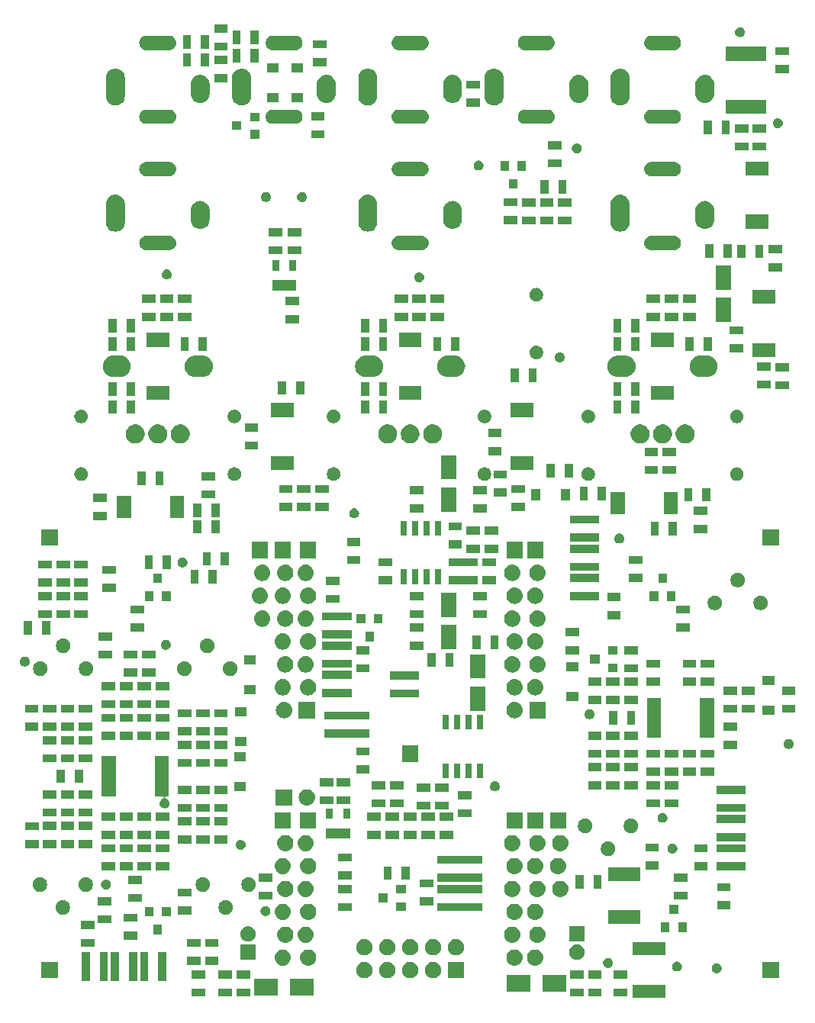
<source format=gbr>
G04 #@! TF.GenerationSoftware,KiCad,Pcbnew,(6.0.0-rc1-dev-1122-gbe0935b)*
G04 #@! TF.CreationDate,2018-11-02T12:34:23-07:00*
G04 #@! TF.ProjectId,50_matter2_comp,35305f6d-6174-4746-9572-325f636f6d70,rev?*
G04 #@! TF.SameCoordinates,Original*
G04 #@! TF.FileFunction,Soldermask,Bot*
G04 #@! TF.FilePolarity,Negative*
%FSLAX46Y46*%
G04 Gerber Fmt 4.6, Leading zero omitted, Abs format (unit mm)*
G04 Created by KiCad (PCBNEW (6.0.0-rc1-dev-1122-gbe0935b)) date Fri Nov  2 12:34:23 2018*
%MOMM*%
%LPD*%
G01*
G04 APERTURE LIST*
%ADD10C,0.100000*%
G04 APERTURE END LIST*
D10*
G36*
X178300000Y-154125000D02*
X174700000Y-154125000D01*
X174700000Y-152625000D01*
X178300000Y-152625000D01*
X178300000Y-154125000D01*
X178300000Y-154125000D01*
G37*
G36*
X174050000Y-153950000D02*
X172550000Y-153950000D01*
X172550000Y-153050000D01*
X174050000Y-153050000D01*
X174050000Y-153950000D01*
X174050000Y-153950000D01*
G37*
G36*
X132250000Y-153950000D02*
X130750000Y-153950000D01*
X130750000Y-153050000D01*
X132250000Y-153050000D01*
X132250000Y-153950000D01*
X132250000Y-153950000D01*
G37*
G36*
X169250000Y-153950000D02*
X167750000Y-153950000D01*
X167750000Y-153050000D01*
X169250000Y-153050000D01*
X169250000Y-153950000D01*
X169250000Y-153950000D01*
G37*
G36*
X171250000Y-153950000D02*
X169750000Y-153950000D01*
X169750000Y-153050000D01*
X171250000Y-153050000D01*
X171250000Y-153950000D01*
X171250000Y-153950000D01*
G37*
G36*
X130250000Y-153950000D02*
X128750000Y-153950000D01*
X128750000Y-153050000D01*
X130250000Y-153050000D01*
X130250000Y-153950000D01*
X130250000Y-153950000D01*
G37*
G36*
X127250000Y-153950000D02*
X125750000Y-153950000D01*
X125750000Y-153050000D01*
X127250000Y-153050000D01*
X127250000Y-153950000D01*
X127250000Y-153950000D01*
G37*
G36*
X135300000Y-153850000D02*
X132700000Y-153850000D01*
X132700000Y-151950000D01*
X135300000Y-151950000D01*
X135300000Y-153850000D01*
X135300000Y-153850000D01*
G37*
G36*
X139300000Y-153850000D02*
X136700000Y-153850000D01*
X136700000Y-151950000D01*
X139300000Y-151950000D01*
X139300000Y-153850000D01*
X139300000Y-153850000D01*
G37*
G36*
X163300000Y-153450000D02*
X160700000Y-153450000D01*
X160700000Y-151550000D01*
X163300000Y-151550000D01*
X163300000Y-153450000D01*
X163300000Y-153450000D01*
G37*
G36*
X167300000Y-153450000D02*
X164700000Y-153450000D01*
X164700000Y-151550000D01*
X167300000Y-151550000D01*
X167300000Y-153450000D01*
X167300000Y-153450000D01*
G37*
G36*
X116450000Y-152250000D02*
X115550000Y-152250000D01*
X115550000Y-149000000D01*
X116450000Y-149000000D01*
X116450000Y-152250000D01*
X116450000Y-152250000D01*
G37*
G36*
X117700000Y-152250000D02*
X116800000Y-152250000D01*
X116800000Y-149000000D01*
X117700000Y-149000000D01*
X117700000Y-152250000D01*
X117700000Y-152250000D01*
G37*
G36*
X120950000Y-152250000D02*
X120050000Y-152250000D01*
X120050000Y-149000000D01*
X120950000Y-149000000D01*
X120950000Y-152250000D01*
X120950000Y-152250000D01*
G37*
G36*
X119700000Y-152250000D02*
X118800000Y-152250000D01*
X118800000Y-149000000D01*
X119700000Y-149000000D01*
X119700000Y-152250000D01*
X119700000Y-152250000D01*
G37*
G36*
X114450000Y-152250000D02*
X113550000Y-152250000D01*
X113550000Y-149000000D01*
X114450000Y-149000000D01*
X114450000Y-152250000D01*
X114450000Y-152250000D01*
G37*
G36*
X122950000Y-152250000D02*
X122050000Y-152250000D01*
X122050000Y-149000000D01*
X122950000Y-149000000D01*
X122950000Y-152250000D01*
X122950000Y-152250000D01*
G37*
G36*
X171250000Y-151950000D02*
X169750000Y-151950000D01*
X169750000Y-151050000D01*
X171250000Y-151050000D01*
X171250000Y-151950000D01*
X171250000Y-151950000D01*
G37*
G36*
X174050000Y-151950000D02*
X172550000Y-151950000D01*
X172550000Y-151050000D01*
X174050000Y-151050000D01*
X174050000Y-151950000D01*
X174050000Y-151950000D01*
G37*
G36*
X130250000Y-151950000D02*
X128750000Y-151950000D01*
X128750000Y-151050000D01*
X130250000Y-151050000D01*
X130250000Y-151950000D01*
X130250000Y-151950000D01*
G37*
G36*
X169250000Y-151950000D02*
X167750000Y-151950000D01*
X167750000Y-151050000D01*
X169250000Y-151050000D01*
X169250000Y-151950000D01*
X169250000Y-151950000D01*
G37*
G36*
X127250000Y-151950000D02*
X125750000Y-151950000D01*
X125750000Y-151050000D01*
X127250000Y-151050000D01*
X127250000Y-151950000D01*
X127250000Y-151950000D01*
G37*
G36*
X132250000Y-151950000D02*
X130750000Y-151950000D01*
X130750000Y-151050000D01*
X132250000Y-151050000D01*
X132250000Y-151950000D01*
X132250000Y-151950000D01*
G37*
G36*
X190900000Y-151900000D02*
X189100000Y-151900000D01*
X189100000Y-150100000D01*
X190900000Y-150100000D01*
X190900000Y-151900000D01*
X190900000Y-151900000D01*
G37*
G36*
X155980000Y-151900000D02*
X154180000Y-151900000D01*
X154180000Y-150100000D01*
X155980000Y-150100000D01*
X155980000Y-151900000D01*
X155980000Y-151900000D01*
G37*
G36*
X150262521Y-150134586D02*
X150426309Y-150202429D01*
X150573720Y-150300926D01*
X150699074Y-150426280D01*
X150797571Y-150573691D01*
X150865414Y-150737479D01*
X150900000Y-150911356D01*
X150900000Y-151088644D01*
X150865414Y-151262521D01*
X150797571Y-151426309D01*
X150699074Y-151573720D01*
X150573720Y-151699074D01*
X150426309Y-151797571D01*
X150262521Y-151865414D01*
X150088644Y-151900000D01*
X149911356Y-151900000D01*
X149737479Y-151865414D01*
X149573691Y-151797571D01*
X149426280Y-151699074D01*
X149300926Y-151573720D01*
X149202429Y-151426309D01*
X149134586Y-151262521D01*
X149100000Y-151088644D01*
X149100000Y-150911356D01*
X149134586Y-150737479D01*
X149202429Y-150573691D01*
X149300926Y-150426280D01*
X149426280Y-150300926D01*
X149573691Y-150202429D01*
X149737479Y-150134586D01*
X149911356Y-150100000D01*
X150088644Y-150100000D01*
X150262521Y-150134586D01*
X150262521Y-150134586D01*
G37*
G36*
X147722521Y-150134586D02*
X147886309Y-150202429D01*
X148033720Y-150300926D01*
X148159074Y-150426280D01*
X148257571Y-150573691D01*
X148325414Y-150737479D01*
X148360000Y-150911356D01*
X148360000Y-151088644D01*
X148325414Y-151262521D01*
X148257571Y-151426309D01*
X148159074Y-151573720D01*
X148033720Y-151699074D01*
X147886309Y-151797571D01*
X147722521Y-151865414D01*
X147548644Y-151900000D01*
X147371356Y-151900000D01*
X147197479Y-151865414D01*
X147033691Y-151797571D01*
X146886280Y-151699074D01*
X146760926Y-151573720D01*
X146662429Y-151426309D01*
X146594586Y-151262521D01*
X146560000Y-151088644D01*
X146560000Y-150911356D01*
X146594586Y-150737479D01*
X146662429Y-150573691D01*
X146760926Y-150426280D01*
X146886280Y-150300926D01*
X147033691Y-150202429D01*
X147197479Y-150134586D01*
X147371356Y-150100000D01*
X147548644Y-150100000D01*
X147722521Y-150134586D01*
X147722521Y-150134586D01*
G37*
G36*
X110900000Y-151900000D02*
X109100000Y-151900000D01*
X109100000Y-150100000D01*
X110900000Y-150100000D01*
X110900000Y-151900000D01*
X110900000Y-151900000D01*
G37*
G36*
X152802521Y-150134586D02*
X152966309Y-150202429D01*
X153113720Y-150300926D01*
X153239074Y-150426280D01*
X153337571Y-150573691D01*
X153405414Y-150737479D01*
X153440000Y-150911356D01*
X153440000Y-151088644D01*
X153405414Y-151262521D01*
X153337571Y-151426309D01*
X153239074Y-151573720D01*
X153113720Y-151699074D01*
X152966309Y-151797571D01*
X152802521Y-151865414D01*
X152628644Y-151900000D01*
X152451356Y-151900000D01*
X152277479Y-151865414D01*
X152113691Y-151797571D01*
X151966280Y-151699074D01*
X151840926Y-151573720D01*
X151742429Y-151426309D01*
X151674586Y-151262521D01*
X151640000Y-151088644D01*
X151640000Y-150911356D01*
X151674586Y-150737479D01*
X151742429Y-150573691D01*
X151840926Y-150426280D01*
X151966280Y-150300926D01*
X152113691Y-150202429D01*
X152277479Y-150134586D01*
X152451356Y-150100000D01*
X152628644Y-150100000D01*
X152802521Y-150134586D01*
X152802521Y-150134586D01*
G37*
G36*
X145182521Y-150134586D02*
X145346309Y-150202429D01*
X145493720Y-150300926D01*
X145619074Y-150426280D01*
X145717571Y-150573691D01*
X145785414Y-150737479D01*
X145820000Y-150911356D01*
X145820000Y-151088644D01*
X145785414Y-151262521D01*
X145717571Y-151426309D01*
X145619074Y-151573720D01*
X145493720Y-151699074D01*
X145346309Y-151797571D01*
X145182521Y-151865414D01*
X145008644Y-151900000D01*
X144831356Y-151900000D01*
X144657479Y-151865414D01*
X144493691Y-151797571D01*
X144346280Y-151699074D01*
X144220926Y-151573720D01*
X144122429Y-151426309D01*
X144054586Y-151262521D01*
X144020000Y-151088644D01*
X144020000Y-150911356D01*
X144054586Y-150737479D01*
X144122429Y-150573691D01*
X144220926Y-150426280D01*
X144346280Y-150300926D01*
X144493691Y-150202429D01*
X144657479Y-150134586D01*
X144831356Y-150100000D01*
X145008644Y-150100000D01*
X145182521Y-150134586D01*
X145182521Y-150134586D01*
G37*
G36*
X184089590Y-150257045D02*
X184160429Y-150271136D01*
X184232342Y-150300924D01*
X184260523Y-150312597D01*
X184350607Y-150372789D01*
X184427211Y-150449393D01*
X184427213Y-150449396D01*
X184487403Y-150539477D01*
X184528864Y-150639571D01*
X184550000Y-150745830D01*
X184550000Y-150854170D01*
X184528864Y-150960429D01*
X184491762Y-151050000D01*
X184487403Y-151060523D01*
X184427211Y-151150607D01*
X184350607Y-151227211D01*
X184350604Y-151227213D01*
X184260523Y-151287403D01*
X184160429Y-151328864D01*
X184089590Y-151342955D01*
X184054171Y-151350000D01*
X183945829Y-151350000D01*
X183910410Y-151342955D01*
X183839571Y-151328864D01*
X183739477Y-151287403D01*
X183649396Y-151227213D01*
X183649393Y-151227211D01*
X183572789Y-151150607D01*
X183512597Y-151060523D01*
X183508238Y-151050000D01*
X183471136Y-150960429D01*
X183450000Y-150854170D01*
X183450000Y-150745830D01*
X183471136Y-150639571D01*
X183512597Y-150539477D01*
X183572787Y-150449396D01*
X183572789Y-150449393D01*
X183649393Y-150372789D01*
X183739477Y-150312597D01*
X183767658Y-150300924D01*
X183839571Y-150271136D01*
X183910410Y-150257045D01*
X183945829Y-150250000D01*
X184054171Y-150250000D01*
X184089590Y-150257045D01*
X184089590Y-150257045D01*
G37*
G36*
X179689590Y-150057045D02*
X179760429Y-150071136D01*
X179860523Y-150112597D01*
X179950607Y-150172789D01*
X180027211Y-150249393D01*
X180027213Y-150249396D01*
X180087403Y-150339477D01*
X180128864Y-150439571D01*
X180150000Y-150545830D01*
X180150000Y-150654170D01*
X180128864Y-150760429D01*
X180090034Y-150854171D01*
X180087403Y-150860523D01*
X180027211Y-150950607D01*
X179950607Y-151027211D01*
X179950604Y-151027213D01*
X179860523Y-151087403D01*
X179760429Y-151128864D01*
X179689590Y-151142955D01*
X179654171Y-151150000D01*
X179545829Y-151150000D01*
X179510410Y-151142955D01*
X179439571Y-151128864D01*
X179339477Y-151087403D01*
X179249396Y-151027213D01*
X179249393Y-151027211D01*
X179172789Y-150950607D01*
X179112597Y-150860523D01*
X179109966Y-150854171D01*
X179071136Y-150760429D01*
X179050000Y-150654170D01*
X179050000Y-150545830D01*
X179071136Y-150439571D01*
X179112597Y-150339477D01*
X179172787Y-150249396D01*
X179172789Y-150249393D01*
X179249393Y-150172789D01*
X179339477Y-150112597D01*
X179439571Y-150071136D01*
X179510410Y-150057045D01*
X179545829Y-150050000D01*
X179654171Y-150050000D01*
X179689590Y-150057045D01*
X179689590Y-150057045D01*
G37*
G36*
X172039590Y-149657045D02*
X172110429Y-149671136D01*
X172210523Y-149712597D01*
X172300607Y-149772789D01*
X172377211Y-149849393D01*
X172377213Y-149849396D01*
X172437403Y-149939477D01*
X172478864Y-150039571D01*
X172490884Y-150100000D01*
X172497764Y-150134586D01*
X172500000Y-150145830D01*
X172500000Y-150254170D01*
X172478864Y-150360429D01*
X172473744Y-150372789D01*
X172437403Y-150460523D01*
X172377211Y-150550607D01*
X172300607Y-150627211D01*
X172300604Y-150627213D01*
X172210523Y-150687403D01*
X172110429Y-150728864D01*
X172039590Y-150742955D01*
X172004171Y-150750000D01*
X171895829Y-150750000D01*
X171860410Y-150742955D01*
X171789571Y-150728864D01*
X171689477Y-150687403D01*
X171599396Y-150627213D01*
X171599393Y-150627211D01*
X171522789Y-150550607D01*
X171462597Y-150460523D01*
X171426256Y-150372789D01*
X171421136Y-150360429D01*
X171400000Y-150254170D01*
X171400000Y-150145830D01*
X171402237Y-150134586D01*
X171409116Y-150100000D01*
X171421136Y-150039571D01*
X171462597Y-149939477D01*
X171522787Y-149849396D01*
X171522789Y-149849393D01*
X171599393Y-149772789D01*
X171689477Y-149712597D01*
X171789571Y-149671136D01*
X171860410Y-149657045D01*
X171895829Y-149650000D01*
X172004171Y-149650000D01*
X172039590Y-149657045D01*
X172039590Y-149657045D01*
G37*
G36*
X164046432Y-148733022D02*
X164216081Y-148784485D01*
X164372433Y-148868056D01*
X164509475Y-148980525D01*
X164621944Y-149117567D01*
X164705515Y-149273919D01*
X164756978Y-149443568D01*
X164774354Y-149620000D01*
X164756978Y-149796432D01*
X164705515Y-149966081D01*
X164621944Y-150122433D01*
X164509475Y-150259475D01*
X164372433Y-150371944D01*
X164216081Y-150455515D01*
X164046432Y-150506978D01*
X163914211Y-150520000D01*
X163825789Y-150520000D01*
X163693568Y-150506978D01*
X163523919Y-150455515D01*
X163367567Y-150371944D01*
X163230525Y-150259475D01*
X163118056Y-150122433D01*
X163034485Y-149966081D01*
X162983022Y-149796432D01*
X162965646Y-149620000D01*
X162983022Y-149443568D01*
X163034485Y-149273919D01*
X163118056Y-149117567D01*
X163230525Y-148980525D01*
X163367567Y-148868056D01*
X163523919Y-148784485D01*
X163693568Y-148733022D01*
X163825789Y-148720000D01*
X163914211Y-148720000D01*
X164046432Y-148733022D01*
X164046432Y-148733022D01*
G37*
G36*
X161766432Y-148733022D02*
X161936081Y-148784485D01*
X162092433Y-148868056D01*
X162229475Y-148980525D01*
X162341944Y-149117567D01*
X162425515Y-149273919D01*
X162476978Y-149443568D01*
X162494354Y-149620000D01*
X162476978Y-149796432D01*
X162425515Y-149966081D01*
X162341944Y-150122433D01*
X162229475Y-150259475D01*
X162092433Y-150371944D01*
X161936081Y-150455515D01*
X161766432Y-150506978D01*
X161634211Y-150520000D01*
X161545789Y-150520000D01*
X161413568Y-150506978D01*
X161243919Y-150455515D01*
X161087567Y-150371944D01*
X160950525Y-150259475D01*
X160838056Y-150122433D01*
X160754485Y-149966081D01*
X160703022Y-149796432D01*
X160685646Y-149620000D01*
X160703022Y-149443568D01*
X160754485Y-149273919D01*
X160838056Y-149117567D01*
X160950525Y-148980525D01*
X161087567Y-148868056D01*
X161243919Y-148784485D01*
X161413568Y-148733022D01*
X161545789Y-148720000D01*
X161634211Y-148720000D01*
X161766432Y-148733022D01*
X161766432Y-148733022D01*
G37*
G36*
X138846432Y-148733022D02*
X139016081Y-148784485D01*
X139172433Y-148868056D01*
X139309475Y-148980525D01*
X139421944Y-149117567D01*
X139505515Y-149273919D01*
X139556978Y-149443568D01*
X139574354Y-149620000D01*
X139556978Y-149796432D01*
X139505515Y-149966081D01*
X139421944Y-150122433D01*
X139309475Y-150259475D01*
X139172433Y-150371944D01*
X139016081Y-150455515D01*
X138846432Y-150506978D01*
X138714211Y-150520000D01*
X138625789Y-150520000D01*
X138493568Y-150506978D01*
X138323919Y-150455515D01*
X138167567Y-150371944D01*
X138030525Y-150259475D01*
X137918056Y-150122433D01*
X137834485Y-149966081D01*
X137783022Y-149796432D01*
X137765646Y-149620000D01*
X137783022Y-149443568D01*
X137834485Y-149273919D01*
X137918056Y-149117567D01*
X138030525Y-148980525D01*
X138167567Y-148868056D01*
X138323919Y-148784485D01*
X138493568Y-148733022D01*
X138625789Y-148720000D01*
X138714211Y-148720000D01*
X138846432Y-148733022D01*
X138846432Y-148733022D01*
G37*
G36*
X136046432Y-148733022D02*
X136216081Y-148784485D01*
X136372433Y-148868056D01*
X136509475Y-148980525D01*
X136621944Y-149117567D01*
X136705515Y-149273919D01*
X136756978Y-149443568D01*
X136774354Y-149620000D01*
X136756978Y-149796432D01*
X136705515Y-149966081D01*
X136621944Y-150122433D01*
X136509475Y-150259475D01*
X136372433Y-150371944D01*
X136216081Y-150455515D01*
X136046432Y-150506978D01*
X135914211Y-150520000D01*
X135825789Y-150520000D01*
X135693568Y-150506978D01*
X135523919Y-150455515D01*
X135367567Y-150371944D01*
X135230525Y-150259475D01*
X135118056Y-150122433D01*
X135034485Y-149966081D01*
X134983022Y-149796432D01*
X134965646Y-149620000D01*
X134983022Y-149443568D01*
X135034485Y-149273919D01*
X135118056Y-149117567D01*
X135230525Y-148980525D01*
X135367567Y-148868056D01*
X135523919Y-148784485D01*
X135693568Y-148733022D01*
X135825789Y-148720000D01*
X135914211Y-148720000D01*
X136046432Y-148733022D01*
X136046432Y-148733022D01*
G37*
G36*
X126750000Y-150450000D02*
X125250000Y-150450000D01*
X125250000Y-149550000D01*
X126750000Y-149550000D01*
X126750000Y-150450000D01*
X126750000Y-150450000D01*
G37*
G36*
X128750000Y-150450000D02*
X127250000Y-150450000D01*
X127250000Y-149550000D01*
X128750000Y-149550000D01*
X128750000Y-150450000D01*
X128750000Y-150450000D01*
G37*
G36*
X132850000Y-149850000D02*
X131150000Y-149850000D01*
X131150000Y-148150000D01*
X132850000Y-148150000D01*
X132850000Y-149850000D01*
X132850000Y-149850000D01*
G37*
G36*
X168747934Y-148182664D02*
X168902627Y-148246740D01*
X169041847Y-148339764D01*
X169160236Y-148458153D01*
X169253260Y-148597373D01*
X169317336Y-148752066D01*
X169350000Y-148916281D01*
X169350000Y-149083719D01*
X169317336Y-149247934D01*
X169253260Y-149402627D01*
X169160236Y-149541847D01*
X169041847Y-149660236D01*
X168902627Y-149753260D01*
X168747934Y-149817336D01*
X168583719Y-149850000D01*
X168416281Y-149850000D01*
X168252066Y-149817336D01*
X168097373Y-149753260D01*
X167958153Y-149660236D01*
X167839764Y-149541847D01*
X167746740Y-149402627D01*
X167682664Y-149247934D01*
X167650000Y-149083719D01*
X167650000Y-148916281D01*
X167682664Y-148752066D01*
X167746740Y-148597373D01*
X167839764Y-148458153D01*
X167958153Y-148339764D01*
X168097373Y-148246740D01*
X168252066Y-148182664D01*
X168416281Y-148150000D01*
X168583719Y-148150000D01*
X168747934Y-148182664D01*
X168747934Y-148182664D01*
G37*
G36*
X178300000Y-149375000D02*
X174700000Y-149375000D01*
X174700000Y-147875000D01*
X178300000Y-147875000D01*
X178300000Y-149375000D01*
X178300000Y-149375000D01*
G37*
G36*
X155342521Y-147594586D02*
X155506309Y-147662429D01*
X155653720Y-147760926D01*
X155779074Y-147886280D01*
X155877571Y-148033691D01*
X155945414Y-148197479D01*
X155980000Y-148371356D01*
X155980000Y-148548644D01*
X155945414Y-148722521D01*
X155877571Y-148886309D01*
X155779074Y-149033720D01*
X155653720Y-149159074D01*
X155506309Y-149257571D01*
X155342521Y-149325414D01*
X155168644Y-149360000D01*
X154991356Y-149360000D01*
X154817479Y-149325414D01*
X154653691Y-149257571D01*
X154506280Y-149159074D01*
X154380926Y-149033720D01*
X154282429Y-148886309D01*
X154214586Y-148722521D01*
X154180000Y-148548644D01*
X154180000Y-148371356D01*
X154214586Y-148197479D01*
X154282429Y-148033691D01*
X154380926Y-147886280D01*
X154506280Y-147760926D01*
X154653691Y-147662429D01*
X154817479Y-147594586D01*
X154991356Y-147560000D01*
X155168644Y-147560000D01*
X155342521Y-147594586D01*
X155342521Y-147594586D01*
G37*
G36*
X145182521Y-147594586D02*
X145346309Y-147662429D01*
X145493720Y-147760926D01*
X145619074Y-147886280D01*
X145717571Y-148033691D01*
X145785414Y-148197479D01*
X145820000Y-148371356D01*
X145820000Y-148548644D01*
X145785414Y-148722521D01*
X145717571Y-148886309D01*
X145619074Y-149033720D01*
X145493720Y-149159074D01*
X145346309Y-149257571D01*
X145182521Y-149325414D01*
X145008644Y-149360000D01*
X144831356Y-149360000D01*
X144657479Y-149325414D01*
X144493691Y-149257571D01*
X144346280Y-149159074D01*
X144220926Y-149033720D01*
X144122429Y-148886309D01*
X144054586Y-148722521D01*
X144020000Y-148548644D01*
X144020000Y-148371356D01*
X144054586Y-148197479D01*
X144122429Y-148033691D01*
X144220926Y-147886280D01*
X144346280Y-147760926D01*
X144493691Y-147662429D01*
X144657479Y-147594586D01*
X144831356Y-147560000D01*
X145008644Y-147560000D01*
X145182521Y-147594586D01*
X145182521Y-147594586D01*
G37*
G36*
X147722521Y-147594586D02*
X147886309Y-147662429D01*
X148033720Y-147760926D01*
X148159074Y-147886280D01*
X148257571Y-148033691D01*
X148325414Y-148197479D01*
X148360000Y-148371356D01*
X148360000Y-148548644D01*
X148325414Y-148722521D01*
X148257571Y-148886309D01*
X148159074Y-149033720D01*
X148033720Y-149159074D01*
X147886309Y-149257571D01*
X147722521Y-149325414D01*
X147548644Y-149360000D01*
X147371356Y-149360000D01*
X147197479Y-149325414D01*
X147033691Y-149257571D01*
X146886280Y-149159074D01*
X146760926Y-149033720D01*
X146662429Y-148886309D01*
X146594586Y-148722521D01*
X146560000Y-148548644D01*
X146560000Y-148371356D01*
X146594586Y-148197479D01*
X146662429Y-148033691D01*
X146760926Y-147886280D01*
X146886280Y-147760926D01*
X147033691Y-147662429D01*
X147197479Y-147594586D01*
X147371356Y-147560000D01*
X147548644Y-147560000D01*
X147722521Y-147594586D01*
X147722521Y-147594586D01*
G37*
G36*
X150262521Y-147594586D02*
X150426309Y-147662429D01*
X150573720Y-147760926D01*
X150699074Y-147886280D01*
X150797571Y-148033691D01*
X150865414Y-148197479D01*
X150900000Y-148371356D01*
X150900000Y-148548644D01*
X150865414Y-148722521D01*
X150797571Y-148886309D01*
X150699074Y-149033720D01*
X150573720Y-149159074D01*
X150426309Y-149257571D01*
X150262521Y-149325414D01*
X150088644Y-149360000D01*
X149911356Y-149360000D01*
X149737479Y-149325414D01*
X149573691Y-149257571D01*
X149426280Y-149159074D01*
X149300926Y-149033720D01*
X149202429Y-148886309D01*
X149134586Y-148722521D01*
X149100000Y-148548644D01*
X149100000Y-148371356D01*
X149134586Y-148197479D01*
X149202429Y-148033691D01*
X149300926Y-147886280D01*
X149426280Y-147760926D01*
X149573691Y-147662429D01*
X149737479Y-147594586D01*
X149911356Y-147560000D01*
X150088644Y-147560000D01*
X150262521Y-147594586D01*
X150262521Y-147594586D01*
G37*
G36*
X152802521Y-147594586D02*
X152966309Y-147662429D01*
X153113720Y-147760926D01*
X153239074Y-147886280D01*
X153337571Y-148033691D01*
X153405414Y-148197479D01*
X153440000Y-148371356D01*
X153440000Y-148548644D01*
X153405414Y-148722521D01*
X153337571Y-148886309D01*
X153239074Y-149033720D01*
X153113720Y-149159074D01*
X152966309Y-149257571D01*
X152802521Y-149325414D01*
X152628644Y-149360000D01*
X152451356Y-149360000D01*
X152277479Y-149325414D01*
X152113691Y-149257571D01*
X151966280Y-149159074D01*
X151840926Y-149033720D01*
X151742429Y-148886309D01*
X151674586Y-148722521D01*
X151640000Y-148548644D01*
X151640000Y-148371356D01*
X151674586Y-148197479D01*
X151742429Y-148033691D01*
X151840926Y-147886280D01*
X151966280Y-147760926D01*
X152113691Y-147662429D01*
X152277479Y-147594586D01*
X152451356Y-147560000D01*
X152628644Y-147560000D01*
X152802521Y-147594586D01*
X152802521Y-147594586D01*
G37*
G36*
X126750000Y-148450000D02*
X125250000Y-148450000D01*
X125250000Y-147550000D01*
X126750000Y-147550000D01*
X126750000Y-148450000D01*
X126750000Y-148450000D01*
G37*
G36*
X115000000Y-148450000D02*
X113500000Y-148450000D01*
X113500000Y-147550000D01*
X115000000Y-147550000D01*
X115000000Y-148450000D01*
X115000000Y-148450000D01*
G37*
G36*
X128750000Y-148450000D02*
X127250000Y-148450000D01*
X127250000Y-147550000D01*
X128750000Y-147550000D01*
X128750000Y-148450000D01*
X128750000Y-148450000D01*
G37*
G36*
X161506432Y-146193022D02*
X161676081Y-146244485D01*
X161832433Y-146328056D01*
X161969475Y-146440525D01*
X162081944Y-146577567D01*
X162165515Y-146733919D01*
X162216978Y-146903568D01*
X162234354Y-147080000D01*
X162216978Y-147256432D01*
X162165515Y-147426081D01*
X162081944Y-147582433D01*
X161969475Y-147719475D01*
X161832433Y-147831944D01*
X161676081Y-147915515D01*
X161506432Y-147966978D01*
X161374211Y-147980000D01*
X161285789Y-147980000D01*
X161153568Y-147966978D01*
X160983919Y-147915515D01*
X160827567Y-147831944D01*
X160690525Y-147719475D01*
X160578056Y-147582433D01*
X160494485Y-147426081D01*
X160443022Y-147256432D01*
X160425646Y-147080000D01*
X160443022Y-146903568D01*
X160494485Y-146733919D01*
X160578056Y-146577567D01*
X160690525Y-146440525D01*
X160827567Y-146328056D01*
X160983919Y-146244485D01*
X161153568Y-146193022D01*
X161285789Y-146180000D01*
X161374211Y-146180000D01*
X161506432Y-146193022D01*
X161506432Y-146193022D01*
G37*
G36*
X164306432Y-146193022D02*
X164476081Y-146244485D01*
X164632433Y-146328056D01*
X164769475Y-146440525D01*
X164881944Y-146577567D01*
X164965515Y-146733919D01*
X165016978Y-146903568D01*
X165034354Y-147080000D01*
X165016978Y-147256432D01*
X164965515Y-147426081D01*
X164881944Y-147582433D01*
X164769475Y-147719475D01*
X164632433Y-147831944D01*
X164476081Y-147915515D01*
X164306432Y-147966978D01*
X164174211Y-147980000D01*
X164085789Y-147980000D01*
X163953568Y-147966978D01*
X163783919Y-147915515D01*
X163627567Y-147831944D01*
X163490525Y-147719475D01*
X163378056Y-147582433D01*
X163294485Y-147426081D01*
X163243022Y-147256432D01*
X163225646Y-147080000D01*
X163243022Y-146903568D01*
X163294485Y-146733919D01*
X163378056Y-146577567D01*
X163490525Y-146440525D01*
X163627567Y-146328056D01*
X163783919Y-146244485D01*
X163953568Y-146193022D01*
X164085789Y-146180000D01*
X164174211Y-146180000D01*
X164306432Y-146193022D01*
X164306432Y-146193022D01*
G37*
G36*
X136306432Y-146193022D02*
X136476081Y-146244485D01*
X136632433Y-146328056D01*
X136769475Y-146440525D01*
X136881944Y-146577567D01*
X136965515Y-146733919D01*
X137016978Y-146903568D01*
X137034354Y-147080000D01*
X137016978Y-147256432D01*
X136965515Y-147426081D01*
X136881944Y-147582433D01*
X136769475Y-147719475D01*
X136632433Y-147831944D01*
X136476081Y-147915515D01*
X136306432Y-147966978D01*
X136174211Y-147980000D01*
X136085789Y-147980000D01*
X135953568Y-147966978D01*
X135783919Y-147915515D01*
X135627567Y-147831944D01*
X135490525Y-147719475D01*
X135378056Y-147582433D01*
X135294485Y-147426081D01*
X135243022Y-147256432D01*
X135225646Y-147080000D01*
X135243022Y-146903568D01*
X135294485Y-146733919D01*
X135378056Y-146577567D01*
X135490525Y-146440525D01*
X135627567Y-146328056D01*
X135783919Y-146244485D01*
X135953568Y-146193022D01*
X136085789Y-146180000D01*
X136174211Y-146180000D01*
X136306432Y-146193022D01*
X136306432Y-146193022D01*
G37*
G36*
X138586432Y-146193022D02*
X138756081Y-146244485D01*
X138912433Y-146328056D01*
X139049475Y-146440525D01*
X139161944Y-146577567D01*
X139245515Y-146733919D01*
X139296978Y-146903568D01*
X139314354Y-147080000D01*
X139296978Y-147256432D01*
X139245515Y-147426081D01*
X139161944Y-147582433D01*
X139049475Y-147719475D01*
X138912433Y-147831944D01*
X138756081Y-147915515D01*
X138586432Y-147966978D01*
X138454211Y-147980000D01*
X138365789Y-147980000D01*
X138233568Y-147966978D01*
X138063919Y-147915515D01*
X137907567Y-147831944D01*
X137770525Y-147719475D01*
X137658056Y-147582433D01*
X137574485Y-147426081D01*
X137523022Y-147256432D01*
X137505646Y-147080000D01*
X137523022Y-146903568D01*
X137574485Y-146733919D01*
X137658056Y-146577567D01*
X137770525Y-146440525D01*
X137907567Y-146328056D01*
X138063919Y-146244485D01*
X138233568Y-146193022D01*
X138365789Y-146180000D01*
X138454211Y-146180000D01*
X138586432Y-146193022D01*
X138586432Y-146193022D01*
G37*
G36*
X132247934Y-146182664D02*
X132402627Y-146246740D01*
X132541847Y-146339764D01*
X132660236Y-146458153D01*
X132753260Y-146597373D01*
X132817336Y-146752066D01*
X132850000Y-146916281D01*
X132850000Y-147083719D01*
X132817336Y-147247934D01*
X132753260Y-147402627D01*
X132660236Y-147541847D01*
X132541847Y-147660236D01*
X132402627Y-147753260D01*
X132247934Y-147817336D01*
X132083719Y-147850000D01*
X131916281Y-147850000D01*
X131752066Y-147817336D01*
X131597373Y-147753260D01*
X131458153Y-147660236D01*
X131339764Y-147541847D01*
X131246740Y-147402627D01*
X131182664Y-147247934D01*
X131150000Y-147083719D01*
X131150000Y-146916281D01*
X131182664Y-146752066D01*
X131246740Y-146597373D01*
X131339764Y-146458153D01*
X131458153Y-146339764D01*
X131597373Y-146246740D01*
X131752066Y-146182664D01*
X131916281Y-146150000D01*
X132083719Y-146150000D01*
X132247934Y-146182664D01*
X132247934Y-146182664D01*
G37*
G36*
X169350000Y-147850000D02*
X167650000Y-147850000D01*
X167650000Y-146150000D01*
X169350000Y-146150000D01*
X169350000Y-147850000D01*
X169350000Y-147850000D01*
G37*
G36*
X119750000Y-147650000D02*
X118250000Y-147650000D01*
X118250000Y-146750000D01*
X119750000Y-146750000D01*
X119750000Y-147650000D01*
X119750000Y-147650000D01*
G37*
G36*
X122475000Y-147025000D02*
X121525000Y-147025000D01*
X121525000Y-145975000D01*
X122475000Y-145975000D01*
X122475000Y-147025000D01*
X122475000Y-147025000D01*
G37*
G36*
X180675000Y-146775000D02*
X179725000Y-146775000D01*
X179725000Y-145725000D01*
X180675000Y-145725000D01*
X180675000Y-146775000D01*
X180675000Y-146775000D01*
G37*
G36*
X178775000Y-146775000D02*
X177825000Y-146775000D01*
X177825000Y-145725000D01*
X178775000Y-145725000D01*
X178775000Y-146775000D01*
X178775000Y-146775000D01*
G37*
G36*
X115000000Y-146450000D02*
X113500000Y-146450000D01*
X113500000Y-145550000D01*
X115000000Y-145550000D01*
X115000000Y-146450000D01*
X115000000Y-146450000D01*
G37*
G36*
X175550000Y-145875000D02*
X171950000Y-145875000D01*
X171950000Y-144375000D01*
X175550000Y-144375000D01*
X175550000Y-145875000D01*
X175550000Y-145875000D01*
G37*
G36*
X116850000Y-145800000D02*
X115350000Y-145800000D01*
X115350000Y-144900000D01*
X116850000Y-144900000D01*
X116850000Y-145800000D01*
X116850000Y-145800000D01*
G37*
G36*
X119750000Y-145650000D02*
X118250000Y-145650000D01*
X118250000Y-144750000D01*
X119750000Y-144750000D01*
X119750000Y-145650000D01*
X119750000Y-145650000D01*
G37*
G36*
X161766432Y-143653022D02*
X161936081Y-143704485D01*
X162092433Y-143788056D01*
X162229475Y-143900525D01*
X162341944Y-144037567D01*
X162425515Y-144193919D01*
X162476978Y-144363568D01*
X162494354Y-144540000D01*
X162476978Y-144716432D01*
X162425515Y-144886081D01*
X162341944Y-145042433D01*
X162229475Y-145179475D01*
X162092433Y-145291944D01*
X161936081Y-145375515D01*
X161766432Y-145426978D01*
X161634211Y-145440000D01*
X161545789Y-145440000D01*
X161413568Y-145426978D01*
X161243919Y-145375515D01*
X161087567Y-145291944D01*
X160950525Y-145179475D01*
X160838056Y-145042433D01*
X160754485Y-144886081D01*
X160703022Y-144716432D01*
X160685646Y-144540000D01*
X160703022Y-144363568D01*
X160754485Y-144193919D01*
X160838056Y-144037567D01*
X160950525Y-143900525D01*
X161087567Y-143788056D01*
X161243919Y-143704485D01*
X161413568Y-143653022D01*
X161545789Y-143640000D01*
X161634211Y-143640000D01*
X161766432Y-143653022D01*
X161766432Y-143653022D01*
G37*
G36*
X164046432Y-143653022D02*
X164216081Y-143704485D01*
X164372433Y-143788056D01*
X164509475Y-143900525D01*
X164621944Y-144037567D01*
X164705515Y-144193919D01*
X164756978Y-144363568D01*
X164774354Y-144540000D01*
X164756978Y-144716432D01*
X164705515Y-144886081D01*
X164621944Y-145042433D01*
X164509475Y-145179475D01*
X164372433Y-145291944D01*
X164216081Y-145375515D01*
X164046432Y-145426978D01*
X163914211Y-145440000D01*
X163825789Y-145440000D01*
X163693568Y-145426978D01*
X163523919Y-145375515D01*
X163367567Y-145291944D01*
X163230525Y-145179475D01*
X163118056Y-145042433D01*
X163034485Y-144886081D01*
X162983022Y-144716432D01*
X162965646Y-144540000D01*
X162983022Y-144363568D01*
X163034485Y-144193919D01*
X163118056Y-144037567D01*
X163230525Y-143900525D01*
X163367567Y-143788056D01*
X163523919Y-143704485D01*
X163693568Y-143653022D01*
X163825789Y-143640000D01*
X163914211Y-143640000D01*
X164046432Y-143653022D01*
X164046432Y-143653022D01*
G37*
G36*
X138846432Y-143653022D02*
X139016081Y-143704485D01*
X139172433Y-143788056D01*
X139309475Y-143900525D01*
X139421944Y-144037567D01*
X139505515Y-144193919D01*
X139556978Y-144363568D01*
X139574354Y-144540000D01*
X139556978Y-144716432D01*
X139505515Y-144886081D01*
X139421944Y-145042433D01*
X139309475Y-145179475D01*
X139172433Y-145291944D01*
X139016081Y-145375515D01*
X138846432Y-145426978D01*
X138714211Y-145440000D01*
X138625789Y-145440000D01*
X138493568Y-145426978D01*
X138323919Y-145375515D01*
X138167567Y-145291944D01*
X138030525Y-145179475D01*
X137918056Y-145042433D01*
X137834485Y-144886081D01*
X137783022Y-144716432D01*
X137765646Y-144540000D01*
X137783022Y-144363568D01*
X137834485Y-144193919D01*
X137918056Y-144037567D01*
X138030525Y-143900525D01*
X138167567Y-143788056D01*
X138323919Y-143704485D01*
X138493568Y-143653022D01*
X138625789Y-143640000D01*
X138714211Y-143640000D01*
X138846432Y-143653022D01*
X138846432Y-143653022D01*
G37*
G36*
X136046432Y-143653022D02*
X136216081Y-143704485D01*
X136372433Y-143788056D01*
X136509475Y-143900525D01*
X136621944Y-144037567D01*
X136705515Y-144193919D01*
X136756978Y-144363568D01*
X136774354Y-144540000D01*
X136756978Y-144716432D01*
X136705515Y-144886081D01*
X136621944Y-145042433D01*
X136509475Y-145179475D01*
X136372433Y-145291944D01*
X136216081Y-145375515D01*
X136046432Y-145426978D01*
X135914211Y-145440000D01*
X135825789Y-145440000D01*
X135693568Y-145426978D01*
X135523919Y-145375515D01*
X135367567Y-145291944D01*
X135230525Y-145179475D01*
X135118056Y-145042433D01*
X135034485Y-144886081D01*
X134983022Y-144716432D01*
X134965646Y-144540000D01*
X134983022Y-144363568D01*
X135034485Y-144193919D01*
X135118056Y-144037567D01*
X135230525Y-143900525D01*
X135367567Y-143788056D01*
X135523919Y-143704485D01*
X135693568Y-143653022D01*
X135825789Y-143640000D01*
X135914211Y-143640000D01*
X136046432Y-143653022D01*
X136046432Y-143653022D01*
G37*
G36*
X121525000Y-145025000D02*
X120575000Y-145025000D01*
X120575000Y-143975000D01*
X121525000Y-143975000D01*
X121525000Y-145025000D01*
X121525000Y-145025000D01*
G37*
G36*
X123425000Y-145025000D02*
X122475000Y-145025000D01*
X122475000Y-143975000D01*
X123425000Y-143975000D01*
X123425000Y-145025000D01*
X123425000Y-145025000D01*
G37*
G36*
X134039590Y-143907045D02*
X134110429Y-143921136D01*
X134204311Y-143960024D01*
X134210523Y-143962597D01*
X134300607Y-144022789D01*
X134377211Y-144099393D01*
X134377213Y-144099396D01*
X134437403Y-144189477D01*
X134478864Y-144289571D01*
X134500000Y-144395830D01*
X134500000Y-144504170D01*
X134478864Y-144610429D01*
X134453890Y-144670720D01*
X134437403Y-144710523D01*
X134377211Y-144800607D01*
X134300607Y-144877211D01*
X134300604Y-144877213D01*
X134210523Y-144937403D01*
X134110429Y-144978864D01*
X134039590Y-144992955D01*
X134004171Y-145000000D01*
X133895829Y-145000000D01*
X133860410Y-144992955D01*
X133789571Y-144978864D01*
X133689477Y-144937403D01*
X133599396Y-144877213D01*
X133599393Y-144877211D01*
X133522789Y-144800607D01*
X133462597Y-144710523D01*
X133446110Y-144670720D01*
X133421136Y-144610429D01*
X133400000Y-144504170D01*
X133400000Y-144395830D01*
X133421136Y-144289571D01*
X133462597Y-144189477D01*
X133522787Y-144099396D01*
X133522789Y-144099393D01*
X133599393Y-144022789D01*
X133689477Y-143962597D01*
X133695689Y-143960024D01*
X133789571Y-143921136D01*
X133860410Y-143907045D01*
X133895829Y-143900000D01*
X134004171Y-143900000D01*
X134039590Y-143907045D01*
X134039590Y-143907045D01*
G37*
G36*
X129776852Y-143259204D02*
X129924625Y-143320414D01*
X130057623Y-143409280D01*
X130170720Y-143522377D01*
X130259586Y-143655375D01*
X130320796Y-143803148D01*
X130352000Y-143960024D01*
X130352000Y-144119976D01*
X130320796Y-144276852D01*
X130259586Y-144424625D01*
X130170720Y-144557623D01*
X130057623Y-144670720D01*
X129924625Y-144759586D01*
X129776852Y-144820796D01*
X129619976Y-144852000D01*
X129460024Y-144852000D01*
X129303148Y-144820796D01*
X129155375Y-144759586D01*
X129022377Y-144670720D01*
X128909280Y-144557623D01*
X128820414Y-144424625D01*
X128759204Y-144276852D01*
X128728000Y-144119976D01*
X128728000Y-143960024D01*
X128759204Y-143803148D01*
X128820414Y-143655375D01*
X128909280Y-143522377D01*
X129022377Y-143409280D01*
X129155375Y-143320414D01*
X129303148Y-143259204D01*
X129460024Y-143228000D01*
X129619976Y-143228000D01*
X129776852Y-143259204D01*
X129776852Y-143259204D01*
G37*
G36*
X111696852Y-143259204D02*
X111844625Y-143320414D01*
X111977623Y-143409280D01*
X112090720Y-143522377D01*
X112179586Y-143655375D01*
X112240796Y-143803148D01*
X112272000Y-143960024D01*
X112272000Y-144119976D01*
X112240796Y-144276852D01*
X112179586Y-144424625D01*
X112090720Y-144557623D01*
X111977623Y-144670720D01*
X111844625Y-144759586D01*
X111696852Y-144820796D01*
X111539976Y-144852000D01*
X111380024Y-144852000D01*
X111223148Y-144820796D01*
X111075375Y-144759586D01*
X110942377Y-144670720D01*
X110829280Y-144557623D01*
X110740414Y-144424625D01*
X110679204Y-144276852D01*
X110648000Y-144119976D01*
X110648000Y-143960024D01*
X110679204Y-143803148D01*
X110740414Y-143655375D01*
X110829280Y-143522377D01*
X110942377Y-143409280D01*
X111075375Y-143320414D01*
X111223148Y-143259204D01*
X111380024Y-143228000D01*
X111539976Y-143228000D01*
X111696852Y-143259204D01*
X111696852Y-143259204D01*
G37*
G36*
X125750000Y-144850000D02*
X124250000Y-144850000D01*
X124250000Y-143950000D01*
X125750000Y-143950000D01*
X125750000Y-144850000D01*
X125750000Y-144850000D01*
G37*
G36*
X179725000Y-144775000D02*
X178775000Y-144775000D01*
X178775000Y-143725000D01*
X179725000Y-143725000D01*
X179725000Y-144775000D01*
X179725000Y-144775000D01*
G37*
G36*
X158000000Y-144450000D02*
X153000000Y-144450000D01*
X153000000Y-143550000D01*
X158000000Y-143550000D01*
X158000000Y-144450000D01*
X158000000Y-144450000D01*
G37*
G36*
X143500000Y-144450000D02*
X142000000Y-144450000D01*
X142000000Y-143550000D01*
X143500000Y-143550000D01*
X143500000Y-144450000D01*
X143500000Y-144450000D01*
G37*
G36*
X149525000Y-144425000D02*
X148475000Y-144425000D01*
X148475000Y-143475000D01*
X149525000Y-143475000D01*
X149525000Y-144425000D01*
X149525000Y-144425000D01*
G37*
G36*
X185550000Y-144250000D02*
X184050000Y-144250000D01*
X184050000Y-143350000D01*
X185550000Y-143350000D01*
X185550000Y-144250000D01*
X185550000Y-144250000D01*
G37*
G36*
X152550000Y-143850000D02*
X151050000Y-143850000D01*
X151050000Y-142950000D01*
X152550000Y-142950000D01*
X152550000Y-143850000D01*
X152550000Y-143850000D01*
G37*
G36*
X116850000Y-143800000D02*
X115350000Y-143800000D01*
X115350000Y-142900000D01*
X116850000Y-142900000D01*
X116850000Y-143800000D01*
X116850000Y-143800000D01*
G37*
G36*
X147525000Y-143475000D02*
X146475000Y-143475000D01*
X146475000Y-142525000D01*
X147525000Y-142525000D01*
X147525000Y-143475000D01*
X147525000Y-143475000D01*
G37*
G36*
X120250000Y-143450000D02*
X118750000Y-143450000D01*
X118750000Y-142550000D01*
X120250000Y-142550000D01*
X120250000Y-143450000D01*
X120250000Y-143450000D01*
G37*
G36*
X134700000Y-143200000D02*
X133200000Y-143200000D01*
X133200000Y-142300000D01*
X134700000Y-142300000D01*
X134700000Y-143200000D01*
X134700000Y-143200000D01*
G37*
G36*
X180750000Y-143200000D02*
X179250000Y-143200000D01*
X179250000Y-142300000D01*
X180750000Y-142300000D01*
X180750000Y-143200000D01*
X180750000Y-143200000D01*
G37*
G36*
X136306432Y-141113022D02*
X136476081Y-141164485D01*
X136632433Y-141248056D01*
X136769475Y-141360525D01*
X136881944Y-141497567D01*
X136965515Y-141653919D01*
X137016978Y-141823568D01*
X137034354Y-142000000D01*
X137016978Y-142176432D01*
X136965515Y-142346081D01*
X136881944Y-142502433D01*
X136769475Y-142639475D01*
X136632433Y-142751944D01*
X136476081Y-142835515D01*
X136306432Y-142886978D01*
X136174211Y-142900000D01*
X136085789Y-142900000D01*
X135953568Y-142886978D01*
X135783919Y-142835515D01*
X135627567Y-142751944D01*
X135490525Y-142639475D01*
X135378056Y-142502433D01*
X135294485Y-142346081D01*
X135243022Y-142176432D01*
X135225646Y-142000000D01*
X135243022Y-141823568D01*
X135294485Y-141653919D01*
X135378056Y-141497567D01*
X135490525Y-141360525D01*
X135627567Y-141248056D01*
X135783919Y-141164485D01*
X135953568Y-141113022D01*
X136085789Y-141100000D01*
X136174211Y-141100000D01*
X136306432Y-141113022D01*
X136306432Y-141113022D01*
G37*
G36*
X161506432Y-141113022D02*
X161676081Y-141164485D01*
X161832433Y-141248056D01*
X161969475Y-141360525D01*
X162081944Y-141497567D01*
X162165515Y-141653919D01*
X162216978Y-141823568D01*
X162234354Y-142000000D01*
X162216978Y-142176432D01*
X162165515Y-142346081D01*
X162081944Y-142502433D01*
X161969475Y-142639475D01*
X161832433Y-142751944D01*
X161676081Y-142835515D01*
X161506432Y-142886978D01*
X161374211Y-142900000D01*
X161285789Y-142900000D01*
X161153568Y-142886978D01*
X160983919Y-142835515D01*
X160827567Y-142751944D01*
X160690525Y-142639475D01*
X160578056Y-142502433D01*
X160494485Y-142346081D01*
X160443022Y-142176432D01*
X160425646Y-142000000D01*
X160443022Y-141823568D01*
X160494485Y-141653919D01*
X160578056Y-141497567D01*
X160690525Y-141360525D01*
X160827567Y-141248056D01*
X160983919Y-141164485D01*
X161153568Y-141113022D01*
X161285789Y-141100000D01*
X161374211Y-141100000D01*
X161506432Y-141113022D01*
X161506432Y-141113022D01*
G37*
G36*
X166843432Y-141113022D02*
X167013081Y-141164485D01*
X167169433Y-141248056D01*
X167306475Y-141360525D01*
X167418944Y-141497567D01*
X167502515Y-141653919D01*
X167553978Y-141823568D01*
X167571354Y-142000000D01*
X167553978Y-142176432D01*
X167502515Y-142346081D01*
X167418944Y-142502433D01*
X167306475Y-142639475D01*
X167169433Y-142751944D01*
X167013081Y-142835515D01*
X166843432Y-142886978D01*
X166711211Y-142900000D01*
X166622789Y-142900000D01*
X166490568Y-142886978D01*
X166320919Y-142835515D01*
X166164567Y-142751944D01*
X166027525Y-142639475D01*
X165915056Y-142502433D01*
X165831485Y-142346081D01*
X165780022Y-142176432D01*
X165762646Y-142000000D01*
X165780022Y-141823568D01*
X165831485Y-141653919D01*
X165915056Y-141497567D01*
X166027525Y-141360525D01*
X166164567Y-141248056D01*
X166320919Y-141164485D01*
X166490568Y-141113022D01*
X166622789Y-141100000D01*
X166711211Y-141100000D01*
X166843432Y-141113022D01*
X166843432Y-141113022D01*
G37*
G36*
X138586432Y-141113022D02*
X138756081Y-141164485D01*
X138912433Y-141248056D01*
X139049475Y-141360525D01*
X139161944Y-141497567D01*
X139245515Y-141653919D01*
X139296978Y-141823568D01*
X139314354Y-142000000D01*
X139296978Y-142176432D01*
X139245515Y-142346081D01*
X139161944Y-142502433D01*
X139049475Y-142639475D01*
X138912433Y-142751944D01*
X138756081Y-142835515D01*
X138586432Y-142886978D01*
X138454211Y-142900000D01*
X138365789Y-142900000D01*
X138233568Y-142886978D01*
X138063919Y-142835515D01*
X137907567Y-142751944D01*
X137770525Y-142639475D01*
X137658056Y-142502433D01*
X137574485Y-142346081D01*
X137523022Y-142176432D01*
X137505646Y-142000000D01*
X137523022Y-141823568D01*
X137574485Y-141653919D01*
X137658056Y-141497567D01*
X137770525Y-141360525D01*
X137907567Y-141248056D01*
X138063919Y-141164485D01*
X138233568Y-141113022D01*
X138365789Y-141100000D01*
X138454211Y-141100000D01*
X138586432Y-141113022D01*
X138586432Y-141113022D01*
G37*
G36*
X164306432Y-141113022D02*
X164476081Y-141164485D01*
X164632433Y-141248056D01*
X164769475Y-141360525D01*
X164881944Y-141497567D01*
X164965515Y-141653919D01*
X165016978Y-141823568D01*
X165034354Y-142000000D01*
X165016978Y-142176432D01*
X164965515Y-142346081D01*
X164881944Y-142502433D01*
X164769475Y-142639475D01*
X164632433Y-142751944D01*
X164476081Y-142835515D01*
X164306432Y-142886978D01*
X164174211Y-142900000D01*
X164085789Y-142900000D01*
X163953568Y-142886978D01*
X163783919Y-142835515D01*
X163627567Y-142751944D01*
X163490525Y-142639475D01*
X163378056Y-142502433D01*
X163294485Y-142346081D01*
X163243022Y-142176432D01*
X163225646Y-142000000D01*
X163243022Y-141823568D01*
X163294485Y-141653919D01*
X163378056Y-141497567D01*
X163490525Y-141360525D01*
X163627567Y-141248056D01*
X163783919Y-141164485D01*
X163953568Y-141113022D01*
X164085789Y-141100000D01*
X164174211Y-141100000D01*
X164306432Y-141113022D01*
X164306432Y-141113022D01*
G37*
G36*
X125750000Y-142850000D02*
X124250000Y-142850000D01*
X124250000Y-141950000D01*
X125750000Y-141950000D01*
X125750000Y-142850000D01*
X125750000Y-142850000D01*
G37*
G36*
X149525000Y-142525000D02*
X148475000Y-142525000D01*
X148475000Y-141575000D01*
X149525000Y-141575000D01*
X149525000Y-142525000D01*
X149525000Y-142525000D01*
G37*
G36*
X158000000Y-142450000D02*
X153000000Y-142450000D01*
X153000000Y-141550000D01*
X158000000Y-141550000D01*
X158000000Y-142450000D01*
X158000000Y-142450000D01*
G37*
G36*
X143500000Y-142450000D02*
X142000000Y-142450000D01*
X142000000Y-141550000D01*
X143500000Y-141550000D01*
X143500000Y-142450000D01*
X143500000Y-142450000D01*
G37*
G36*
X127236852Y-140719204D02*
X127384625Y-140780414D01*
X127517623Y-140869280D01*
X127630720Y-140982377D01*
X127719586Y-141115375D01*
X127780796Y-141263148D01*
X127812000Y-141420024D01*
X127812000Y-141579976D01*
X127780796Y-141736852D01*
X127719586Y-141884625D01*
X127630720Y-142017623D01*
X127517623Y-142130720D01*
X127384625Y-142219586D01*
X127236852Y-142280796D01*
X127079976Y-142312000D01*
X126920024Y-142312000D01*
X126763148Y-142280796D01*
X126615375Y-142219586D01*
X126482377Y-142130720D01*
X126369280Y-142017623D01*
X126280414Y-141884625D01*
X126219204Y-141736852D01*
X126188000Y-141579976D01*
X126188000Y-141420024D01*
X126219204Y-141263148D01*
X126280414Y-141115375D01*
X126369280Y-140982377D01*
X126482377Y-140869280D01*
X126615375Y-140780414D01*
X126763148Y-140719204D01*
X126920024Y-140688000D01*
X127079976Y-140688000D01*
X127236852Y-140719204D01*
X127236852Y-140719204D01*
G37*
G36*
X114236852Y-140719204D02*
X114384625Y-140780414D01*
X114517623Y-140869280D01*
X114630720Y-140982377D01*
X114719586Y-141115375D01*
X114780796Y-141263148D01*
X114812000Y-141420024D01*
X114812000Y-141579976D01*
X114780796Y-141736852D01*
X114719586Y-141884625D01*
X114630720Y-142017623D01*
X114517623Y-142130720D01*
X114384625Y-142219586D01*
X114236852Y-142280796D01*
X114079976Y-142312000D01*
X113920024Y-142312000D01*
X113763148Y-142280796D01*
X113615375Y-142219586D01*
X113482377Y-142130720D01*
X113369280Y-142017623D01*
X113280414Y-141884625D01*
X113219204Y-141736852D01*
X113188000Y-141579976D01*
X113188000Y-141420024D01*
X113219204Y-141263148D01*
X113280414Y-141115375D01*
X113369280Y-140982377D01*
X113482377Y-140869280D01*
X113615375Y-140780414D01*
X113763148Y-140719204D01*
X113920024Y-140688000D01*
X114079976Y-140688000D01*
X114236852Y-140719204D01*
X114236852Y-140719204D01*
G37*
G36*
X132316852Y-140719204D02*
X132464625Y-140780414D01*
X132597623Y-140869280D01*
X132710720Y-140982377D01*
X132799586Y-141115375D01*
X132860796Y-141263148D01*
X132892000Y-141420024D01*
X132892000Y-141579976D01*
X132860796Y-141736852D01*
X132799586Y-141884625D01*
X132710720Y-142017623D01*
X132597623Y-142130720D01*
X132464625Y-142219586D01*
X132316852Y-142280796D01*
X132159976Y-142312000D01*
X132000024Y-142312000D01*
X131843148Y-142280796D01*
X131695375Y-142219586D01*
X131562377Y-142130720D01*
X131449280Y-142017623D01*
X131360414Y-141884625D01*
X131299204Y-141736852D01*
X131268000Y-141579976D01*
X131268000Y-141420024D01*
X131299204Y-141263148D01*
X131360414Y-141115375D01*
X131449280Y-140982377D01*
X131562377Y-140869280D01*
X131695375Y-140780414D01*
X131843148Y-140719204D01*
X132000024Y-140688000D01*
X132159976Y-140688000D01*
X132316852Y-140719204D01*
X132316852Y-140719204D01*
G37*
G36*
X109156852Y-140719204D02*
X109304625Y-140780414D01*
X109437623Y-140869280D01*
X109550720Y-140982377D01*
X109639586Y-141115375D01*
X109700796Y-141263148D01*
X109732000Y-141420024D01*
X109732000Y-141579976D01*
X109700796Y-141736852D01*
X109639586Y-141884625D01*
X109550720Y-142017623D01*
X109437623Y-142130720D01*
X109304625Y-142219586D01*
X109156852Y-142280796D01*
X108999976Y-142312000D01*
X108840024Y-142312000D01*
X108683148Y-142280796D01*
X108535375Y-142219586D01*
X108402377Y-142130720D01*
X108289280Y-142017623D01*
X108200414Y-141884625D01*
X108139204Y-141736852D01*
X108108000Y-141579976D01*
X108108000Y-141420024D01*
X108139204Y-141263148D01*
X108200414Y-141115375D01*
X108289280Y-140982377D01*
X108402377Y-140869280D01*
X108535375Y-140780414D01*
X108683148Y-140719204D01*
X108840024Y-140688000D01*
X108999976Y-140688000D01*
X109156852Y-140719204D01*
X109156852Y-140719204D01*
G37*
G36*
X185550000Y-142250000D02*
X184050000Y-142250000D01*
X184050000Y-141350000D01*
X185550000Y-141350000D01*
X185550000Y-142250000D01*
X185550000Y-142250000D01*
G37*
G36*
X116339590Y-140957045D02*
X116410429Y-140971136D01*
X116510523Y-141012597D01*
X116600607Y-141072789D01*
X116677211Y-141149393D01*
X116677213Y-141149396D01*
X116737403Y-141239477D01*
X116778864Y-141339571D01*
X116800000Y-141445830D01*
X116800000Y-141554170D01*
X116778864Y-141660429D01*
X116747208Y-141736852D01*
X116737403Y-141760523D01*
X116677211Y-141850607D01*
X116600607Y-141927211D01*
X116600604Y-141927213D01*
X116510523Y-141987403D01*
X116410429Y-142028864D01*
X116339590Y-142042955D01*
X116304171Y-142050000D01*
X116195829Y-142050000D01*
X116160410Y-142042955D01*
X116089571Y-142028864D01*
X115989477Y-141987403D01*
X115899396Y-141927213D01*
X115899393Y-141927211D01*
X115822789Y-141850607D01*
X115762597Y-141760523D01*
X115752792Y-141736852D01*
X115721136Y-141660429D01*
X115700000Y-141554170D01*
X115700000Y-141445830D01*
X115721136Y-141339571D01*
X115762597Y-141239477D01*
X115822787Y-141149396D01*
X115822789Y-141149393D01*
X115899393Y-141072789D01*
X115989477Y-141012597D01*
X116089571Y-140971136D01*
X116160410Y-140957045D01*
X116195829Y-140950000D01*
X116304171Y-140950000D01*
X116339590Y-140957045D01*
X116339590Y-140957045D01*
G37*
G36*
X171250000Y-141950000D02*
X170350000Y-141950000D01*
X170350000Y-140450000D01*
X171250000Y-140450000D01*
X171250000Y-141950000D01*
X171250000Y-141950000D01*
G37*
G36*
X169250000Y-141950000D02*
X168350000Y-141950000D01*
X168350000Y-140450000D01*
X169250000Y-140450000D01*
X169250000Y-141950000D01*
X169250000Y-141950000D01*
G37*
G36*
X152550000Y-141850000D02*
X151050000Y-141850000D01*
X151050000Y-140950000D01*
X152550000Y-140950000D01*
X152550000Y-141850000D01*
X152550000Y-141850000D01*
G37*
G36*
X120250000Y-141450000D02*
X118750000Y-141450000D01*
X118750000Y-140550000D01*
X120250000Y-140550000D01*
X120250000Y-141450000D01*
X120250000Y-141450000D01*
G37*
G36*
X158000000Y-141200000D02*
X153000000Y-141200000D01*
X153000000Y-140300000D01*
X158000000Y-140300000D01*
X158000000Y-141200000D01*
X158000000Y-141200000D01*
G37*
G36*
X134700000Y-141200000D02*
X133200000Y-141200000D01*
X133200000Y-140300000D01*
X134700000Y-140300000D01*
X134700000Y-141200000D01*
X134700000Y-141200000D01*
G37*
G36*
X180750000Y-141200000D02*
X179250000Y-141200000D01*
X179250000Y-140300000D01*
X180750000Y-140300000D01*
X180750000Y-141200000D01*
X180750000Y-141200000D01*
G37*
G36*
X175550000Y-141125000D02*
X171950000Y-141125000D01*
X171950000Y-139625000D01*
X175550000Y-139625000D01*
X175550000Y-141125000D01*
X175550000Y-141125000D01*
G37*
G36*
X149950000Y-141000000D02*
X149050000Y-141000000D01*
X149050000Y-139500000D01*
X149950000Y-139500000D01*
X149950000Y-141000000D01*
X149950000Y-141000000D01*
G37*
G36*
X147950000Y-141000000D02*
X147050000Y-141000000D01*
X147050000Y-139500000D01*
X147950000Y-139500000D01*
X147950000Y-141000000D01*
X147950000Y-141000000D01*
G37*
G36*
X143500000Y-140950000D02*
X142000000Y-140950000D01*
X142000000Y-140050000D01*
X143500000Y-140050000D01*
X143500000Y-140950000D01*
X143500000Y-140950000D01*
G37*
G36*
X164046432Y-138573022D02*
X164216081Y-138624485D01*
X164372433Y-138708056D01*
X164509475Y-138820525D01*
X164621944Y-138957567D01*
X164705515Y-139113919D01*
X164756978Y-139283568D01*
X164774354Y-139460000D01*
X164756978Y-139636432D01*
X164705515Y-139806081D01*
X164621944Y-139962433D01*
X164509475Y-140099475D01*
X164372433Y-140211944D01*
X164216081Y-140295515D01*
X164046432Y-140346978D01*
X163914211Y-140360000D01*
X163825789Y-140360000D01*
X163693568Y-140346978D01*
X163523919Y-140295515D01*
X163367567Y-140211944D01*
X163230525Y-140099475D01*
X163118056Y-139962433D01*
X163034485Y-139806081D01*
X162983022Y-139636432D01*
X162965646Y-139460000D01*
X162983022Y-139283568D01*
X163034485Y-139113919D01*
X163118056Y-138957567D01*
X163230525Y-138820525D01*
X163367567Y-138708056D01*
X163523919Y-138624485D01*
X163693568Y-138573022D01*
X163825789Y-138560000D01*
X163914211Y-138560000D01*
X164046432Y-138573022D01*
X164046432Y-138573022D01*
G37*
G36*
X136046432Y-138573022D02*
X136216081Y-138624485D01*
X136372433Y-138708056D01*
X136509475Y-138820525D01*
X136621944Y-138957567D01*
X136705515Y-139113919D01*
X136756978Y-139283568D01*
X136774354Y-139460000D01*
X136756978Y-139636432D01*
X136705515Y-139806081D01*
X136621944Y-139962433D01*
X136509475Y-140099475D01*
X136372433Y-140211944D01*
X136216081Y-140295515D01*
X136046432Y-140346978D01*
X135914211Y-140360000D01*
X135825789Y-140360000D01*
X135693568Y-140346978D01*
X135523919Y-140295515D01*
X135367567Y-140211944D01*
X135230525Y-140099475D01*
X135118056Y-139962433D01*
X135034485Y-139806081D01*
X134983022Y-139636432D01*
X134965646Y-139460000D01*
X134983022Y-139283568D01*
X135034485Y-139113919D01*
X135118056Y-138957567D01*
X135230525Y-138820525D01*
X135367567Y-138708056D01*
X135523919Y-138624485D01*
X135693568Y-138573022D01*
X135825789Y-138560000D01*
X135914211Y-138560000D01*
X136046432Y-138573022D01*
X136046432Y-138573022D01*
G37*
G36*
X166589432Y-138573022D02*
X166759081Y-138624485D01*
X166915433Y-138708056D01*
X167052475Y-138820525D01*
X167164944Y-138957567D01*
X167248515Y-139113919D01*
X167299978Y-139283568D01*
X167317354Y-139460000D01*
X167299978Y-139636432D01*
X167248515Y-139806081D01*
X167164944Y-139962433D01*
X167052475Y-140099475D01*
X166915433Y-140211944D01*
X166759081Y-140295515D01*
X166589432Y-140346978D01*
X166457211Y-140360000D01*
X166368789Y-140360000D01*
X166236568Y-140346978D01*
X166066919Y-140295515D01*
X165910567Y-140211944D01*
X165773525Y-140099475D01*
X165661056Y-139962433D01*
X165577485Y-139806081D01*
X165526022Y-139636432D01*
X165508646Y-139460000D01*
X165526022Y-139283568D01*
X165577485Y-139113919D01*
X165661056Y-138957567D01*
X165773525Y-138820525D01*
X165910567Y-138708056D01*
X166066919Y-138624485D01*
X166236568Y-138573022D01*
X166368789Y-138560000D01*
X166457211Y-138560000D01*
X166589432Y-138573022D01*
X166589432Y-138573022D01*
G37*
G36*
X161766432Y-138573022D02*
X161936081Y-138624485D01*
X162092433Y-138708056D01*
X162229475Y-138820525D01*
X162341944Y-138957567D01*
X162425515Y-139113919D01*
X162476978Y-139283568D01*
X162494354Y-139460000D01*
X162476978Y-139636432D01*
X162425515Y-139806081D01*
X162341944Y-139962433D01*
X162229475Y-140099475D01*
X162092433Y-140211944D01*
X161936081Y-140295515D01*
X161766432Y-140346978D01*
X161634211Y-140360000D01*
X161545789Y-140360000D01*
X161413568Y-140346978D01*
X161243919Y-140295515D01*
X161087567Y-140211944D01*
X160950525Y-140099475D01*
X160838056Y-139962433D01*
X160754485Y-139806081D01*
X160703022Y-139636432D01*
X160685646Y-139460000D01*
X160703022Y-139283568D01*
X160754485Y-139113919D01*
X160838056Y-138957567D01*
X160950525Y-138820525D01*
X161087567Y-138708056D01*
X161243919Y-138624485D01*
X161413568Y-138573022D01*
X161545789Y-138560000D01*
X161634211Y-138560000D01*
X161766432Y-138573022D01*
X161766432Y-138573022D01*
G37*
G36*
X138846432Y-138573022D02*
X139016081Y-138624485D01*
X139172433Y-138708056D01*
X139309475Y-138820525D01*
X139421944Y-138957567D01*
X139505515Y-139113919D01*
X139556978Y-139283568D01*
X139574354Y-139460000D01*
X139556978Y-139636432D01*
X139505515Y-139806081D01*
X139421944Y-139962433D01*
X139309475Y-140099475D01*
X139172433Y-140211944D01*
X139016081Y-140295515D01*
X138846432Y-140346978D01*
X138714211Y-140360000D01*
X138625789Y-140360000D01*
X138493568Y-140346978D01*
X138323919Y-140295515D01*
X138167567Y-140211944D01*
X138030525Y-140099475D01*
X137918056Y-139962433D01*
X137834485Y-139806081D01*
X137783022Y-139636432D01*
X137765646Y-139460000D01*
X137783022Y-139283568D01*
X137834485Y-139113919D01*
X137918056Y-138957567D01*
X138030525Y-138820525D01*
X138167567Y-138708056D01*
X138323919Y-138624485D01*
X138493568Y-138573022D01*
X138625789Y-138560000D01*
X138714211Y-138560000D01*
X138846432Y-138573022D01*
X138846432Y-138573022D01*
G37*
G36*
X119250000Y-139950000D02*
X117750000Y-139950000D01*
X117750000Y-139050000D01*
X119250000Y-139050000D01*
X119250000Y-139950000D01*
X119250000Y-139950000D01*
G37*
G36*
X183000000Y-139950000D02*
X181500000Y-139950000D01*
X181500000Y-139050000D01*
X183000000Y-139050000D01*
X183000000Y-139950000D01*
X183000000Y-139950000D01*
G37*
G36*
X187250000Y-139950000D02*
X184000000Y-139950000D01*
X184000000Y-139050000D01*
X187250000Y-139050000D01*
X187250000Y-139950000D01*
X187250000Y-139950000D01*
G37*
G36*
X123250000Y-139950000D02*
X121750000Y-139950000D01*
X121750000Y-139050000D01*
X123250000Y-139050000D01*
X123250000Y-139950000D01*
X123250000Y-139950000D01*
G37*
G36*
X121250000Y-139950000D02*
X119750000Y-139950000D01*
X119750000Y-139050000D01*
X121250000Y-139050000D01*
X121250000Y-139950000D01*
X121250000Y-139950000D01*
G37*
G36*
X117250000Y-139950000D02*
X115750000Y-139950000D01*
X115750000Y-139050000D01*
X117250000Y-139050000D01*
X117250000Y-139950000D01*
X117250000Y-139950000D01*
G37*
G36*
X177600000Y-139850000D02*
X176100000Y-139850000D01*
X176100000Y-138950000D01*
X177600000Y-138950000D01*
X177600000Y-139850000D01*
X177600000Y-139850000D01*
G37*
G36*
X158000000Y-139200000D02*
X153000000Y-139200000D01*
X153000000Y-138300000D01*
X158000000Y-138300000D01*
X158000000Y-139200000D01*
X158000000Y-139200000D01*
G37*
G36*
X143500000Y-138950000D02*
X142000000Y-138950000D01*
X142000000Y-138050000D01*
X143500000Y-138050000D01*
X143500000Y-138950000D01*
X143500000Y-138950000D01*
G37*
G36*
X172196852Y-136759204D02*
X172344625Y-136820414D01*
X172477623Y-136909280D01*
X172590720Y-137022377D01*
X172679586Y-137155375D01*
X172740796Y-137303148D01*
X172772000Y-137460024D01*
X172772000Y-137619976D01*
X172740796Y-137776852D01*
X172679586Y-137924625D01*
X172590720Y-138057623D01*
X172477623Y-138170720D01*
X172344625Y-138259586D01*
X172196852Y-138320796D01*
X172039976Y-138352000D01*
X171880024Y-138352000D01*
X171723148Y-138320796D01*
X171575375Y-138259586D01*
X171442377Y-138170720D01*
X171329280Y-138057623D01*
X171240414Y-137924625D01*
X171179204Y-137776852D01*
X171148000Y-137619976D01*
X171148000Y-137460024D01*
X171179204Y-137303148D01*
X171240414Y-137155375D01*
X171329280Y-137022377D01*
X171442377Y-136909280D01*
X171575375Y-136820414D01*
X171723148Y-136759204D01*
X171880024Y-136728000D01*
X172039976Y-136728000D01*
X172196852Y-136759204D01*
X172196852Y-136759204D01*
G37*
G36*
X179189590Y-136957045D02*
X179260429Y-136971136D01*
X179360523Y-137012597D01*
X179450607Y-137072789D01*
X179527211Y-137149393D01*
X179527213Y-137149396D01*
X179587403Y-137239477D01*
X179628864Y-137339571D01*
X179650000Y-137445830D01*
X179650000Y-137554170D01*
X179628864Y-137660429D01*
X179624094Y-137671944D01*
X179587403Y-137760523D01*
X179527211Y-137850607D01*
X179450607Y-137927211D01*
X179450604Y-137927213D01*
X179360523Y-137987403D01*
X179260429Y-138028864D01*
X179189590Y-138042955D01*
X179154171Y-138050000D01*
X179045829Y-138050000D01*
X179010410Y-138042955D01*
X178939571Y-138028864D01*
X178839477Y-137987403D01*
X178749396Y-137927213D01*
X178749393Y-137927211D01*
X178672789Y-137850607D01*
X178612597Y-137760523D01*
X178575906Y-137671944D01*
X178571136Y-137660429D01*
X178550000Y-137554170D01*
X178550000Y-137445830D01*
X178571136Y-137339571D01*
X178612597Y-137239477D01*
X178672787Y-137149396D01*
X178672789Y-137149393D01*
X178749393Y-137072789D01*
X178839477Y-137012597D01*
X178939571Y-136971136D01*
X179010410Y-136957045D01*
X179045829Y-136950000D01*
X179154171Y-136950000D01*
X179189590Y-136957045D01*
X179189590Y-136957045D01*
G37*
G36*
X121250000Y-137950000D02*
X119750000Y-137950000D01*
X119750000Y-137050000D01*
X121250000Y-137050000D01*
X121250000Y-137950000D01*
X121250000Y-137950000D01*
G37*
G36*
X117250000Y-137950000D02*
X115750000Y-137950000D01*
X115750000Y-137050000D01*
X117250000Y-137050000D01*
X117250000Y-137950000D01*
X117250000Y-137950000D01*
G37*
G36*
X183000000Y-137950000D02*
X181500000Y-137950000D01*
X181500000Y-137050000D01*
X183000000Y-137050000D01*
X183000000Y-137950000D01*
X183000000Y-137950000D01*
G37*
G36*
X123250000Y-137950000D02*
X121750000Y-137950000D01*
X121750000Y-137050000D01*
X123250000Y-137050000D01*
X123250000Y-137950000D01*
X123250000Y-137950000D01*
G37*
G36*
X119250000Y-137950000D02*
X117750000Y-137950000D01*
X117750000Y-137050000D01*
X119250000Y-137050000D01*
X119250000Y-137950000D01*
X119250000Y-137950000D01*
G37*
G36*
X187250000Y-137950000D02*
X184000000Y-137950000D01*
X184000000Y-137050000D01*
X187250000Y-137050000D01*
X187250000Y-137950000D01*
X187250000Y-137950000D01*
G37*
G36*
X177600000Y-137850000D02*
X176100000Y-137850000D01*
X176100000Y-136950000D01*
X177600000Y-136950000D01*
X177600000Y-137850000D01*
X177600000Y-137850000D01*
G37*
G36*
X166843432Y-136033022D02*
X167013081Y-136084485D01*
X167169433Y-136168056D01*
X167306475Y-136280525D01*
X167418944Y-136417567D01*
X167502515Y-136573919D01*
X167553978Y-136743568D01*
X167571354Y-136920000D01*
X167553978Y-137096432D01*
X167502515Y-137266081D01*
X167418944Y-137422433D01*
X167306475Y-137559475D01*
X167169433Y-137671944D01*
X167013081Y-137755515D01*
X166843432Y-137806978D01*
X166711211Y-137820000D01*
X166622789Y-137820000D01*
X166490568Y-137806978D01*
X166320919Y-137755515D01*
X166164567Y-137671944D01*
X166027525Y-137559475D01*
X165915056Y-137422433D01*
X165831485Y-137266081D01*
X165780022Y-137096432D01*
X165762646Y-136920000D01*
X165780022Y-136743568D01*
X165831485Y-136573919D01*
X165915056Y-136417567D01*
X166027525Y-136280525D01*
X166164567Y-136168056D01*
X166320919Y-136084485D01*
X166490568Y-136033022D01*
X166622789Y-136020000D01*
X166711211Y-136020000D01*
X166843432Y-136033022D01*
X166843432Y-136033022D01*
G37*
G36*
X136306432Y-136033022D02*
X136476081Y-136084485D01*
X136632433Y-136168056D01*
X136769475Y-136280525D01*
X136881944Y-136417567D01*
X136965515Y-136573919D01*
X137016978Y-136743568D01*
X137034354Y-136920000D01*
X137016978Y-137096432D01*
X136965515Y-137266081D01*
X136881944Y-137422433D01*
X136769475Y-137559475D01*
X136632433Y-137671944D01*
X136476081Y-137755515D01*
X136306432Y-137806978D01*
X136174211Y-137820000D01*
X136085789Y-137820000D01*
X135953568Y-137806978D01*
X135783919Y-137755515D01*
X135627567Y-137671944D01*
X135490525Y-137559475D01*
X135378056Y-137422433D01*
X135294485Y-137266081D01*
X135243022Y-137096432D01*
X135225646Y-136920000D01*
X135243022Y-136743568D01*
X135294485Y-136573919D01*
X135378056Y-136417567D01*
X135490525Y-136280525D01*
X135627567Y-136168056D01*
X135783919Y-136084485D01*
X135953568Y-136033022D01*
X136085789Y-136020000D01*
X136174211Y-136020000D01*
X136306432Y-136033022D01*
X136306432Y-136033022D01*
G37*
G36*
X138586432Y-136033022D02*
X138756081Y-136084485D01*
X138912433Y-136168056D01*
X139049475Y-136280525D01*
X139161944Y-136417567D01*
X139245515Y-136573919D01*
X139296978Y-136743568D01*
X139314354Y-136920000D01*
X139296978Y-137096432D01*
X139245515Y-137266081D01*
X139161944Y-137422433D01*
X139049475Y-137559475D01*
X138912433Y-137671944D01*
X138756081Y-137755515D01*
X138586432Y-137806978D01*
X138454211Y-137820000D01*
X138365789Y-137820000D01*
X138233568Y-137806978D01*
X138063919Y-137755515D01*
X137907567Y-137671944D01*
X137770525Y-137559475D01*
X137658056Y-137422433D01*
X137574485Y-137266081D01*
X137523022Y-137096432D01*
X137505646Y-136920000D01*
X137523022Y-136743568D01*
X137574485Y-136573919D01*
X137658056Y-136417567D01*
X137770525Y-136280525D01*
X137907567Y-136168056D01*
X138063919Y-136084485D01*
X138233568Y-136033022D01*
X138365789Y-136020000D01*
X138454211Y-136020000D01*
X138586432Y-136033022D01*
X138586432Y-136033022D01*
G37*
G36*
X161506432Y-136033022D02*
X161676081Y-136084485D01*
X161832433Y-136168056D01*
X161969475Y-136280525D01*
X162081944Y-136417567D01*
X162165515Y-136573919D01*
X162216978Y-136743568D01*
X162234354Y-136920000D01*
X162216978Y-137096432D01*
X162165515Y-137266081D01*
X162081944Y-137422433D01*
X161969475Y-137559475D01*
X161832433Y-137671944D01*
X161676081Y-137755515D01*
X161506432Y-137806978D01*
X161374211Y-137820000D01*
X161285789Y-137820000D01*
X161153568Y-137806978D01*
X160983919Y-137755515D01*
X160827567Y-137671944D01*
X160690525Y-137559475D01*
X160578056Y-137422433D01*
X160494485Y-137266081D01*
X160443022Y-137096432D01*
X160425646Y-136920000D01*
X160443022Y-136743568D01*
X160494485Y-136573919D01*
X160578056Y-136417567D01*
X160690525Y-136280525D01*
X160827567Y-136168056D01*
X160983919Y-136084485D01*
X161153568Y-136033022D01*
X161285789Y-136020000D01*
X161374211Y-136020000D01*
X161506432Y-136033022D01*
X161506432Y-136033022D01*
G37*
G36*
X164306432Y-136033022D02*
X164476081Y-136084485D01*
X164632433Y-136168056D01*
X164769475Y-136280525D01*
X164881944Y-136417567D01*
X164965515Y-136573919D01*
X165016978Y-136743568D01*
X165034354Y-136920000D01*
X165016978Y-137096432D01*
X164965515Y-137266081D01*
X164881944Y-137422433D01*
X164769475Y-137559475D01*
X164632433Y-137671944D01*
X164476081Y-137755515D01*
X164306432Y-137806978D01*
X164174211Y-137820000D01*
X164085789Y-137820000D01*
X163953568Y-137806978D01*
X163783919Y-137755515D01*
X163627567Y-137671944D01*
X163490525Y-137559475D01*
X163378056Y-137422433D01*
X163294485Y-137266081D01*
X163243022Y-137096432D01*
X163225646Y-136920000D01*
X163243022Y-136743568D01*
X163294485Y-136573919D01*
X163378056Y-136417567D01*
X163490525Y-136280525D01*
X163627567Y-136168056D01*
X163783919Y-136084485D01*
X163953568Y-136033022D01*
X164085789Y-136020000D01*
X164174211Y-136020000D01*
X164306432Y-136033022D01*
X164306432Y-136033022D01*
G37*
G36*
X131289590Y-136557045D02*
X131360429Y-136571136D01*
X131460523Y-136612597D01*
X131550607Y-136672789D01*
X131627211Y-136749393D01*
X131627213Y-136749396D01*
X131687403Y-136839477D01*
X131728864Y-136939571D01*
X131742955Y-137010410D01*
X131750000Y-137045829D01*
X131750000Y-137154171D01*
X131742955Y-137189590D01*
X131728864Y-137260429D01*
X131696082Y-137339571D01*
X131687403Y-137360523D01*
X131627211Y-137450607D01*
X131550607Y-137527211D01*
X131550604Y-137527213D01*
X131460523Y-137587403D01*
X131360429Y-137628864D01*
X131289590Y-137642955D01*
X131254171Y-137650000D01*
X131145829Y-137650000D01*
X131110410Y-137642955D01*
X131039571Y-137628864D01*
X130939477Y-137587403D01*
X130849396Y-137527213D01*
X130849393Y-137527211D01*
X130772789Y-137450607D01*
X130712597Y-137360523D01*
X130703918Y-137339571D01*
X130671136Y-137260429D01*
X130657045Y-137189590D01*
X130650000Y-137154171D01*
X130650000Y-137045829D01*
X130657045Y-137010410D01*
X130671136Y-136939571D01*
X130712597Y-136839477D01*
X130772787Y-136749396D01*
X130772789Y-136749393D01*
X130849393Y-136672789D01*
X130939477Y-136612597D01*
X131039571Y-136571136D01*
X131110410Y-136557045D01*
X131145829Y-136550000D01*
X131254171Y-136550000D01*
X131289590Y-136557045D01*
X131289590Y-136557045D01*
G37*
G36*
X108800000Y-137500000D02*
X107300000Y-137500000D01*
X107300000Y-136600000D01*
X108800000Y-136600000D01*
X108800000Y-137500000D01*
X108800000Y-137500000D01*
G37*
G36*
X112750000Y-137450000D02*
X111250000Y-137450000D01*
X111250000Y-136550000D01*
X112750000Y-136550000D01*
X112750000Y-137450000D01*
X112750000Y-137450000D01*
G37*
G36*
X114750000Y-137450000D02*
X113250000Y-137450000D01*
X113250000Y-136550000D01*
X114750000Y-136550000D01*
X114750000Y-137450000D01*
X114750000Y-137450000D01*
G37*
G36*
X110750000Y-137450000D02*
X109250000Y-137450000D01*
X109250000Y-136550000D01*
X110750000Y-136550000D01*
X110750000Y-137450000D01*
X110750000Y-137450000D01*
G37*
G36*
X125750000Y-136950000D02*
X124250000Y-136950000D01*
X124250000Y-136050000D01*
X125750000Y-136050000D01*
X125750000Y-136950000D01*
X125750000Y-136950000D01*
G37*
G36*
X127750000Y-136950000D02*
X126250000Y-136950000D01*
X126250000Y-136050000D01*
X127750000Y-136050000D01*
X127750000Y-136950000D01*
X127750000Y-136950000D01*
G37*
G36*
X129750000Y-136950000D02*
X128250000Y-136950000D01*
X128250000Y-136050000D01*
X129750000Y-136050000D01*
X129750000Y-136950000D01*
X129750000Y-136950000D01*
G37*
G36*
X187250000Y-136700000D02*
X184000000Y-136700000D01*
X184000000Y-135800000D01*
X187250000Y-135800000D01*
X187250000Y-136700000D01*
X187250000Y-136700000D01*
G37*
G36*
X117250000Y-136450000D02*
X115750000Y-136450000D01*
X115750000Y-135550000D01*
X117250000Y-135550000D01*
X117250000Y-136450000D01*
X117250000Y-136450000D01*
G37*
G36*
X119250000Y-136450000D02*
X117750000Y-136450000D01*
X117750000Y-135550000D01*
X119250000Y-135550000D01*
X119250000Y-136450000D01*
X119250000Y-136450000D01*
G37*
G36*
X146750000Y-136450000D02*
X145250000Y-136450000D01*
X145250000Y-135550000D01*
X146750000Y-135550000D01*
X146750000Y-136450000D01*
X146750000Y-136450000D01*
G37*
G36*
X121250000Y-136450000D02*
X119750000Y-136450000D01*
X119750000Y-135550000D01*
X121250000Y-135550000D01*
X121250000Y-136450000D01*
X121250000Y-136450000D01*
G37*
G36*
X148750000Y-136450000D02*
X147250000Y-136450000D01*
X147250000Y-135550000D01*
X148750000Y-135550000D01*
X148750000Y-136450000D01*
X148750000Y-136450000D01*
G37*
G36*
X123250000Y-136450000D02*
X121750000Y-136450000D01*
X121750000Y-135550000D01*
X123250000Y-135550000D01*
X123250000Y-136450000D01*
X123250000Y-136450000D01*
G37*
G36*
X154750000Y-136450000D02*
X153250000Y-136450000D01*
X153250000Y-135550000D01*
X154750000Y-135550000D01*
X154750000Y-136450000D01*
X154750000Y-136450000D01*
G37*
G36*
X152750000Y-136450000D02*
X151250000Y-136450000D01*
X151250000Y-135550000D01*
X152750000Y-135550000D01*
X152750000Y-136450000D01*
X152750000Y-136450000D01*
G37*
G36*
X150750000Y-136450000D02*
X149250000Y-136450000D01*
X149250000Y-135550000D01*
X150750000Y-135550000D01*
X150750000Y-136450000D01*
X150750000Y-136450000D01*
G37*
G36*
X143325000Y-136430000D02*
X140675000Y-136430000D01*
X140675000Y-135270000D01*
X143325000Y-135270000D01*
X143325000Y-136430000D01*
X143325000Y-136430000D01*
G37*
G36*
X174736852Y-134219204D02*
X174884625Y-134280414D01*
X175017623Y-134369280D01*
X175130720Y-134482377D01*
X175219586Y-134615375D01*
X175280796Y-134763148D01*
X175312000Y-134920024D01*
X175312000Y-135079976D01*
X175280796Y-135236852D01*
X175219586Y-135384625D01*
X175130720Y-135517623D01*
X175017623Y-135630720D01*
X174884625Y-135719586D01*
X174736852Y-135780796D01*
X174579976Y-135812000D01*
X174420024Y-135812000D01*
X174263148Y-135780796D01*
X174115375Y-135719586D01*
X173982377Y-135630720D01*
X173869280Y-135517623D01*
X173780414Y-135384625D01*
X173719204Y-135236852D01*
X173688000Y-135079976D01*
X173688000Y-134920024D01*
X173719204Y-134763148D01*
X173780414Y-134615375D01*
X173869280Y-134482377D01*
X173982377Y-134369280D01*
X174115375Y-134280414D01*
X174263148Y-134219204D01*
X174420024Y-134188000D01*
X174579976Y-134188000D01*
X174736852Y-134219204D01*
X174736852Y-134219204D01*
G37*
G36*
X169656852Y-134219204D02*
X169804625Y-134280414D01*
X169937623Y-134369280D01*
X170050720Y-134482377D01*
X170139586Y-134615375D01*
X170200796Y-134763148D01*
X170232000Y-134920024D01*
X170232000Y-135079976D01*
X170200796Y-135236852D01*
X170139586Y-135384625D01*
X170050720Y-135517623D01*
X169937623Y-135630720D01*
X169804625Y-135719586D01*
X169656852Y-135780796D01*
X169499976Y-135812000D01*
X169340024Y-135812000D01*
X169183148Y-135780796D01*
X169035375Y-135719586D01*
X168902377Y-135630720D01*
X168789280Y-135517623D01*
X168700414Y-135384625D01*
X168639204Y-135236852D01*
X168608000Y-135079976D01*
X168608000Y-134920024D01*
X168639204Y-134763148D01*
X168700414Y-134615375D01*
X168789280Y-134482377D01*
X168902377Y-134369280D01*
X169035375Y-134280414D01*
X169183148Y-134219204D01*
X169340024Y-134188000D01*
X169499976Y-134188000D01*
X169656852Y-134219204D01*
X169656852Y-134219204D01*
G37*
G36*
X108800000Y-135500000D02*
X107300000Y-135500000D01*
X107300000Y-134600000D01*
X108800000Y-134600000D01*
X108800000Y-135500000D01*
X108800000Y-135500000D01*
G37*
G36*
X114750000Y-135450000D02*
X113250000Y-135450000D01*
X113250000Y-134550000D01*
X114750000Y-134550000D01*
X114750000Y-135450000D01*
X114750000Y-135450000D01*
G37*
G36*
X112750000Y-135450000D02*
X111250000Y-135450000D01*
X111250000Y-134550000D01*
X112750000Y-134550000D01*
X112750000Y-135450000D01*
X112750000Y-135450000D01*
G37*
G36*
X110750000Y-135450000D02*
X109250000Y-135450000D01*
X109250000Y-134550000D01*
X110750000Y-134550000D01*
X110750000Y-135450000D01*
X110750000Y-135450000D01*
G37*
G36*
X136770000Y-135280000D02*
X134970000Y-135280000D01*
X134970000Y-133480000D01*
X136770000Y-133480000D01*
X136770000Y-135280000D01*
X136770000Y-135280000D01*
G37*
G36*
X139570000Y-135280000D02*
X137770000Y-135280000D01*
X137770000Y-133480000D01*
X139570000Y-133480000D01*
X139570000Y-135280000D01*
X139570000Y-135280000D01*
G37*
G36*
X162490000Y-135280000D02*
X160690000Y-135280000D01*
X160690000Y-133480000D01*
X162490000Y-133480000D01*
X162490000Y-135280000D01*
X162490000Y-135280000D01*
G37*
G36*
X167313000Y-135280000D02*
X165513000Y-135280000D01*
X165513000Y-133480000D01*
X167313000Y-133480000D01*
X167313000Y-135280000D01*
X167313000Y-135280000D01*
G37*
G36*
X164770000Y-135280000D02*
X162970000Y-135280000D01*
X162970000Y-133480000D01*
X164770000Y-133480000D01*
X164770000Y-135280000D01*
X164770000Y-135280000D01*
G37*
G36*
X127750000Y-134950000D02*
X126250000Y-134950000D01*
X126250000Y-134050000D01*
X127750000Y-134050000D01*
X127750000Y-134950000D01*
X127750000Y-134950000D01*
G37*
G36*
X125750000Y-134950000D02*
X124250000Y-134950000D01*
X124250000Y-134050000D01*
X125750000Y-134050000D01*
X125750000Y-134950000D01*
X125750000Y-134950000D01*
G37*
G36*
X129750000Y-134950000D02*
X128250000Y-134950000D01*
X128250000Y-134050000D01*
X129750000Y-134050000D01*
X129750000Y-134950000D01*
X129750000Y-134950000D01*
G37*
G36*
X187250000Y-134700000D02*
X184000000Y-134700000D01*
X184000000Y-133800000D01*
X187250000Y-133800000D01*
X187250000Y-134700000D01*
X187250000Y-134700000D01*
G37*
G36*
X178089590Y-133557045D02*
X178160429Y-133571136D01*
X178260523Y-133612597D01*
X178350607Y-133672789D01*
X178427211Y-133749393D01*
X178427213Y-133749396D01*
X178487403Y-133839477D01*
X178528864Y-133939571D01*
X178550000Y-134045830D01*
X178550000Y-134154170D01*
X178528864Y-134260429D01*
X178520585Y-134280415D01*
X178487403Y-134360523D01*
X178427211Y-134450607D01*
X178350607Y-134527211D01*
X178350604Y-134527213D01*
X178260523Y-134587403D01*
X178160429Y-134628864D01*
X178089590Y-134642955D01*
X178054171Y-134650000D01*
X177945829Y-134650000D01*
X177910410Y-134642955D01*
X177839571Y-134628864D01*
X177739477Y-134587403D01*
X177649396Y-134527213D01*
X177649393Y-134527211D01*
X177572789Y-134450607D01*
X177512597Y-134360523D01*
X177479415Y-134280415D01*
X177471136Y-134260429D01*
X177450000Y-134154170D01*
X177450000Y-134045830D01*
X177471136Y-133939571D01*
X177512597Y-133839477D01*
X177572787Y-133749396D01*
X177572789Y-133749393D01*
X177649393Y-133672789D01*
X177739477Y-133612597D01*
X177839571Y-133571136D01*
X177910410Y-133557045D01*
X177945829Y-133550000D01*
X178054171Y-133550000D01*
X178089590Y-133557045D01*
X178089590Y-133557045D01*
G37*
G36*
X150750000Y-134450000D02*
X149250000Y-134450000D01*
X149250000Y-133550000D01*
X150750000Y-133550000D01*
X150750000Y-134450000D01*
X150750000Y-134450000D01*
G37*
G36*
X123250000Y-134450000D02*
X121750000Y-134450000D01*
X121750000Y-133550000D01*
X123250000Y-133550000D01*
X123250000Y-134450000D01*
X123250000Y-134450000D01*
G37*
G36*
X121250000Y-134450000D02*
X119750000Y-134450000D01*
X119750000Y-133550000D01*
X121250000Y-133550000D01*
X121250000Y-134450000D01*
X121250000Y-134450000D01*
G37*
G36*
X117250000Y-134450000D02*
X115750000Y-134450000D01*
X115750000Y-133550000D01*
X117250000Y-133550000D01*
X117250000Y-134450000D01*
X117250000Y-134450000D01*
G37*
G36*
X152750000Y-134450000D02*
X151250000Y-134450000D01*
X151250000Y-133550000D01*
X152750000Y-133550000D01*
X152750000Y-134450000D01*
X152750000Y-134450000D01*
G37*
G36*
X148750000Y-134450000D02*
X147250000Y-134450000D01*
X147250000Y-133550000D01*
X148750000Y-133550000D01*
X148750000Y-134450000D01*
X148750000Y-134450000D01*
G37*
G36*
X146750000Y-134450000D02*
X145250000Y-134450000D01*
X145250000Y-133550000D01*
X146750000Y-133550000D01*
X146750000Y-134450000D01*
X146750000Y-134450000D01*
G37*
G36*
X154750000Y-134450000D02*
X153250000Y-134450000D01*
X153250000Y-133550000D01*
X154750000Y-133550000D01*
X154750000Y-134450000D01*
X154750000Y-134450000D01*
G37*
G36*
X119250000Y-134450000D02*
X117750000Y-134450000D01*
X117750000Y-133550000D01*
X119250000Y-133550000D01*
X119250000Y-134450000D01*
X119250000Y-134450000D01*
G37*
G36*
X143325000Y-134230000D02*
X142575000Y-134230000D01*
X142575000Y-133070000D01*
X143325000Y-133070000D01*
X143325000Y-134230000D01*
X143325000Y-134230000D01*
G37*
G36*
X141425000Y-134230000D02*
X140675000Y-134230000D01*
X140675000Y-133070000D01*
X141425000Y-133070000D01*
X141425000Y-134230000D01*
X141425000Y-134230000D01*
G37*
G36*
X156800000Y-134050000D02*
X155300000Y-134050000D01*
X155300000Y-133150000D01*
X156800000Y-133150000D01*
X156800000Y-134050000D01*
X156800000Y-134050000D01*
G37*
G36*
X112750000Y-133950000D02*
X111250000Y-133950000D01*
X111250000Y-133050000D01*
X112750000Y-133050000D01*
X112750000Y-133950000D01*
X112750000Y-133950000D01*
G37*
G36*
X114750000Y-133950000D02*
X113250000Y-133950000D01*
X113250000Y-133050000D01*
X114750000Y-133050000D01*
X114750000Y-133950000D01*
X114750000Y-133950000D01*
G37*
G36*
X110750000Y-133950000D02*
X109250000Y-133950000D01*
X109250000Y-133050000D01*
X110750000Y-133050000D01*
X110750000Y-133950000D01*
X110750000Y-133950000D01*
G37*
G36*
X187250000Y-133450000D02*
X184000000Y-133450000D01*
X184000000Y-132550000D01*
X187250000Y-132550000D01*
X187250000Y-133450000D01*
X187250000Y-133450000D01*
G37*
G36*
X125750000Y-133450000D02*
X124250000Y-133450000D01*
X124250000Y-132550000D01*
X125750000Y-132550000D01*
X125750000Y-133450000D01*
X125750000Y-133450000D01*
G37*
G36*
X129750000Y-133450000D02*
X128250000Y-133450000D01*
X128250000Y-132550000D01*
X129750000Y-132550000D01*
X129750000Y-133450000D01*
X129750000Y-133450000D01*
G37*
G36*
X127750000Y-133450000D02*
X126250000Y-133450000D01*
X126250000Y-132550000D01*
X127750000Y-132550000D01*
X127750000Y-133450000D01*
X127750000Y-133450000D01*
G37*
G36*
X154250000Y-133200000D02*
X152750000Y-133200000D01*
X152750000Y-132300000D01*
X154250000Y-132300000D01*
X154250000Y-133200000D01*
X154250000Y-133200000D01*
G37*
G36*
X152250000Y-133200000D02*
X150750000Y-133200000D01*
X150750000Y-132300000D01*
X152250000Y-132300000D01*
X152250000Y-133200000D01*
X152250000Y-133200000D01*
G37*
G36*
X123225000Y-131725000D02*
X122942164Y-131725000D01*
X122917778Y-131727402D01*
X122894329Y-131734515D01*
X122872718Y-131746066D01*
X122853776Y-131761612D01*
X122838230Y-131780554D01*
X122826679Y-131802165D01*
X122819566Y-131825614D01*
X122817164Y-131850000D01*
X122819566Y-131874386D01*
X122826679Y-131897835D01*
X122838230Y-131919446D01*
X122853776Y-131938388D01*
X122872718Y-131953934D01*
X122894329Y-131965485D01*
X122903502Y-131968267D01*
X122910428Y-131971136D01*
X122910429Y-131971136D01*
X123010523Y-132012597D01*
X123100607Y-132072789D01*
X123177211Y-132149393D01*
X123177213Y-132149396D01*
X123237403Y-132239477D01*
X123278864Y-132339571D01*
X123300000Y-132445830D01*
X123300000Y-132554170D01*
X123278864Y-132660429D01*
X123251298Y-132726977D01*
X123237403Y-132760523D01*
X123177211Y-132850607D01*
X123100607Y-132927211D01*
X123100604Y-132927213D01*
X123010523Y-132987403D01*
X122910429Y-133028864D01*
X122839590Y-133042955D01*
X122804171Y-133050000D01*
X122695829Y-133050000D01*
X122660410Y-133042955D01*
X122589571Y-133028864D01*
X122489477Y-132987403D01*
X122399396Y-132927213D01*
X122399393Y-132927211D01*
X122322789Y-132850607D01*
X122262597Y-132760523D01*
X122248702Y-132726977D01*
X122221136Y-132660429D01*
X122200000Y-132554170D01*
X122200000Y-132445830D01*
X122221136Y-132339571D01*
X122262597Y-132239477D01*
X122322787Y-132149396D01*
X122322789Y-132149393D01*
X122399393Y-132072789D01*
X122489477Y-132012597D01*
X122589571Y-131971136D01*
X122589574Y-131971135D01*
X122596494Y-131968269D01*
X122605670Y-131965486D01*
X122627281Y-131953935D01*
X122646223Y-131938389D01*
X122661769Y-131919448D01*
X122673320Y-131897837D01*
X122680434Y-131874388D01*
X122682836Y-131850002D01*
X122680434Y-131825615D01*
X122673322Y-131802166D01*
X122661771Y-131780555D01*
X122646225Y-131761613D01*
X122627284Y-131746067D01*
X122605673Y-131734516D01*
X122582224Y-131727402D01*
X122557836Y-131725000D01*
X121675000Y-131725000D01*
X121675000Y-127275000D01*
X123225000Y-127275000D01*
X123225000Y-131725000D01*
X123225000Y-131725000D01*
G37*
G36*
X177750000Y-132950000D02*
X176250000Y-132950000D01*
X176250000Y-132050000D01*
X177750000Y-132050000D01*
X177750000Y-132950000D01*
X177750000Y-132950000D01*
G37*
G36*
X147250000Y-132950000D02*
X145750000Y-132950000D01*
X145750000Y-132050000D01*
X147250000Y-132050000D01*
X147250000Y-132950000D01*
X147250000Y-132950000D01*
G37*
G36*
X179750000Y-132950000D02*
X178250000Y-132950000D01*
X178250000Y-132050000D01*
X179750000Y-132050000D01*
X179750000Y-132950000D01*
X179750000Y-132950000D01*
G37*
G36*
X149250000Y-132950000D02*
X147750000Y-132950000D01*
X147750000Y-132050000D01*
X149250000Y-132050000D01*
X149250000Y-132950000D01*
X149250000Y-132950000D01*
G37*
G36*
X136900000Y-132740000D02*
X135100000Y-132740000D01*
X135100000Y-130940000D01*
X136900000Y-130940000D01*
X136900000Y-132740000D01*
X136900000Y-132740000D01*
G37*
G36*
X138716432Y-130953022D02*
X138886081Y-131004485D01*
X139042433Y-131088056D01*
X139179475Y-131200525D01*
X139291944Y-131337567D01*
X139375515Y-131493919D01*
X139426978Y-131663568D01*
X139444354Y-131840000D01*
X139426978Y-132016432D01*
X139375515Y-132186081D01*
X139291944Y-132342433D01*
X139179475Y-132479475D01*
X139042433Y-132591944D01*
X138886081Y-132675515D01*
X138716432Y-132726978D01*
X138584211Y-132740000D01*
X138495789Y-132740000D01*
X138363568Y-132726978D01*
X138193919Y-132675515D01*
X138037567Y-132591944D01*
X137900525Y-132479475D01*
X137788056Y-132342433D01*
X137704485Y-132186081D01*
X137653022Y-132016432D01*
X137635646Y-131840000D01*
X137653022Y-131663568D01*
X137704485Y-131493919D01*
X137788056Y-131337567D01*
X137900525Y-131200525D01*
X138037567Y-131088056D01*
X138193919Y-131004485D01*
X138363568Y-130953022D01*
X138495789Y-130940000D01*
X138584211Y-130940000D01*
X138716432Y-130953022D01*
X138716432Y-130953022D01*
G37*
G36*
X141500000Y-132600000D02*
X140000000Y-132600000D01*
X140000000Y-131700000D01*
X141500000Y-131700000D01*
X141500000Y-132600000D01*
X141500000Y-132600000D01*
G37*
G36*
X143350000Y-132600000D02*
X141850000Y-132600000D01*
X141850000Y-131700000D01*
X143350000Y-131700000D01*
X143350000Y-132600000D01*
X143350000Y-132600000D01*
G37*
G36*
X156800000Y-132050000D02*
X155300000Y-132050000D01*
X155300000Y-131150000D01*
X156800000Y-131150000D01*
X156800000Y-132050000D01*
X156800000Y-132050000D01*
G37*
G36*
X112750000Y-131950000D02*
X111250000Y-131950000D01*
X111250000Y-131050000D01*
X112750000Y-131050000D01*
X112750000Y-131950000D01*
X112750000Y-131950000D01*
G37*
G36*
X110750000Y-131950000D02*
X109250000Y-131950000D01*
X109250000Y-131050000D01*
X110750000Y-131050000D01*
X110750000Y-131950000D01*
X110750000Y-131950000D01*
G37*
G36*
X114750000Y-131950000D02*
X113250000Y-131950000D01*
X113250000Y-131050000D01*
X114750000Y-131050000D01*
X114750000Y-131950000D01*
X114750000Y-131950000D01*
G37*
G36*
X117325000Y-131725000D02*
X115775000Y-131725000D01*
X115775000Y-127275000D01*
X117325000Y-127275000D01*
X117325000Y-131725000D01*
X117325000Y-131725000D01*
G37*
G36*
X127750000Y-131450000D02*
X126250000Y-131450000D01*
X126250000Y-130550000D01*
X127750000Y-130550000D01*
X127750000Y-131450000D01*
X127750000Y-131450000D01*
G37*
G36*
X187250000Y-131450000D02*
X184000000Y-131450000D01*
X184000000Y-130550000D01*
X187250000Y-130550000D01*
X187250000Y-131450000D01*
X187250000Y-131450000D01*
G37*
G36*
X129750000Y-131450000D02*
X128250000Y-131450000D01*
X128250000Y-130550000D01*
X129750000Y-130550000D01*
X129750000Y-131450000D01*
X129750000Y-131450000D01*
G37*
G36*
X125750000Y-131450000D02*
X124250000Y-131450000D01*
X124250000Y-130550000D01*
X125750000Y-130550000D01*
X125750000Y-131450000D01*
X125750000Y-131450000D01*
G37*
G36*
X152250000Y-131200000D02*
X150750000Y-131200000D01*
X150750000Y-130300000D01*
X152250000Y-130300000D01*
X152250000Y-131200000D01*
X152250000Y-131200000D01*
G37*
G36*
X154250000Y-131200000D02*
X152750000Y-131200000D01*
X152750000Y-130300000D01*
X154250000Y-130300000D01*
X154250000Y-131200000D01*
X154250000Y-131200000D01*
G37*
G36*
X131800000Y-131150000D02*
X130500000Y-131150000D01*
X130500000Y-130150000D01*
X131800000Y-130150000D01*
X131800000Y-131150000D01*
X131800000Y-131150000D01*
G37*
G36*
X159489590Y-130057045D02*
X159560429Y-130071136D01*
X159660523Y-130112597D01*
X159750607Y-130172789D01*
X159827211Y-130249393D01*
X159827213Y-130249396D01*
X159887403Y-130339477D01*
X159928864Y-130439571D01*
X159950000Y-130545830D01*
X159950000Y-130654170D01*
X159928864Y-130760429D01*
X159887403Y-130860523D01*
X159827211Y-130950607D01*
X159750607Y-131027211D01*
X159750604Y-131027213D01*
X159660523Y-131087403D01*
X159560429Y-131128864D01*
X159489590Y-131142955D01*
X159454171Y-131150000D01*
X159345829Y-131150000D01*
X159310410Y-131142955D01*
X159239571Y-131128864D01*
X159139477Y-131087403D01*
X159049396Y-131027213D01*
X159049393Y-131027211D01*
X158972789Y-130950607D01*
X158912597Y-130860523D01*
X158871136Y-130760429D01*
X158850000Y-130654170D01*
X158850000Y-130545830D01*
X158871136Y-130439571D01*
X158912597Y-130339477D01*
X158972787Y-130249396D01*
X158972789Y-130249393D01*
X159049393Y-130172789D01*
X159139477Y-130112597D01*
X159239571Y-130071136D01*
X159310410Y-130057045D01*
X159345829Y-130050000D01*
X159454171Y-130050000D01*
X159489590Y-130057045D01*
X159489590Y-130057045D01*
G37*
G36*
X177750000Y-130950000D02*
X176250000Y-130950000D01*
X176250000Y-130050000D01*
X177750000Y-130050000D01*
X177750000Y-130950000D01*
X177750000Y-130950000D01*
G37*
G36*
X179750000Y-130950000D02*
X178250000Y-130950000D01*
X178250000Y-130050000D01*
X179750000Y-130050000D01*
X179750000Y-130950000D01*
X179750000Y-130950000D01*
G37*
G36*
X175250000Y-130950000D02*
X173750000Y-130950000D01*
X173750000Y-130050000D01*
X175250000Y-130050000D01*
X175250000Y-130950000D01*
X175250000Y-130950000D01*
G37*
G36*
X173250000Y-130950000D02*
X171750000Y-130950000D01*
X171750000Y-130050000D01*
X173250000Y-130050000D01*
X173250000Y-130950000D01*
X173250000Y-130950000D01*
G37*
G36*
X171250000Y-130950000D02*
X169750000Y-130950000D01*
X169750000Y-130050000D01*
X171250000Y-130050000D01*
X171250000Y-130950000D01*
X171250000Y-130950000D01*
G37*
G36*
X149250000Y-130950000D02*
X147750000Y-130950000D01*
X147750000Y-130050000D01*
X149250000Y-130050000D01*
X149250000Y-130950000D01*
X149250000Y-130950000D01*
G37*
G36*
X147250000Y-130950000D02*
X145750000Y-130950000D01*
X145750000Y-130050000D01*
X147250000Y-130050000D01*
X147250000Y-130950000D01*
X147250000Y-130950000D01*
G37*
G36*
X141500000Y-130600000D02*
X140000000Y-130600000D01*
X140000000Y-129700000D01*
X141500000Y-129700000D01*
X141500000Y-130600000D01*
X141500000Y-130600000D01*
G37*
G36*
X143350000Y-130600000D02*
X141850000Y-130600000D01*
X141850000Y-129700000D01*
X143350000Y-129700000D01*
X143350000Y-130600000D01*
X143350000Y-130600000D01*
G37*
G36*
X111700000Y-130250000D02*
X110800000Y-130250000D01*
X110800000Y-128750000D01*
X111700000Y-128750000D01*
X111700000Y-130250000D01*
X111700000Y-130250000D01*
G37*
G36*
X113700000Y-130250000D02*
X112800000Y-130250000D01*
X112800000Y-128750000D01*
X113700000Y-128750000D01*
X113700000Y-130250000D01*
X113700000Y-130250000D01*
G37*
G36*
X154295000Y-129725000D02*
X153595000Y-129725000D01*
X153595000Y-128075000D01*
X154295000Y-128075000D01*
X154295000Y-129725000D01*
X154295000Y-129725000D01*
G37*
G36*
X155565000Y-129725000D02*
X154865000Y-129725000D01*
X154865000Y-128075000D01*
X155565000Y-128075000D01*
X155565000Y-129725000D01*
X155565000Y-129725000D01*
G37*
G36*
X156835000Y-129725000D02*
X156135000Y-129725000D01*
X156135000Y-128075000D01*
X156835000Y-128075000D01*
X156835000Y-129725000D01*
X156835000Y-129725000D01*
G37*
G36*
X158105000Y-129725000D02*
X157405000Y-129725000D01*
X157405000Y-128075000D01*
X158105000Y-128075000D01*
X158105000Y-129725000D01*
X158105000Y-129725000D01*
G37*
G36*
X179750000Y-129450000D02*
X178250000Y-129450000D01*
X178250000Y-128550000D01*
X179750000Y-128550000D01*
X179750000Y-129450000D01*
X179750000Y-129450000D01*
G37*
G36*
X177750000Y-129450000D02*
X176250000Y-129450000D01*
X176250000Y-128550000D01*
X177750000Y-128550000D01*
X177750000Y-129450000D01*
X177750000Y-129450000D01*
G37*
G36*
X183750000Y-129450000D02*
X182250000Y-129450000D01*
X182250000Y-128550000D01*
X183750000Y-128550000D01*
X183750000Y-129450000D01*
X183750000Y-129450000D01*
G37*
G36*
X181750000Y-129450000D02*
X180250000Y-129450000D01*
X180250000Y-128550000D01*
X181750000Y-128550000D01*
X181750000Y-129450000D01*
X181750000Y-129450000D01*
G37*
G36*
X145500000Y-129200000D02*
X144000000Y-129200000D01*
X144000000Y-128300000D01*
X145500000Y-128300000D01*
X145500000Y-129200000D01*
X145500000Y-129200000D01*
G37*
G36*
X175250000Y-128950000D02*
X173750000Y-128950000D01*
X173750000Y-128050000D01*
X175250000Y-128050000D01*
X175250000Y-128950000D01*
X175250000Y-128950000D01*
G37*
G36*
X173250000Y-128950000D02*
X171750000Y-128950000D01*
X171750000Y-128050000D01*
X173250000Y-128050000D01*
X173250000Y-128950000D01*
X173250000Y-128950000D01*
G37*
G36*
X171250000Y-128950000D02*
X169750000Y-128950000D01*
X169750000Y-128050000D01*
X171250000Y-128050000D01*
X171250000Y-128950000D01*
X171250000Y-128950000D01*
G37*
G36*
X127750000Y-128450000D02*
X126250000Y-128450000D01*
X126250000Y-127550000D01*
X127750000Y-127550000D01*
X127750000Y-128450000D01*
X127750000Y-128450000D01*
G37*
G36*
X129750000Y-128450000D02*
X128250000Y-128450000D01*
X128250000Y-127550000D01*
X129750000Y-127550000D01*
X129750000Y-128450000D01*
X129750000Y-128450000D01*
G37*
G36*
X125750000Y-128450000D02*
X124250000Y-128450000D01*
X124250000Y-127550000D01*
X125750000Y-127550000D01*
X125750000Y-128450000D01*
X125750000Y-128450000D01*
G37*
G36*
X114750000Y-127950000D02*
X113250000Y-127950000D01*
X113250000Y-127050000D01*
X114750000Y-127050000D01*
X114750000Y-127950000D01*
X114750000Y-127950000D01*
G37*
G36*
X110750000Y-127950000D02*
X109250000Y-127950000D01*
X109250000Y-127050000D01*
X110750000Y-127050000D01*
X110750000Y-127950000D01*
X110750000Y-127950000D01*
G37*
G36*
X112750000Y-127950000D02*
X111250000Y-127950000D01*
X111250000Y-127050000D01*
X112750000Y-127050000D01*
X112750000Y-127950000D01*
X112750000Y-127950000D01*
G37*
G36*
X150900000Y-127900000D02*
X149100000Y-127900000D01*
X149100000Y-126100000D01*
X150900000Y-126100000D01*
X150900000Y-127900000D01*
X150900000Y-127900000D01*
G37*
G36*
X131800000Y-127850000D02*
X130500000Y-127850000D01*
X130500000Y-126850000D01*
X131800000Y-126850000D01*
X131800000Y-127850000D01*
X131800000Y-127850000D01*
G37*
G36*
X173250000Y-127450000D02*
X171750000Y-127450000D01*
X171750000Y-126550000D01*
X173250000Y-126550000D01*
X173250000Y-127450000D01*
X173250000Y-127450000D01*
G37*
G36*
X179750000Y-127450000D02*
X178250000Y-127450000D01*
X178250000Y-126550000D01*
X179750000Y-126550000D01*
X179750000Y-127450000D01*
X179750000Y-127450000D01*
G37*
G36*
X181750000Y-127450000D02*
X180250000Y-127450000D01*
X180250000Y-126550000D01*
X181750000Y-126550000D01*
X181750000Y-127450000D01*
X181750000Y-127450000D01*
G37*
G36*
X175250000Y-127450000D02*
X173750000Y-127450000D01*
X173750000Y-126550000D01*
X175250000Y-126550000D01*
X175250000Y-127450000D01*
X175250000Y-127450000D01*
G37*
G36*
X171250000Y-127450000D02*
X169750000Y-127450000D01*
X169750000Y-126550000D01*
X171250000Y-126550000D01*
X171250000Y-127450000D01*
X171250000Y-127450000D01*
G37*
G36*
X177750000Y-127450000D02*
X176250000Y-127450000D01*
X176250000Y-126550000D01*
X177750000Y-126550000D01*
X177750000Y-127450000D01*
X177750000Y-127450000D01*
G37*
G36*
X183750000Y-127450000D02*
X182250000Y-127450000D01*
X182250000Y-126550000D01*
X183750000Y-126550000D01*
X183750000Y-127450000D01*
X183750000Y-127450000D01*
G37*
G36*
X145500000Y-127200000D02*
X144000000Y-127200000D01*
X144000000Y-126300000D01*
X145500000Y-126300000D01*
X145500000Y-127200000D01*
X145500000Y-127200000D01*
G37*
G36*
X186250000Y-126450000D02*
X184750000Y-126450000D01*
X184750000Y-125550000D01*
X186250000Y-125550000D01*
X186250000Y-126450000D01*
X186250000Y-126450000D01*
G37*
G36*
X192089590Y-125357045D02*
X192160429Y-125371136D01*
X192260523Y-125412597D01*
X192350607Y-125472789D01*
X192427211Y-125549393D01*
X192427213Y-125549396D01*
X192487403Y-125639477D01*
X192528864Y-125739571D01*
X192550000Y-125845830D01*
X192550000Y-125954170D01*
X192528864Y-126060429D01*
X192491762Y-126150000D01*
X192487403Y-126160523D01*
X192427211Y-126250607D01*
X192350607Y-126327211D01*
X192350604Y-126327213D01*
X192260523Y-126387403D01*
X192160429Y-126428864D01*
X192089590Y-126442955D01*
X192054171Y-126450000D01*
X191945829Y-126450000D01*
X191910410Y-126442955D01*
X191839571Y-126428864D01*
X191739477Y-126387403D01*
X191649396Y-126327213D01*
X191649393Y-126327211D01*
X191572789Y-126250607D01*
X191512597Y-126160523D01*
X191508238Y-126150000D01*
X191471136Y-126060429D01*
X191450000Y-125954170D01*
X191450000Y-125845830D01*
X191471136Y-125739571D01*
X191512597Y-125639477D01*
X191572787Y-125549396D01*
X191572789Y-125549393D01*
X191649393Y-125472789D01*
X191739477Y-125412597D01*
X191839571Y-125371136D01*
X191910410Y-125357045D01*
X191945829Y-125350000D01*
X192054171Y-125350000D01*
X192089590Y-125357045D01*
X192089590Y-125357045D01*
G37*
G36*
X129750000Y-126450000D02*
X128250000Y-126450000D01*
X128250000Y-125550000D01*
X129750000Y-125550000D01*
X129750000Y-126450000D01*
X129750000Y-126450000D01*
G37*
G36*
X127750000Y-126450000D02*
X126250000Y-126450000D01*
X126250000Y-125550000D01*
X127750000Y-125550000D01*
X127750000Y-126450000D01*
X127750000Y-126450000D01*
G37*
G36*
X125750000Y-126450000D02*
X124250000Y-126450000D01*
X124250000Y-125550000D01*
X125750000Y-125550000D01*
X125750000Y-126450000D01*
X125750000Y-126450000D01*
G37*
G36*
X131850000Y-126150000D02*
X130550000Y-126150000D01*
X130550000Y-125150000D01*
X131850000Y-125150000D01*
X131850000Y-126150000D01*
X131850000Y-126150000D01*
G37*
G36*
X112750000Y-125950000D02*
X111250000Y-125950000D01*
X111250000Y-125050000D01*
X112750000Y-125050000D01*
X112750000Y-125950000D01*
X112750000Y-125950000D01*
G37*
G36*
X114750000Y-125950000D02*
X113250000Y-125950000D01*
X113250000Y-125050000D01*
X114750000Y-125050000D01*
X114750000Y-125950000D01*
X114750000Y-125950000D01*
G37*
G36*
X110750000Y-125950000D02*
X109250000Y-125950000D01*
X109250000Y-125050000D01*
X110750000Y-125050000D01*
X110750000Y-125950000D01*
X110750000Y-125950000D01*
G37*
G36*
X175250000Y-125450000D02*
X173750000Y-125450000D01*
X173750000Y-124550000D01*
X175250000Y-124550000D01*
X175250000Y-125450000D01*
X175250000Y-125450000D01*
G37*
G36*
X119250000Y-125450000D02*
X117750000Y-125450000D01*
X117750000Y-124550000D01*
X119250000Y-124550000D01*
X119250000Y-125450000D01*
X119250000Y-125450000D01*
G37*
G36*
X117250000Y-125450000D02*
X115750000Y-125450000D01*
X115750000Y-124550000D01*
X117250000Y-124550000D01*
X117250000Y-125450000D01*
X117250000Y-125450000D01*
G37*
G36*
X173250000Y-125450000D02*
X171750000Y-125450000D01*
X171750000Y-124550000D01*
X173250000Y-124550000D01*
X173250000Y-125450000D01*
X173250000Y-125450000D01*
G37*
G36*
X171250000Y-125450000D02*
X169750000Y-125450000D01*
X169750000Y-124550000D01*
X171250000Y-124550000D01*
X171250000Y-125450000D01*
X171250000Y-125450000D01*
G37*
G36*
X123250000Y-125450000D02*
X121750000Y-125450000D01*
X121750000Y-124550000D01*
X123250000Y-124550000D01*
X123250000Y-125450000D01*
X123250000Y-125450000D01*
G37*
G36*
X121250000Y-125450000D02*
X119750000Y-125450000D01*
X119750000Y-124550000D01*
X121250000Y-124550000D01*
X121250000Y-125450000D01*
X121250000Y-125450000D01*
G37*
G36*
X183725000Y-125225000D02*
X182175000Y-125225000D01*
X182175000Y-120775000D01*
X183725000Y-120775000D01*
X183725000Y-125225000D01*
X183725000Y-125225000D01*
G37*
G36*
X177825000Y-125225000D02*
X176275000Y-125225000D01*
X176275000Y-120775000D01*
X177825000Y-120775000D01*
X177825000Y-125225000D01*
X177825000Y-125225000D01*
G37*
G36*
X145500000Y-125200000D02*
X140500000Y-125200000D01*
X140500000Y-124300000D01*
X145500000Y-124300000D01*
X145500000Y-125200000D01*
X145500000Y-125200000D01*
G37*
G36*
X129750000Y-124950000D02*
X128250000Y-124950000D01*
X128250000Y-124050000D01*
X129750000Y-124050000D01*
X129750000Y-124950000D01*
X129750000Y-124950000D01*
G37*
G36*
X125750000Y-124950000D02*
X124250000Y-124950000D01*
X124250000Y-124050000D01*
X125750000Y-124050000D01*
X125750000Y-124950000D01*
X125750000Y-124950000D01*
G37*
G36*
X127750000Y-124950000D02*
X126250000Y-124950000D01*
X126250000Y-124050000D01*
X127750000Y-124050000D01*
X127750000Y-124950000D01*
X127750000Y-124950000D01*
G37*
G36*
X110750000Y-124450000D02*
X109250000Y-124450000D01*
X109250000Y-123550000D01*
X110750000Y-123550000D01*
X110750000Y-124450000D01*
X110750000Y-124450000D01*
G37*
G36*
X112750000Y-124450000D02*
X111250000Y-124450000D01*
X111250000Y-123550000D01*
X112750000Y-123550000D01*
X112750000Y-124450000D01*
X112750000Y-124450000D01*
G37*
G36*
X114750000Y-124450000D02*
X113250000Y-124450000D01*
X113250000Y-123550000D01*
X114750000Y-123550000D01*
X114750000Y-124450000D01*
X114750000Y-124450000D01*
G37*
G36*
X186250000Y-124450000D02*
X184750000Y-124450000D01*
X184750000Y-123550000D01*
X186250000Y-123550000D01*
X186250000Y-124450000D01*
X186250000Y-124450000D01*
G37*
G36*
X108750000Y-124450000D02*
X107250000Y-124450000D01*
X107250000Y-123550000D01*
X108750000Y-123550000D01*
X108750000Y-124450000D01*
X108750000Y-124450000D01*
G37*
G36*
X156835000Y-124325000D02*
X156135000Y-124325000D01*
X156135000Y-122675000D01*
X156835000Y-122675000D01*
X156835000Y-124325000D01*
X156835000Y-124325000D01*
G37*
G36*
X154295000Y-124325000D02*
X153595000Y-124325000D01*
X153595000Y-122675000D01*
X154295000Y-122675000D01*
X154295000Y-124325000D01*
X154295000Y-124325000D01*
G37*
G36*
X158105000Y-124325000D02*
X157405000Y-124325000D01*
X157405000Y-122675000D01*
X158105000Y-122675000D01*
X158105000Y-124325000D01*
X158105000Y-124325000D01*
G37*
G36*
X155565000Y-124325000D02*
X154865000Y-124325000D01*
X154865000Y-122675000D01*
X155565000Y-122675000D01*
X155565000Y-124325000D01*
X155565000Y-124325000D01*
G37*
G36*
X174950000Y-123750000D02*
X174050000Y-123750000D01*
X174050000Y-122250000D01*
X174950000Y-122250000D01*
X174950000Y-123750000D01*
X174950000Y-123750000D01*
G37*
G36*
X172950000Y-123750000D02*
X172050000Y-123750000D01*
X172050000Y-122250000D01*
X172950000Y-122250000D01*
X172950000Y-123750000D01*
X172950000Y-123750000D01*
G37*
G36*
X123250000Y-123450000D02*
X121750000Y-123450000D01*
X121750000Y-122550000D01*
X123250000Y-122550000D01*
X123250000Y-123450000D01*
X123250000Y-123450000D01*
G37*
G36*
X121250000Y-123450000D02*
X119750000Y-123450000D01*
X119750000Y-122550000D01*
X121250000Y-122550000D01*
X121250000Y-123450000D01*
X121250000Y-123450000D01*
G37*
G36*
X119250000Y-123450000D02*
X117750000Y-123450000D01*
X117750000Y-122550000D01*
X119250000Y-122550000D01*
X119250000Y-123450000D01*
X119250000Y-123450000D01*
G37*
G36*
X117250000Y-123450000D02*
X115750000Y-123450000D01*
X115750000Y-122550000D01*
X117250000Y-122550000D01*
X117250000Y-123450000D01*
X117250000Y-123450000D01*
G37*
G36*
X145500000Y-123200000D02*
X140500000Y-123200000D01*
X140500000Y-122300000D01*
X145500000Y-122300000D01*
X145500000Y-123200000D01*
X145500000Y-123200000D01*
G37*
G36*
X169989590Y-122057045D02*
X170060429Y-122071136D01*
X170160523Y-122112597D01*
X170250607Y-122172789D01*
X170327211Y-122249393D01*
X170327213Y-122249396D01*
X170387403Y-122339477D01*
X170428864Y-122439571D01*
X170442955Y-122510410D01*
X170450000Y-122545829D01*
X170450000Y-122654171D01*
X170445857Y-122675000D01*
X170428864Y-122760429D01*
X170412690Y-122799475D01*
X170387403Y-122860523D01*
X170327211Y-122950607D01*
X170250607Y-123027211D01*
X170250604Y-123027213D01*
X170160523Y-123087403D01*
X170060429Y-123128864D01*
X169989590Y-123142955D01*
X169954171Y-123150000D01*
X169845829Y-123150000D01*
X169810410Y-123142955D01*
X169739571Y-123128864D01*
X169639477Y-123087403D01*
X169549396Y-123027213D01*
X169549393Y-123027211D01*
X169472789Y-122950607D01*
X169412597Y-122860523D01*
X169387310Y-122799475D01*
X169371136Y-122760429D01*
X169354143Y-122675000D01*
X169350000Y-122654171D01*
X169350000Y-122545829D01*
X169357045Y-122510410D01*
X169371136Y-122439571D01*
X169412597Y-122339477D01*
X169472787Y-122249396D01*
X169472789Y-122249393D01*
X169549393Y-122172789D01*
X169639477Y-122112597D01*
X169739571Y-122071136D01*
X169810410Y-122057045D01*
X169845829Y-122050000D01*
X169954171Y-122050000D01*
X169989590Y-122057045D01*
X169989590Y-122057045D01*
G37*
G36*
X136176432Y-121273022D02*
X136346081Y-121324485D01*
X136502433Y-121408056D01*
X136639475Y-121520525D01*
X136751944Y-121657567D01*
X136835515Y-121813919D01*
X136886978Y-121983568D01*
X136904354Y-122160000D01*
X136886978Y-122336432D01*
X136835515Y-122506081D01*
X136751944Y-122662433D01*
X136639475Y-122799475D01*
X136502433Y-122911944D01*
X136346081Y-122995515D01*
X136176432Y-123046978D01*
X136044211Y-123060000D01*
X135955789Y-123060000D01*
X135823568Y-123046978D01*
X135653919Y-122995515D01*
X135497567Y-122911944D01*
X135360525Y-122799475D01*
X135248056Y-122662433D01*
X135164485Y-122506081D01*
X135113022Y-122336432D01*
X135095646Y-122160000D01*
X135113022Y-121983568D01*
X135164485Y-121813919D01*
X135248056Y-121657567D01*
X135360525Y-121520525D01*
X135497567Y-121408056D01*
X135653919Y-121324485D01*
X135823568Y-121273022D01*
X135955789Y-121260000D01*
X136044211Y-121260000D01*
X136176432Y-121273022D01*
X136176432Y-121273022D01*
G37*
G36*
X139440000Y-123060000D02*
X137640000Y-123060000D01*
X137640000Y-121260000D01*
X139440000Y-121260000D01*
X139440000Y-123060000D01*
X139440000Y-123060000D01*
G37*
G36*
X165030000Y-123060000D02*
X163230000Y-123060000D01*
X163230000Y-121260000D01*
X165030000Y-121260000D01*
X165030000Y-123060000D01*
X165030000Y-123060000D01*
G37*
G36*
X161766432Y-121273022D02*
X161936081Y-121324485D01*
X162092433Y-121408056D01*
X162229475Y-121520525D01*
X162341944Y-121657567D01*
X162425515Y-121813919D01*
X162476978Y-121983568D01*
X162494354Y-122160000D01*
X162476978Y-122336432D01*
X162425515Y-122506081D01*
X162341944Y-122662433D01*
X162229475Y-122799475D01*
X162092433Y-122911944D01*
X161936081Y-122995515D01*
X161766432Y-123046978D01*
X161634211Y-123060000D01*
X161545789Y-123060000D01*
X161413568Y-123046978D01*
X161243919Y-122995515D01*
X161087567Y-122911944D01*
X160950525Y-122799475D01*
X160838056Y-122662433D01*
X160754485Y-122506081D01*
X160703022Y-122336432D01*
X160685646Y-122160000D01*
X160703022Y-121983568D01*
X160754485Y-121813919D01*
X160838056Y-121657567D01*
X160950525Y-121520525D01*
X161087567Y-121408056D01*
X161243919Y-121324485D01*
X161413568Y-121273022D01*
X161545789Y-121260000D01*
X161634211Y-121260000D01*
X161766432Y-121273022D01*
X161766432Y-121273022D01*
G37*
G36*
X125750000Y-122950000D02*
X124250000Y-122950000D01*
X124250000Y-122050000D01*
X125750000Y-122050000D01*
X125750000Y-122950000D01*
X125750000Y-122950000D01*
G37*
G36*
X127750000Y-122950000D02*
X126250000Y-122950000D01*
X126250000Y-122050000D01*
X127750000Y-122050000D01*
X127750000Y-122950000D01*
X127750000Y-122950000D01*
G37*
G36*
X129750000Y-122950000D02*
X128250000Y-122950000D01*
X128250000Y-122050000D01*
X129750000Y-122050000D01*
X129750000Y-122950000D01*
X129750000Y-122950000D01*
G37*
G36*
X131850000Y-122850000D02*
X130550000Y-122850000D01*
X130550000Y-121850000D01*
X131850000Y-121850000D01*
X131850000Y-122850000D01*
X131850000Y-122850000D01*
G37*
G36*
X190400000Y-122650000D02*
X189100000Y-122650000D01*
X189100000Y-121650000D01*
X190400000Y-121650000D01*
X190400000Y-122650000D01*
X190400000Y-122650000D01*
G37*
G36*
X188250000Y-122450000D02*
X186750000Y-122450000D01*
X186750000Y-121550000D01*
X188250000Y-121550000D01*
X188250000Y-122450000D01*
X188250000Y-122450000D01*
G37*
G36*
X192750000Y-122450000D02*
X191250000Y-122450000D01*
X191250000Y-121550000D01*
X192750000Y-121550000D01*
X192750000Y-122450000D01*
X192750000Y-122450000D01*
G37*
G36*
X186250000Y-122450000D02*
X184750000Y-122450000D01*
X184750000Y-121550000D01*
X186250000Y-121550000D01*
X186250000Y-122450000D01*
X186250000Y-122450000D01*
G37*
G36*
X108750000Y-122450000D02*
X107250000Y-122450000D01*
X107250000Y-121550000D01*
X108750000Y-121550000D01*
X108750000Y-122450000D01*
X108750000Y-122450000D01*
G37*
G36*
X112750000Y-122450000D02*
X111250000Y-122450000D01*
X111250000Y-121550000D01*
X112750000Y-121550000D01*
X112750000Y-122450000D01*
X112750000Y-122450000D01*
G37*
G36*
X110750000Y-122450000D02*
X109250000Y-122450000D01*
X109250000Y-121550000D01*
X110750000Y-121550000D01*
X110750000Y-122450000D01*
X110750000Y-122450000D01*
G37*
G36*
X114750000Y-122450000D02*
X113250000Y-122450000D01*
X113250000Y-121550000D01*
X114750000Y-121550000D01*
X114750000Y-122450000D01*
X114750000Y-122450000D01*
G37*
G36*
X158350000Y-122250000D02*
X156650000Y-122250000D01*
X156650000Y-119550000D01*
X158350000Y-119550000D01*
X158350000Y-122250000D01*
X158350000Y-122250000D01*
G37*
G36*
X119250000Y-121950000D02*
X117750000Y-121950000D01*
X117750000Y-121050000D01*
X119250000Y-121050000D01*
X119250000Y-121950000D01*
X119250000Y-121950000D01*
G37*
G36*
X117250000Y-121950000D02*
X115750000Y-121950000D01*
X115750000Y-121050000D01*
X117250000Y-121050000D01*
X117250000Y-121950000D01*
X117250000Y-121950000D01*
G37*
G36*
X121250000Y-121950000D02*
X119750000Y-121950000D01*
X119750000Y-121050000D01*
X121250000Y-121050000D01*
X121250000Y-121950000D01*
X121250000Y-121950000D01*
G37*
G36*
X123250000Y-121950000D02*
X121750000Y-121950000D01*
X121750000Y-121050000D01*
X123250000Y-121050000D01*
X123250000Y-121950000D01*
X123250000Y-121950000D01*
G37*
G36*
X171250000Y-121450000D02*
X169750000Y-121450000D01*
X169750000Y-120550000D01*
X171250000Y-120550000D01*
X171250000Y-121450000D01*
X171250000Y-121450000D01*
G37*
G36*
X175250000Y-121450000D02*
X173750000Y-121450000D01*
X173750000Y-120550000D01*
X175250000Y-120550000D01*
X175250000Y-121450000D01*
X175250000Y-121450000D01*
G37*
G36*
X173250000Y-121450000D02*
X171750000Y-121450000D01*
X171750000Y-120550000D01*
X173250000Y-120550000D01*
X173250000Y-121450000D01*
X173250000Y-121450000D01*
G37*
G36*
X168650000Y-121150000D02*
X167350000Y-121150000D01*
X167350000Y-120150000D01*
X168650000Y-120150000D01*
X168650000Y-121150000D01*
X168650000Y-121150000D01*
G37*
G36*
X150950000Y-120750000D02*
X147750000Y-120750000D01*
X147750000Y-119850000D01*
X150950000Y-119850000D01*
X150950000Y-120750000D01*
X150950000Y-120750000D01*
G37*
G36*
X143500000Y-120700000D02*
X140250000Y-120700000D01*
X140250000Y-119800000D01*
X143500000Y-119800000D01*
X143500000Y-120700000D01*
X143500000Y-120700000D01*
G37*
G36*
X164046432Y-118733022D02*
X164216081Y-118784485D01*
X164372433Y-118868056D01*
X164509475Y-118980525D01*
X164621944Y-119117567D01*
X164705515Y-119273919D01*
X164756978Y-119443568D01*
X164774354Y-119620000D01*
X164756978Y-119796432D01*
X164705515Y-119966081D01*
X164621944Y-120122433D01*
X164509475Y-120259475D01*
X164372433Y-120371944D01*
X164216081Y-120455515D01*
X164046432Y-120506978D01*
X163914211Y-120520000D01*
X163825789Y-120520000D01*
X163693568Y-120506978D01*
X163523919Y-120455515D01*
X163367567Y-120371944D01*
X163230525Y-120259475D01*
X163118056Y-120122433D01*
X163034485Y-119966081D01*
X162983022Y-119796432D01*
X162965646Y-119620000D01*
X162983022Y-119443568D01*
X163034485Y-119273919D01*
X163118056Y-119117567D01*
X163230525Y-118980525D01*
X163367567Y-118868056D01*
X163523919Y-118784485D01*
X163693568Y-118733022D01*
X163825789Y-118720000D01*
X163914211Y-118720000D01*
X164046432Y-118733022D01*
X164046432Y-118733022D01*
G37*
G36*
X138846432Y-118733022D02*
X139016081Y-118784485D01*
X139172433Y-118868056D01*
X139309475Y-118980525D01*
X139421944Y-119117567D01*
X139505515Y-119273919D01*
X139556978Y-119443568D01*
X139574354Y-119620000D01*
X139556978Y-119796432D01*
X139505515Y-119966081D01*
X139421944Y-120122433D01*
X139309475Y-120259475D01*
X139172433Y-120371944D01*
X139016081Y-120455515D01*
X138846432Y-120506978D01*
X138714211Y-120520000D01*
X138625789Y-120520000D01*
X138493568Y-120506978D01*
X138323919Y-120455515D01*
X138167567Y-120371944D01*
X138030525Y-120259475D01*
X137918056Y-120122433D01*
X137834485Y-119966081D01*
X137783022Y-119796432D01*
X137765646Y-119620000D01*
X137783022Y-119443568D01*
X137834485Y-119273919D01*
X137918056Y-119117567D01*
X138030525Y-118980525D01*
X138167567Y-118868056D01*
X138323919Y-118784485D01*
X138493568Y-118733022D01*
X138625789Y-118720000D01*
X138714211Y-118720000D01*
X138846432Y-118733022D01*
X138846432Y-118733022D01*
G37*
G36*
X136046432Y-118733022D02*
X136216081Y-118784485D01*
X136372433Y-118868056D01*
X136509475Y-118980525D01*
X136621944Y-119117567D01*
X136705515Y-119273919D01*
X136756978Y-119443568D01*
X136774354Y-119620000D01*
X136756978Y-119796432D01*
X136705515Y-119966081D01*
X136621944Y-120122433D01*
X136509475Y-120259475D01*
X136372433Y-120371944D01*
X136216081Y-120455515D01*
X136046432Y-120506978D01*
X135914211Y-120520000D01*
X135825789Y-120520000D01*
X135693568Y-120506978D01*
X135523919Y-120455515D01*
X135367567Y-120371944D01*
X135230525Y-120259475D01*
X135118056Y-120122433D01*
X135034485Y-119966081D01*
X134983022Y-119796432D01*
X134965646Y-119620000D01*
X134983022Y-119443568D01*
X135034485Y-119273919D01*
X135118056Y-119117567D01*
X135230525Y-118980525D01*
X135367567Y-118868056D01*
X135523919Y-118784485D01*
X135693568Y-118733022D01*
X135825789Y-118720000D01*
X135914211Y-118720000D01*
X136046432Y-118733022D01*
X136046432Y-118733022D01*
G37*
G36*
X161766432Y-118733022D02*
X161936081Y-118784485D01*
X162092433Y-118868056D01*
X162229475Y-118980525D01*
X162341944Y-119117567D01*
X162425515Y-119273919D01*
X162476978Y-119443568D01*
X162494354Y-119620000D01*
X162476978Y-119796432D01*
X162425515Y-119966081D01*
X162341944Y-120122433D01*
X162229475Y-120259475D01*
X162092433Y-120371944D01*
X161936081Y-120455515D01*
X161766432Y-120506978D01*
X161634211Y-120520000D01*
X161545789Y-120520000D01*
X161413568Y-120506978D01*
X161243919Y-120455515D01*
X161087567Y-120371944D01*
X160950525Y-120259475D01*
X160838056Y-120122433D01*
X160754485Y-119966081D01*
X160703022Y-119796432D01*
X160685646Y-119620000D01*
X160703022Y-119443568D01*
X160754485Y-119273919D01*
X160838056Y-119117567D01*
X160950525Y-118980525D01*
X161087567Y-118868056D01*
X161243919Y-118784485D01*
X161413568Y-118733022D01*
X161545789Y-118720000D01*
X161634211Y-118720000D01*
X161766432Y-118733022D01*
X161766432Y-118733022D01*
G37*
G36*
X186250000Y-120450000D02*
X184750000Y-120450000D01*
X184750000Y-119550000D01*
X186250000Y-119550000D01*
X186250000Y-120450000D01*
X186250000Y-120450000D01*
G37*
G36*
X188250000Y-120450000D02*
X186750000Y-120450000D01*
X186750000Y-119550000D01*
X188250000Y-119550000D01*
X188250000Y-120450000D01*
X188250000Y-120450000D01*
G37*
G36*
X192750000Y-120450000D02*
X191250000Y-120450000D01*
X191250000Y-119550000D01*
X192750000Y-119550000D01*
X192750000Y-120450000D01*
X192750000Y-120450000D01*
G37*
G36*
X132850000Y-120400000D02*
X131550000Y-120400000D01*
X131550000Y-119400000D01*
X132850000Y-119400000D01*
X132850000Y-120400000D01*
X132850000Y-120400000D01*
G37*
G36*
X123250000Y-119950000D02*
X121750000Y-119950000D01*
X121750000Y-119050000D01*
X123250000Y-119050000D01*
X123250000Y-119950000D01*
X123250000Y-119950000D01*
G37*
G36*
X117250000Y-119950000D02*
X115750000Y-119950000D01*
X115750000Y-119050000D01*
X117250000Y-119050000D01*
X117250000Y-119950000D01*
X117250000Y-119950000D01*
G37*
G36*
X119250000Y-119950000D02*
X117750000Y-119950000D01*
X117750000Y-119050000D01*
X119250000Y-119050000D01*
X119250000Y-119950000D01*
X119250000Y-119950000D01*
G37*
G36*
X121250000Y-119950000D02*
X119750000Y-119950000D01*
X119750000Y-119050000D01*
X121250000Y-119050000D01*
X121250000Y-119950000D01*
X121250000Y-119950000D01*
G37*
G36*
X171250000Y-119450000D02*
X169750000Y-119450000D01*
X169750000Y-118550000D01*
X171250000Y-118550000D01*
X171250000Y-119450000D01*
X171250000Y-119450000D01*
G37*
G36*
X181750000Y-119450000D02*
X180250000Y-119450000D01*
X180250000Y-118550000D01*
X181750000Y-118550000D01*
X181750000Y-119450000D01*
X181750000Y-119450000D01*
G37*
G36*
X183750000Y-119450000D02*
X182250000Y-119450000D01*
X182250000Y-118550000D01*
X183750000Y-118550000D01*
X183750000Y-119450000D01*
X183750000Y-119450000D01*
G37*
G36*
X173250000Y-119450000D02*
X171750000Y-119450000D01*
X171750000Y-118550000D01*
X173250000Y-118550000D01*
X173250000Y-119450000D01*
X173250000Y-119450000D01*
G37*
G36*
X175250000Y-119450000D02*
X173750000Y-119450000D01*
X173750000Y-118550000D01*
X175250000Y-118550000D01*
X175250000Y-119450000D01*
X175250000Y-119450000D01*
G37*
G36*
X177750000Y-119450000D02*
X176250000Y-119450000D01*
X176250000Y-118550000D01*
X177750000Y-118550000D01*
X177750000Y-119450000D01*
X177750000Y-119450000D01*
G37*
G36*
X190400000Y-119350000D02*
X189100000Y-119350000D01*
X189100000Y-118350000D01*
X190400000Y-118350000D01*
X190400000Y-119350000D01*
X190400000Y-119350000D01*
G37*
G36*
X150950000Y-118750000D02*
X147750000Y-118750000D01*
X147750000Y-117850000D01*
X150950000Y-117850000D01*
X150950000Y-118750000D01*
X150950000Y-118750000D01*
G37*
G36*
X143500000Y-118700000D02*
X140250000Y-118700000D01*
X140250000Y-117800000D01*
X143500000Y-117800000D01*
X143500000Y-118700000D01*
X143500000Y-118700000D01*
G37*
G36*
X158350000Y-118650000D02*
X156650000Y-118650000D01*
X156650000Y-115950000D01*
X158350000Y-115950000D01*
X158350000Y-118650000D01*
X158350000Y-118650000D01*
G37*
G36*
X121750000Y-118450000D02*
X120250000Y-118450000D01*
X120250000Y-117550000D01*
X121750000Y-117550000D01*
X121750000Y-118450000D01*
X121750000Y-118450000D01*
G37*
G36*
X119750000Y-118450000D02*
X118250000Y-118450000D01*
X118250000Y-117550000D01*
X119750000Y-117550000D01*
X119750000Y-118450000D01*
X119750000Y-118450000D01*
G37*
G36*
X130276852Y-116759204D02*
X130424625Y-116820414D01*
X130557623Y-116909280D01*
X130670720Y-117022377D01*
X130759586Y-117155375D01*
X130820796Y-117303148D01*
X130852000Y-117460024D01*
X130852000Y-117619976D01*
X130820796Y-117776852D01*
X130759586Y-117924625D01*
X130670720Y-118057623D01*
X130557623Y-118170720D01*
X130424625Y-118259586D01*
X130276852Y-118320796D01*
X130119976Y-118352000D01*
X129960024Y-118352000D01*
X129803148Y-118320796D01*
X129655375Y-118259586D01*
X129522377Y-118170720D01*
X129409280Y-118057623D01*
X129320414Y-117924625D01*
X129259204Y-117776852D01*
X129228000Y-117619976D01*
X129228000Y-117460024D01*
X129259204Y-117303148D01*
X129320414Y-117155375D01*
X129409280Y-117022377D01*
X129522377Y-116909280D01*
X129655375Y-116820414D01*
X129803148Y-116759204D01*
X129960024Y-116728000D01*
X130119976Y-116728000D01*
X130276852Y-116759204D01*
X130276852Y-116759204D01*
G37*
G36*
X109196852Y-116759204D02*
X109344625Y-116820414D01*
X109477623Y-116909280D01*
X109590720Y-117022377D01*
X109679586Y-117155375D01*
X109740796Y-117303148D01*
X109772000Y-117460024D01*
X109772000Y-117619976D01*
X109740796Y-117776852D01*
X109679586Y-117924625D01*
X109590720Y-118057623D01*
X109477623Y-118170720D01*
X109344625Y-118259586D01*
X109196852Y-118320796D01*
X109039976Y-118352000D01*
X108880024Y-118352000D01*
X108723148Y-118320796D01*
X108575375Y-118259586D01*
X108442377Y-118170720D01*
X108329280Y-118057623D01*
X108240414Y-117924625D01*
X108179204Y-117776852D01*
X108148000Y-117619976D01*
X108148000Y-117460024D01*
X108179204Y-117303148D01*
X108240414Y-117155375D01*
X108329280Y-117022377D01*
X108442377Y-116909280D01*
X108575375Y-116820414D01*
X108723148Y-116759204D01*
X108880024Y-116728000D01*
X109039976Y-116728000D01*
X109196852Y-116759204D01*
X109196852Y-116759204D01*
G37*
G36*
X114276852Y-116759204D02*
X114424625Y-116820414D01*
X114557623Y-116909280D01*
X114670720Y-117022377D01*
X114759586Y-117155375D01*
X114820796Y-117303148D01*
X114852000Y-117460024D01*
X114852000Y-117619976D01*
X114820796Y-117776852D01*
X114759586Y-117924625D01*
X114670720Y-118057623D01*
X114557623Y-118170720D01*
X114424625Y-118259586D01*
X114276852Y-118320796D01*
X114119976Y-118352000D01*
X113960024Y-118352000D01*
X113803148Y-118320796D01*
X113655375Y-118259586D01*
X113522377Y-118170720D01*
X113409280Y-118057623D01*
X113320414Y-117924625D01*
X113259204Y-117776852D01*
X113228000Y-117619976D01*
X113228000Y-117460024D01*
X113259204Y-117303148D01*
X113320414Y-117155375D01*
X113409280Y-117022377D01*
X113522377Y-116909280D01*
X113655375Y-116820414D01*
X113803148Y-116759204D01*
X113960024Y-116728000D01*
X114119976Y-116728000D01*
X114276852Y-116759204D01*
X114276852Y-116759204D01*
G37*
G36*
X125196852Y-116759204D02*
X125344625Y-116820414D01*
X125477623Y-116909280D01*
X125590720Y-117022377D01*
X125679586Y-117155375D01*
X125740796Y-117303148D01*
X125772000Y-117460024D01*
X125772000Y-117619976D01*
X125740796Y-117776852D01*
X125679586Y-117924625D01*
X125590720Y-118057623D01*
X125477623Y-118170720D01*
X125344625Y-118259586D01*
X125196852Y-118320796D01*
X125039976Y-118352000D01*
X124880024Y-118352000D01*
X124723148Y-118320796D01*
X124575375Y-118259586D01*
X124442377Y-118170720D01*
X124329280Y-118057623D01*
X124240414Y-117924625D01*
X124179204Y-117776852D01*
X124148000Y-117619976D01*
X124148000Y-117460024D01*
X124179204Y-117303148D01*
X124240414Y-117155375D01*
X124329280Y-117022377D01*
X124442377Y-116909280D01*
X124575375Y-116820414D01*
X124723148Y-116759204D01*
X124880024Y-116728000D01*
X125039976Y-116728000D01*
X125196852Y-116759204D01*
X125196852Y-116759204D01*
G37*
G36*
X138586432Y-116193022D02*
X138756081Y-116244485D01*
X138912433Y-116328056D01*
X139049475Y-116440525D01*
X139161944Y-116577567D01*
X139245515Y-116733919D01*
X139296978Y-116903568D01*
X139314354Y-117080000D01*
X139296978Y-117256432D01*
X139245515Y-117426081D01*
X139161944Y-117582433D01*
X139049475Y-117719475D01*
X138912433Y-117831944D01*
X138756081Y-117915515D01*
X138586432Y-117966978D01*
X138454211Y-117980000D01*
X138365789Y-117980000D01*
X138233568Y-117966978D01*
X138063919Y-117915515D01*
X137907567Y-117831944D01*
X137770525Y-117719475D01*
X137658056Y-117582433D01*
X137574485Y-117426081D01*
X137523022Y-117256432D01*
X137505646Y-117080000D01*
X137523022Y-116903568D01*
X137574485Y-116733919D01*
X137658056Y-116577567D01*
X137770525Y-116440525D01*
X137907567Y-116328056D01*
X138063919Y-116244485D01*
X138233568Y-116193022D01*
X138365789Y-116180000D01*
X138454211Y-116180000D01*
X138586432Y-116193022D01*
X138586432Y-116193022D01*
G37*
G36*
X164306432Y-116193022D02*
X164476081Y-116244485D01*
X164632433Y-116328056D01*
X164769475Y-116440525D01*
X164881944Y-116577567D01*
X164965515Y-116733919D01*
X165016978Y-116903568D01*
X165034354Y-117080000D01*
X165016978Y-117256432D01*
X164965515Y-117426081D01*
X164881944Y-117582433D01*
X164769475Y-117719475D01*
X164632433Y-117831944D01*
X164476081Y-117915515D01*
X164306432Y-117966978D01*
X164174211Y-117980000D01*
X164085789Y-117980000D01*
X163953568Y-117966978D01*
X163783919Y-117915515D01*
X163627567Y-117831944D01*
X163490525Y-117719475D01*
X163378056Y-117582433D01*
X163294485Y-117426081D01*
X163243022Y-117256432D01*
X163225646Y-117080000D01*
X163243022Y-116903568D01*
X163294485Y-116733919D01*
X163378056Y-116577567D01*
X163490525Y-116440525D01*
X163627567Y-116328056D01*
X163783919Y-116244485D01*
X163953568Y-116193022D01*
X164085789Y-116180000D01*
X164174211Y-116180000D01*
X164306432Y-116193022D01*
X164306432Y-116193022D01*
G37*
G36*
X161506432Y-116193022D02*
X161676081Y-116244485D01*
X161832433Y-116328056D01*
X161969475Y-116440525D01*
X162081944Y-116577567D01*
X162165515Y-116733919D01*
X162216978Y-116903568D01*
X162234354Y-117080000D01*
X162216978Y-117256432D01*
X162165515Y-117426081D01*
X162081944Y-117582433D01*
X161969475Y-117719475D01*
X161832433Y-117831944D01*
X161676081Y-117915515D01*
X161506432Y-117966978D01*
X161374211Y-117980000D01*
X161285789Y-117980000D01*
X161153568Y-117966978D01*
X160983919Y-117915515D01*
X160827567Y-117831944D01*
X160690525Y-117719475D01*
X160578056Y-117582433D01*
X160494485Y-117426081D01*
X160443022Y-117256432D01*
X160425646Y-117080000D01*
X160443022Y-116903568D01*
X160494485Y-116733919D01*
X160578056Y-116577567D01*
X160690525Y-116440525D01*
X160827567Y-116328056D01*
X160983919Y-116244485D01*
X161153568Y-116193022D01*
X161285789Y-116180000D01*
X161374211Y-116180000D01*
X161506432Y-116193022D01*
X161506432Y-116193022D01*
G37*
G36*
X136306432Y-116193022D02*
X136476081Y-116244485D01*
X136632433Y-116328056D01*
X136769475Y-116440525D01*
X136881944Y-116577567D01*
X136965515Y-116733919D01*
X137016978Y-116903568D01*
X137034354Y-117080000D01*
X137016978Y-117256432D01*
X136965515Y-117426081D01*
X136881944Y-117582433D01*
X136769475Y-117719475D01*
X136632433Y-117831944D01*
X136476081Y-117915515D01*
X136306432Y-117966978D01*
X136174211Y-117980000D01*
X136085789Y-117980000D01*
X135953568Y-117966978D01*
X135783919Y-117915515D01*
X135627567Y-117831944D01*
X135490525Y-117719475D01*
X135378056Y-117582433D01*
X135294485Y-117426081D01*
X135243022Y-117256432D01*
X135225646Y-117080000D01*
X135243022Y-116903568D01*
X135294485Y-116733919D01*
X135378056Y-116577567D01*
X135490525Y-116440525D01*
X135627567Y-116328056D01*
X135783919Y-116244485D01*
X135953568Y-116193022D01*
X136085789Y-116180000D01*
X136174211Y-116180000D01*
X136306432Y-116193022D01*
X136306432Y-116193022D01*
G37*
G36*
X175250000Y-117950000D02*
X173750000Y-117950000D01*
X173750000Y-117050000D01*
X175250000Y-117050000D01*
X175250000Y-117950000D01*
X175250000Y-117950000D01*
G37*
G36*
X145500000Y-117950000D02*
X144000000Y-117950000D01*
X144000000Y-117050000D01*
X145500000Y-117050000D01*
X145500000Y-117950000D01*
X145500000Y-117950000D01*
G37*
G36*
X173025000Y-117925000D02*
X171975000Y-117925000D01*
X171975000Y-116975000D01*
X173025000Y-116975000D01*
X173025000Y-117925000D01*
X173025000Y-117925000D01*
G37*
G36*
X168650000Y-117850000D02*
X167350000Y-117850000D01*
X167350000Y-116850000D01*
X168650000Y-116850000D01*
X168650000Y-117850000D01*
X168650000Y-117850000D01*
G37*
G36*
X183750000Y-117450000D02*
X182250000Y-117450000D01*
X182250000Y-116550000D01*
X183750000Y-116550000D01*
X183750000Y-117450000D01*
X183750000Y-117450000D01*
G37*
G36*
X181750000Y-117450000D02*
X180250000Y-117450000D01*
X180250000Y-116550000D01*
X181750000Y-116550000D01*
X181750000Y-117450000D01*
X181750000Y-117450000D01*
G37*
G36*
X177750000Y-117450000D02*
X176250000Y-117450000D01*
X176250000Y-116550000D01*
X177750000Y-116550000D01*
X177750000Y-117450000D01*
X177750000Y-117450000D01*
G37*
G36*
X143500000Y-117450000D02*
X140250000Y-117450000D01*
X140250000Y-116550000D01*
X143500000Y-116550000D01*
X143500000Y-117450000D01*
X143500000Y-117450000D01*
G37*
G36*
X154800000Y-117350000D02*
X153900000Y-117350000D01*
X153900000Y-115850000D01*
X154800000Y-115850000D01*
X154800000Y-117350000D01*
X154800000Y-117350000D01*
G37*
G36*
X152800000Y-117350000D02*
X151900000Y-117350000D01*
X151900000Y-115850000D01*
X152800000Y-115850000D01*
X152800000Y-117350000D01*
X152800000Y-117350000D01*
G37*
G36*
X107339590Y-116207045D02*
X107410429Y-116221136D01*
X107510523Y-116262597D01*
X107600607Y-116322789D01*
X107677211Y-116399393D01*
X107677213Y-116399396D01*
X107737403Y-116489477D01*
X107778864Y-116589571D01*
X107800000Y-116695830D01*
X107800000Y-116804170D01*
X107778864Y-116910429D01*
X107752117Y-116975000D01*
X107737403Y-117010523D01*
X107677211Y-117100607D01*
X107600607Y-117177211D01*
X107600604Y-117177213D01*
X107510523Y-117237403D01*
X107410429Y-117278864D01*
X107339590Y-117292955D01*
X107304171Y-117300000D01*
X107195829Y-117300000D01*
X107160410Y-117292955D01*
X107089571Y-117278864D01*
X106989477Y-117237403D01*
X106899396Y-117177213D01*
X106899393Y-117177211D01*
X106822789Y-117100607D01*
X106762597Y-117010523D01*
X106747883Y-116975000D01*
X106721136Y-116910429D01*
X106700000Y-116804170D01*
X106700000Y-116695830D01*
X106721136Y-116589571D01*
X106762597Y-116489477D01*
X106822787Y-116399396D01*
X106822789Y-116399393D01*
X106899393Y-116322789D01*
X106989477Y-116262597D01*
X107089571Y-116221136D01*
X107160410Y-116207045D01*
X107195829Y-116200000D01*
X107304171Y-116200000D01*
X107339590Y-116207045D01*
X107339590Y-116207045D01*
G37*
G36*
X132850000Y-117100000D02*
X131550000Y-117100000D01*
X131550000Y-116100000D01*
X132850000Y-116100000D01*
X132850000Y-117100000D01*
X132850000Y-117100000D01*
G37*
G36*
X171025000Y-116975000D02*
X169975000Y-116975000D01*
X169975000Y-116025000D01*
X171025000Y-116025000D01*
X171025000Y-116975000D01*
X171025000Y-116975000D01*
G37*
G36*
X116950000Y-116450000D02*
X115450000Y-116450000D01*
X115450000Y-115550000D01*
X116950000Y-115550000D01*
X116950000Y-116450000D01*
X116950000Y-116450000D01*
G37*
G36*
X119750000Y-116450000D02*
X118250000Y-116450000D01*
X118250000Y-115550000D01*
X119750000Y-115550000D01*
X119750000Y-116450000D01*
X119750000Y-116450000D01*
G37*
G36*
X121750000Y-116450000D02*
X120250000Y-116450000D01*
X120250000Y-115550000D01*
X121750000Y-115550000D01*
X121750000Y-116450000D01*
X121750000Y-116450000D01*
G37*
G36*
X173025000Y-116025000D02*
X171975000Y-116025000D01*
X171975000Y-115075000D01*
X173025000Y-115075000D01*
X173025000Y-116025000D01*
X173025000Y-116025000D01*
G37*
G36*
X145500000Y-115950000D02*
X144000000Y-115950000D01*
X144000000Y-115050000D01*
X145500000Y-115050000D01*
X145500000Y-115950000D01*
X145500000Y-115950000D01*
G37*
G36*
X175250000Y-115950000D02*
X173750000Y-115950000D01*
X173750000Y-115050000D01*
X175250000Y-115050000D01*
X175250000Y-115950000D01*
X175250000Y-115950000D01*
G37*
G36*
X168750000Y-115950000D02*
X167250000Y-115950000D01*
X167250000Y-115050000D01*
X168750000Y-115050000D01*
X168750000Y-115950000D01*
X168750000Y-115950000D01*
G37*
G36*
X127736852Y-114219204D02*
X127884625Y-114280414D01*
X128017623Y-114369280D01*
X128130720Y-114482377D01*
X128219586Y-114615375D01*
X128280796Y-114763148D01*
X128312000Y-114920024D01*
X128312000Y-115079976D01*
X128280796Y-115236852D01*
X128219586Y-115384625D01*
X128130720Y-115517623D01*
X128017623Y-115630720D01*
X127884625Y-115719586D01*
X127736852Y-115780796D01*
X127579976Y-115812000D01*
X127420024Y-115812000D01*
X127263148Y-115780796D01*
X127115375Y-115719586D01*
X126982377Y-115630720D01*
X126869280Y-115517623D01*
X126780414Y-115384625D01*
X126719204Y-115236852D01*
X126688000Y-115079976D01*
X126688000Y-114920024D01*
X126719204Y-114763148D01*
X126780414Y-114615375D01*
X126869280Y-114482377D01*
X126982377Y-114369280D01*
X127115375Y-114280414D01*
X127263148Y-114219204D01*
X127420024Y-114188000D01*
X127579976Y-114188000D01*
X127736852Y-114219204D01*
X127736852Y-114219204D01*
G37*
G36*
X111736852Y-114219204D02*
X111884625Y-114280414D01*
X112017623Y-114369280D01*
X112130720Y-114482377D01*
X112219586Y-114615375D01*
X112280796Y-114763148D01*
X112312000Y-114920024D01*
X112312000Y-115079976D01*
X112280796Y-115236852D01*
X112219586Y-115384625D01*
X112130720Y-115517623D01*
X112017623Y-115630720D01*
X111884625Y-115719586D01*
X111736852Y-115780796D01*
X111579976Y-115812000D01*
X111420024Y-115812000D01*
X111263148Y-115780796D01*
X111115375Y-115719586D01*
X110982377Y-115630720D01*
X110869280Y-115517623D01*
X110780414Y-115384625D01*
X110719204Y-115236852D01*
X110688000Y-115079976D01*
X110688000Y-114920024D01*
X110719204Y-114763148D01*
X110780414Y-114615375D01*
X110869280Y-114482377D01*
X110982377Y-114369280D01*
X111115375Y-114280414D01*
X111263148Y-114219204D01*
X111420024Y-114188000D01*
X111579976Y-114188000D01*
X111736852Y-114219204D01*
X111736852Y-114219204D01*
G37*
G36*
X143500000Y-115450000D02*
X140250000Y-115450000D01*
X140250000Y-114550000D01*
X143500000Y-114550000D01*
X143500000Y-115450000D01*
X143500000Y-115450000D01*
G37*
G36*
X122989590Y-114357045D02*
X123060429Y-114371136D01*
X123160523Y-114412597D01*
X123250607Y-114472789D01*
X123327211Y-114549393D01*
X123327213Y-114549396D01*
X123387403Y-114639477D01*
X123428864Y-114739571D01*
X123450000Y-114845830D01*
X123450000Y-114954170D01*
X123428864Y-115060429D01*
X123420767Y-115079976D01*
X123387403Y-115160523D01*
X123327211Y-115250607D01*
X123250607Y-115327211D01*
X123250604Y-115327213D01*
X123160523Y-115387403D01*
X123060429Y-115428864D01*
X123004444Y-115440000D01*
X122954171Y-115450000D01*
X122845829Y-115450000D01*
X122795556Y-115440000D01*
X122739571Y-115428864D01*
X122639477Y-115387403D01*
X122549396Y-115327213D01*
X122549393Y-115327211D01*
X122472789Y-115250607D01*
X122412597Y-115160523D01*
X122379233Y-115079976D01*
X122371136Y-115060429D01*
X122350000Y-114954170D01*
X122350000Y-114845830D01*
X122371136Y-114739571D01*
X122412597Y-114639477D01*
X122472787Y-114549396D01*
X122472789Y-114549393D01*
X122549393Y-114472789D01*
X122639477Y-114412597D01*
X122739571Y-114371136D01*
X122810410Y-114357045D01*
X122845829Y-114350000D01*
X122954171Y-114350000D01*
X122989590Y-114357045D01*
X122989590Y-114357045D01*
G37*
G36*
X151500000Y-115450000D02*
X150000000Y-115450000D01*
X150000000Y-114550000D01*
X151500000Y-114550000D01*
X151500000Y-115450000D01*
X151500000Y-115450000D01*
G37*
G36*
X161766432Y-113653022D02*
X161936081Y-113704485D01*
X162092433Y-113788056D01*
X162229475Y-113900525D01*
X162341944Y-114037567D01*
X162425515Y-114193919D01*
X162476978Y-114363568D01*
X162494354Y-114540000D01*
X162476978Y-114716432D01*
X162425515Y-114886081D01*
X162341944Y-115042433D01*
X162229475Y-115179475D01*
X162092433Y-115291944D01*
X161936081Y-115375515D01*
X161766432Y-115426978D01*
X161634211Y-115440000D01*
X161545789Y-115440000D01*
X161413568Y-115426978D01*
X161243919Y-115375515D01*
X161087567Y-115291944D01*
X160950525Y-115179475D01*
X160838056Y-115042433D01*
X160754485Y-114886081D01*
X160703022Y-114716432D01*
X160685646Y-114540000D01*
X160703022Y-114363568D01*
X160754485Y-114193919D01*
X160838056Y-114037567D01*
X160950525Y-113900525D01*
X161087567Y-113788056D01*
X161243919Y-113704485D01*
X161413568Y-113653022D01*
X161545789Y-113640000D01*
X161634211Y-113640000D01*
X161766432Y-113653022D01*
X161766432Y-113653022D01*
G37*
G36*
X138846432Y-113653022D02*
X139016081Y-113704485D01*
X139172433Y-113788056D01*
X139309475Y-113900525D01*
X139421944Y-114037567D01*
X139505515Y-114193919D01*
X139556978Y-114363568D01*
X139574354Y-114540000D01*
X139556978Y-114716432D01*
X139505515Y-114886081D01*
X139421944Y-115042433D01*
X139309475Y-115179475D01*
X139172433Y-115291944D01*
X139016081Y-115375515D01*
X138846432Y-115426978D01*
X138714211Y-115440000D01*
X138625789Y-115440000D01*
X138493568Y-115426978D01*
X138323919Y-115375515D01*
X138167567Y-115291944D01*
X138030525Y-115179475D01*
X137918056Y-115042433D01*
X137834485Y-114886081D01*
X137783022Y-114716432D01*
X137765646Y-114540000D01*
X137783022Y-114363568D01*
X137834485Y-114193919D01*
X137918056Y-114037567D01*
X138030525Y-113900525D01*
X138167567Y-113788056D01*
X138323919Y-113704485D01*
X138493568Y-113653022D01*
X138625789Y-113640000D01*
X138714211Y-113640000D01*
X138846432Y-113653022D01*
X138846432Y-113653022D01*
G37*
G36*
X136046432Y-113653022D02*
X136216081Y-113704485D01*
X136372433Y-113788056D01*
X136509475Y-113900525D01*
X136621944Y-114037567D01*
X136705515Y-114193919D01*
X136756978Y-114363568D01*
X136774354Y-114540000D01*
X136756978Y-114716432D01*
X136705515Y-114886081D01*
X136621944Y-115042433D01*
X136509475Y-115179475D01*
X136372433Y-115291944D01*
X136216081Y-115375515D01*
X136046432Y-115426978D01*
X135914211Y-115440000D01*
X135825789Y-115440000D01*
X135693568Y-115426978D01*
X135523919Y-115375515D01*
X135367567Y-115291944D01*
X135230525Y-115179475D01*
X135118056Y-115042433D01*
X135034485Y-114886081D01*
X134983022Y-114716432D01*
X134965646Y-114540000D01*
X134983022Y-114363568D01*
X135034485Y-114193919D01*
X135118056Y-114037567D01*
X135230525Y-113900525D01*
X135367567Y-113788056D01*
X135523919Y-113704485D01*
X135693568Y-113653022D01*
X135825789Y-113640000D01*
X135914211Y-113640000D01*
X136046432Y-113653022D01*
X136046432Y-113653022D01*
G37*
G36*
X164046432Y-113653022D02*
X164216081Y-113704485D01*
X164372433Y-113788056D01*
X164509475Y-113900525D01*
X164621944Y-114037567D01*
X164705515Y-114193919D01*
X164756978Y-114363568D01*
X164774354Y-114540000D01*
X164756978Y-114716432D01*
X164705515Y-114886081D01*
X164621944Y-115042433D01*
X164509475Y-115179475D01*
X164372433Y-115291944D01*
X164216081Y-115375515D01*
X164046432Y-115426978D01*
X163914211Y-115440000D01*
X163825789Y-115440000D01*
X163693568Y-115426978D01*
X163523919Y-115375515D01*
X163367567Y-115291944D01*
X163230525Y-115179475D01*
X163118056Y-115042433D01*
X163034485Y-114886081D01*
X162983022Y-114716432D01*
X162965646Y-114540000D01*
X162983022Y-114363568D01*
X163034485Y-114193919D01*
X163118056Y-114037567D01*
X163230525Y-113900525D01*
X163367567Y-113788056D01*
X163523919Y-113704485D01*
X163693568Y-113653022D01*
X163825789Y-113640000D01*
X163914211Y-113640000D01*
X164046432Y-113653022D01*
X164046432Y-113653022D01*
G37*
G36*
X159800000Y-115400000D02*
X158900000Y-115400000D01*
X158900000Y-113900000D01*
X159800000Y-113900000D01*
X159800000Y-115400000D01*
X159800000Y-115400000D01*
G37*
G36*
X157800000Y-115400000D02*
X156900000Y-115400000D01*
X156900000Y-113900000D01*
X157800000Y-113900000D01*
X157800000Y-115400000D01*
X157800000Y-115400000D01*
G37*
G36*
X155100000Y-115400000D02*
X153400000Y-115400000D01*
X153400000Y-112700000D01*
X155100000Y-112700000D01*
X155100000Y-115400000D01*
X155100000Y-115400000D01*
G37*
G36*
X145975000Y-114525000D02*
X145025000Y-114525000D01*
X145025000Y-113475000D01*
X145975000Y-113475000D01*
X145975000Y-114525000D01*
X145975000Y-114525000D01*
G37*
G36*
X116950000Y-114450000D02*
X115450000Y-114450000D01*
X115450000Y-113550000D01*
X116950000Y-113550000D01*
X116950000Y-114450000D01*
X116950000Y-114450000D01*
G37*
G36*
X143500000Y-114200000D02*
X140250000Y-114200000D01*
X140250000Y-113300000D01*
X143500000Y-113300000D01*
X143500000Y-114200000D01*
X143500000Y-114200000D01*
G37*
G36*
X168750000Y-113950000D02*
X167250000Y-113950000D01*
X167250000Y-113050000D01*
X168750000Y-113050000D01*
X168750000Y-113950000D01*
X168750000Y-113950000D01*
G37*
G36*
X110050000Y-113800000D02*
X109150000Y-113800000D01*
X109150000Y-112300000D01*
X110050000Y-112300000D01*
X110050000Y-113800000D01*
X110050000Y-113800000D01*
G37*
G36*
X108050000Y-113800000D02*
X107150000Y-113800000D01*
X107150000Y-112300000D01*
X108050000Y-112300000D01*
X108050000Y-113800000D01*
X108050000Y-113800000D01*
G37*
G36*
X181000000Y-113450000D02*
X179500000Y-113450000D01*
X179500000Y-112550000D01*
X181000000Y-112550000D01*
X181000000Y-113450000D01*
X181000000Y-113450000D01*
G37*
G36*
X120500000Y-113450000D02*
X119000000Y-113450000D01*
X119000000Y-112550000D01*
X120500000Y-112550000D01*
X120500000Y-113450000D01*
X120500000Y-113450000D01*
G37*
G36*
X151500000Y-113450000D02*
X150000000Y-113450000D01*
X150000000Y-112550000D01*
X151500000Y-112550000D01*
X151500000Y-113450000D01*
X151500000Y-113450000D01*
G37*
G36*
X161506432Y-111113022D02*
X161676081Y-111164485D01*
X161832433Y-111248056D01*
X161969475Y-111360525D01*
X162081944Y-111497567D01*
X162165515Y-111653919D01*
X162216978Y-111823568D01*
X162234354Y-112000000D01*
X162216978Y-112176432D01*
X162165515Y-112346081D01*
X162081944Y-112502433D01*
X161969475Y-112639475D01*
X161832433Y-112751944D01*
X161676081Y-112835515D01*
X161506432Y-112886978D01*
X161374211Y-112900000D01*
X161285789Y-112900000D01*
X161153568Y-112886978D01*
X160983919Y-112835515D01*
X160827567Y-112751944D01*
X160690525Y-112639475D01*
X160578056Y-112502433D01*
X160494485Y-112346081D01*
X160443022Y-112176432D01*
X160425646Y-112000000D01*
X160443022Y-111823568D01*
X160494485Y-111653919D01*
X160578056Y-111497567D01*
X160690525Y-111360525D01*
X160827567Y-111248056D01*
X160983919Y-111164485D01*
X161153568Y-111113022D01*
X161285789Y-111100000D01*
X161374211Y-111100000D01*
X161506432Y-111113022D01*
X161506432Y-111113022D01*
G37*
G36*
X138586432Y-111113022D02*
X138756081Y-111164485D01*
X138912433Y-111248056D01*
X139049475Y-111360525D01*
X139161944Y-111497567D01*
X139245515Y-111653919D01*
X139296978Y-111823568D01*
X139314354Y-112000000D01*
X139296978Y-112176432D01*
X139245515Y-112346081D01*
X139161944Y-112502433D01*
X139049475Y-112639475D01*
X138912433Y-112751944D01*
X138756081Y-112835515D01*
X138586432Y-112886978D01*
X138454211Y-112900000D01*
X138365789Y-112900000D01*
X138233568Y-112886978D01*
X138063919Y-112835515D01*
X137907567Y-112751944D01*
X137770525Y-112639475D01*
X137658056Y-112502433D01*
X137574485Y-112346081D01*
X137523022Y-112176432D01*
X137505646Y-112000000D01*
X137523022Y-111823568D01*
X137574485Y-111653919D01*
X137658056Y-111497567D01*
X137770525Y-111360525D01*
X137907567Y-111248056D01*
X138063919Y-111164485D01*
X138233568Y-111113022D01*
X138365789Y-111100000D01*
X138454211Y-111100000D01*
X138586432Y-111113022D01*
X138586432Y-111113022D01*
G37*
G36*
X136306432Y-111113022D02*
X136476081Y-111164485D01*
X136632433Y-111248056D01*
X136769475Y-111360525D01*
X136881944Y-111497567D01*
X136965515Y-111653919D01*
X137016978Y-111823568D01*
X137034354Y-112000000D01*
X137016978Y-112176432D01*
X136965515Y-112346081D01*
X136881944Y-112502433D01*
X136769475Y-112639475D01*
X136632433Y-112751944D01*
X136476081Y-112835515D01*
X136306432Y-112886978D01*
X136174211Y-112900000D01*
X136085789Y-112900000D01*
X135953568Y-112886978D01*
X135783919Y-112835515D01*
X135627567Y-112751944D01*
X135490525Y-112639475D01*
X135378056Y-112502433D01*
X135294485Y-112346081D01*
X135243022Y-112176432D01*
X135225646Y-112000000D01*
X135243022Y-111823568D01*
X135294485Y-111653919D01*
X135378056Y-111497567D01*
X135490525Y-111360525D01*
X135627567Y-111248056D01*
X135783919Y-111164485D01*
X135953568Y-111113022D01*
X136085789Y-111100000D01*
X136174211Y-111100000D01*
X136306432Y-111113022D01*
X136306432Y-111113022D01*
G37*
G36*
X133763432Y-111113022D02*
X133933081Y-111164485D01*
X134089433Y-111248056D01*
X134226475Y-111360525D01*
X134338944Y-111497567D01*
X134422515Y-111653919D01*
X134473978Y-111823568D01*
X134491354Y-112000000D01*
X134473978Y-112176432D01*
X134422515Y-112346081D01*
X134338944Y-112502433D01*
X134226475Y-112639475D01*
X134089433Y-112751944D01*
X133933081Y-112835515D01*
X133763432Y-112886978D01*
X133631211Y-112900000D01*
X133542789Y-112900000D01*
X133410568Y-112886978D01*
X133240919Y-112835515D01*
X133084567Y-112751944D01*
X132947525Y-112639475D01*
X132835056Y-112502433D01*
X132751485Y-112346081D01*
X132700022Y-112176432D01*
X132682646Y-112000000D01*
X132700022Y-111823568D01*
X132751485Y-111653919D01*
X132835056Y-111497567D01*
X132947525Y-111360525D01*
X133084567Y-111248056D01*
X133240919Y-111164485D01*
X133410568Y-111113022D01*
X133542789Y-111100000D01*
X133631211Y-111100000D01*
X133763432Y-111113022D01*
X133763432Y-111113022D01*
G37*
G36*
X164306432Y-111113022D02*
X164476081Y-111164485D01*
X164632433Y-111248056D01*
X164769475Y-111360525D01*
X164881944Y-111497567D01*
X164965515Y-111653919D01*
X165016978Y-111823568D01*
X165034354Y-112000000D01*
X165016978Y-112176432D01*
X164965515Y-112346081D01*
X164881944Y-112502433D01*
X164769475Y-112639475D01*
X164632433Y-112751944D01*
X164476081Y-112835515D01*
X164306432Y-112886978D01*
X164174211Y-112900000D01*
X164085789Y-112900000D01*
X163953568Y-112886978D01*
X163783919Y-112835515D01*
X163627567Y-112751944D01*
X163490525Y-112639475D01*
X163378056Y-112502433D01*
X163294485Y-112346081D01*
X163243022Y-112176432D01*
X163225646Y-112000000D01*
X163243022Y-111823568D01*
X163294485Y-111653919D01*
X163378056Y-111497567D01*
X163490525Y-111360525D01*
X163627567Y-111248056D01*
X163783919Y-111164485D01*
X163953568Y-111113022D01*
X164085789Y-111100000D01*
X164174211Y-111100000D01*
X164306432Y-111113022D01*
X164306432Y-111113022D01*
G37*
G36*
X145025000Y-112525000D02*
X144075000Y-112525000D01*
X144075000Y-111475000D01*
X145025000Y-111475000D01*
X145025000Y-112525000D01*
X145025000Y-112525000D01*
G37*
G36*
X146925000Y-112525000D02*
X145975000Y-112525000D01*
X145975000Y-111475000D01*
X146925000Y-111475000D01*
X146925000Y-112525000D01*
X146925000Y-112525000D01*
G37*
G36*
X143500000Y-112200000D02*
X140250000Y-112200000D01*
X140250000Y-111300000D01*
X143500000Y-111300000D01*
X143500000Y-112200000D01*
X143500000Y-112200000D01*
G37*
G36*
X173350000Y-112050000D02*
X171850000Y-112050000D01*
X171850000Y-111150000D01*
X173350000Y-111150000D01*
X173350000Y-112050000D01*
X173350000Y-112050000D01*
G37*
G36*
X110250000Y-111950000D02*
X108750000Y-111950000D01*
X108750000Y-111050000D01*
X110250000Y-111050000D01*
X110250000Y-111950000D01*
X110250000Y-111950000D01*
G37*
G36*
X151500000Y-111950000D02*
X150000000Y-111950000D01*
X150000000Y-111050000D01*
X151500000Y-111050000D01*
X151500000Y-111950000D01*
X151500000Y-111950000D01*
G37*
G36*
X112250000Y-111950000D02*
X110750000Y-111950000D01*
X110750000Y-111050000D01*
X112250000Y-111050000D01*
X112250000Y-111950000D01*
X112250000Y-111950000D01*
G37*
G36*
X114250000Y-111950000D02*
X112750000Y-111950000D01*
X112750000Y-111050000D01*
X114250000Y-111050000D01*
X114250000Y-111950000D01*
X114250000Y-111950000D01*
G37*
G36*
X158500000Y-111950000D02*
X157000000Y-111950000D01*
X157000000Y-111050000D01*
X158500000Y-111050000D01*
X158500000Y-111950000D01*
X158500000Y-111950000D01*
G37*
G36*
X155100000Y-111800000D02*
X153400000Y-111800000D01*
X153400000Y-109100000D01*
X155100000Y-109100000D01*
X155100000Y-111800000D01*
X155100000Y-111800000D01*
G37*
G36*
X181000000Y-111450000D02*
X179500000Y-111450000D01*
X179500000Y-110550000D01*
X181000000Y-110550000D01*
X181000000Y-111450000D01*
X181000000Y-111450000D01*
G37*
G36*
X120500000Y-111450000D02*
X119000000Y-111450000D01*
X119000000Y-110550000D01*
X120500000Y-110550000D01*
X120500000Y-111450000D01*
X120500000Y-111450000D01*
G37*
G36*
X189126852Y-109459204D02*
X189274625Y-109520414D01*
X189407623Y-109609280D01*
X189520720Y-109722377D01*
X189609586Y-109855375D01*
X189670796Y-110003148D01*
X189702000Y-110160024D01*
X189702000Y-110319976D01*
X189670796Y-110476852D01*
X189609586Y-110624625D01*
X189520720Y-110757623D01*
X189407623Y-110870720D01*
X189274625Y-110959586D01*
X189126852Y-111020796D01*
X188969976Y-111052000D01*
X188810024Y-111052000D01*
X188653148Y-111020796D01*
X188505375Y-110959586D01*
X188372377Y-110870720D01*
X188259280Y-110757623D01*
X188170414Y-110624625D01*
X188109204Y-110476852D01*
X188078000Y-110319976D01*
X188078000Y-110160024D01*
X188109204Y-110003148D01*
X188170414Y-109855375D01*
X188259280Y-109722377D01*
X188372377Y-109609280D01*
X188505375Y-109520414D01*
X188653148Y-109459204D01*
X188810024Y-109428000D01*
X188969976Y-109428000D01*
X189126852Y-109459204D01*
X189126852Y-109459204D01*
G37*
G36*
X184046852Y-109459204D02*
X184194625Y-109520414D01*
X184327623Y-109609280D01*
X184440720Y-109722377D01*
X184529586Y-109855375D01*
X184590796Y-110003148D01*
X184622000Y-110160024D01*
X184622000Y-110319976D01*
X184590796Y-110476852D01*
X184529586Y-110624625D01*
X184440720Y-110757623D01*
X184327623Y-110870720D01*
X184194625Y-110959586D01*
X184046852Y-111020796D01*
X183889976Y-111052000D01*
X183730024Y-111052000D01*
X183573148Y-111020796D01*
X183425375Y-110959586D01*
X183292377Y-110870720D01*
X183179280Y-110757623D01*
X183090414Y-110624625D01*
X183029204Y-110476852D01*
X182998000Y-110319976D01*
X182998000Y-110160024D01*
X183029204Y-110003148D01*
X183090414Y-109855375D01*
X183179280Y-109722377D01*
X183292377Y-109609280D01*
X183425375Y-109520414D01*
X183573148Y-109459204D01*
X183730024Y-109428000D01*
X183889976Y-109428000D01*
X184046852Y-109459204D01*
X184046852Y-109459204D01*
G37*
G36*
X133509432Y-108573022D02*
X133679081Y-108624485D01*
X133835433Y-108708056D01*
X133972475Y-108820525D01*
X134084944Y-108957567D01*
X134168515Y-109113919D01*
X134219978Y-109283568D01*
X134237354Y-109460000D01*
X134219978Y-109636432D01*
X134168515Y-109806081D01*
X134084944Y-109962433D01*
X133972475Y-110099475D01*
X133835433Y-110211944D01*
X133679081Y-110295515D01*
X133509432Y-110346978D01*
X133377211Y-110360000D01*
X133288789Y-110360000D01*
X133156568Y-110346978D01*
X132986919Y-110295515D01*
X132830567Y-110211944D01*
X132693525Y-110099475D01*
X132581056Y-109962433D01*
X132497485Y-109806081D01*
X132446022Y-109636432D01*
X132428646Y-109460000D01*
X132446022Y-109283568D01*
X132497485Y-109113919D01*
X132581056Y-108957567D01*
X132693525Y-108820525D01*
X132830567Y-108708056D01*
X132986919Y-108624485D01*
X133156568Y-108573022D01*
X133288789Y-108560000D01*
X133377211Y-108560000D01*
X133509432Y-108573022D01*
X133509432Y-108573022D01*
G37*
G36*
X138846432Y-108573022D02*
X139016081Y-108624485D01*
X139172433Y-108708056D01*
X139309475Y-108820525D01*
X139421944Y-108957567D01*
X139505515Y-109113919D01*
X139556978Y-109283568D01*
X139574354Y-109460000D01*
X139556978Y-109636432D01*
X139505515Y-109806081D01*
X139421944Y-109962433D01*
X139309475Y-110099475D01*
X139172433Y-110211944D01*
X139016081Y-110295515D01*
X138846432Y-110346978D01*
X138714211Y-110360000D01*
X138625789Y-110360000D01*
X138493568Y-110346978D01*
X138323919Y-110295515D01*
X138167567Y-110211944D01*
X138030525Y-110099475D01*
X137918056Y-109962433D01*
X137834485Y-109806081D01*
X137783022Y-109636432D01*
X137765646Y-109460000D01*
X137783022Y-109283568D01*
X137834485Y-109113919D01*
X137918056Y-108957567D01*
X138030525Y-108820525D01*
X138167567Y-108708056D01*
X138323919Y-108624485D01*
X138493568Y-108573022D01*
X138625789Y-108560000D01*
X138714211Y-108560000D01*
X138846432Y-108573022D01*
X138846432Y-108573022D01*
G37*
G36*
X136046432Y-108573022D02*
X136216081Y-108624485D01*
X136372433Y-108708056D01*
X136509475Y-108820525D01*
X136621944Y-108957567D01*
X136705515Y-109113919D01*
X136756978Y-109283568D01*
X136774354Y-109460000D01*
X136756978Y-109636432D01*
X136705515Y-109806081D01*
X136621944Y-109962433D01*
X136509475Y-110099475D01*
X136372433Y-110211944D01*
X136216081Y-110295515D01*
X136046432Y-110346978D01*
X135914211Y-110360000D01*
X135825789Y-110360000D01*
X135693568Y-110346978D01*
X135523919Y-110295515D01*
X135367567Y-110211944D01*
X135230525Y-110099475D01*
X135118056Y-109962433D01*
X135034485Y-109806081D01*
X134983022Y-109636432D01*
X134965646Y-109460000D01*
X134983022Y-109283568D01*
X135034485Y-109113919D01*
X135118056Y-108957567D01*
X135230525Y-108820525D01*
X135367567Y-108708056D01*
X135523919Y-108624485D01*
X135693568Y-108573022D01*
X135825789Y-108560000D01*
X135914211Y-108560000D01*
X136046432Y-108573022D01*
X136046432Y-108573022D01*
G37*
G36*
X164046432Y-108573022D02*
X164216081Y-108624485D01*
X164372433Y-108708056D01*
X164509475Y-108820525D01*
X164621944Y-108957567D01*
X164705515Y-109113919D01*
X164756978Y-109283568D01*
X164774354Y-109460000D01*
X164756978Y-109636432D01*
X164705515Y-109806081D01*
X164621944Y-109962433D01*
X164509475Y-110099475D01*
X164372433Y-110211944D01*
X164216081Y-110295515D01*
X164046432Y-110346978D01*
X163914211Y-110360000D01*
X163825789Y-110360000D01*
X163693568Y-110346978D01*
X163523919Y-110295515D01*
X163367567Y-110211944D01*
X163230525Y-110099475D01*
X163118056Y-109962433D01*
X163034485Y-109806081D01*
X162983022Y-109636432D01*
X162965646Y-109460000D01*
X162983022Y-109283568D01*
X163034485Y-109113919D01*
X163118056Y-108957567D01*
X163230525Y-108820525D01*
X163367567Y-108708056D01*
X163523919Y-108624485D01*
X163693568Y-108573022D01*
X163825789Y-108560000D01*
X163914211Y-108560000D01*
X164046432Y-108573022D01*
X164046432Y-108573022D01*
G37*
G36*
X161766432Y-108573022D02*
X161936081Y-108624485D01*
X162092433Y-108708056D01*
X162229475Y-108820525D01*
X162341944Y-108957567D01*
X162425515Y-109113919D01*
X162476978Y-109283568D01*
X162494354Y-109460000D01*
X162476978Y-109636432D01*
X162425515Y-109806081D01*
X162341944Y-109962433D01*
X162229475Y-110099475D01*
X162092433Y-110211944D01*
X161936081Y-110295515D01*
X161766432Y-110346978D01*
X161634211Y-110360000D01*
X161545789Y-110360000D01*
X161413568Y-110346978D01*
X161243919Y-110295515D01*
X161087567Y-110211944D01*
X160950525Y-110099475D01*
X160838056Y-109962433D01*
X160754485Y-109806081D01*
X160703022Y-109636432D01*
X160685646Y-109460000D01*
X160703022Y-109283568D01*
X160754485Y-109113919D01*
X160838056Y-108957567D01*
X160950525Y-108820525D01*
X161087567Y-108708056D01*
X161243919Y-108624485D01*
X161413568Y-108573022D01*
X161545789Y-108560000D01*
X161634211Y-108560000D01*
X161766432Y-108573022D01*
X161766432Y-108573022D01*
G37*
G36*
X142150000Y-110250000D02*
X140650000Y-110250000D01*
X140650000Y-109350000D01*
X142150000Y-109350000D01*
X142150000Y-110250000D01*
X142150000Y-110250000D01*
G37*
G36*
X173350000Y-110050000D02*
X171850000Y-110050000D01*
X171850000Y-109150000D01*
X173350000Y-109150000D01*
X173350000Y-110050000D01*
X173350000Y-110050000D01*
G37*
G36*
X179425000Y-110025000D02*
X178475000Y-110025000D01*
X178475000Y-108975000D01*
X179425000Y-108975000D01*
X179425000Y-110025000D01*
X179425000Y-110025000D01*
G37*
G36*
X121525000Y-110025000D02*
X120575000Y-110025000D01*
X120575000Y-108975000D01*
X121525000Y-108975000D01*
X121525000Y-110025000D01*
X121525000Y-110025000D01*
G37*
G36*
X123425000Y-110025000D02*
X122475000Y-110025000D01*
X122475000Y-108975000D01*
X123425000Y-108975000D01*
X123425000Y-110025000D01*
X123425000Y-110025000D01*
G37*
G36*
X177525000Y-110025000D02*
X176575000Y-110025000D01*
X176575000Y-108975000D01*
X177525000Y-108975000D01*
X177525000Y-110025000D01*
X177525000Y-110025000D01*
G37*
G36*
X110250000Y-109950000D02*
X108750000Y-109950000D01*
X108750000Y-109050000D01*
X110250000Y-109050000D01*
X110250000Y-109950000D01*
X110250000Y-109950000D01*
G37*
G36*
X112250000Y-109950000D02*
X110750000Y-109950000D01*
X110750000Y-109050000D01*
X112250000Y-109050000D01*
X112250000Y-109950000D01*
X112250000Y-109950000D01*
G37*
G36*
X114250000Y-109950000D02*
X112750000Y-109950000D01*
X112750000Y-109050000D01*
X114250000Y-109050000D01*
X114250000Y-109950000D01*
X114250000Y-109950000D01*
G37*
G36*
X158500000Y-109950000D02*
X157000000Y-109950000D01*
X157000000Y-109050000D01*
X158500000Y-109050000D01*
X158500000Y-109950000D01*
X158500000Y-109950000D01*
G37*
G36*
X171000000Y-109950000D02*
X167750000Y-109950000D01*
X167750000Y-109050000D01*
X171000000Y-109050000D01*
X171000000Y-109950000D01*
X171000000Y-109950000D01*
G37*
G36*
X151500000Y-109950000D02*
X150000000Y-109950000D01*
X150000000Y-109050000D01*
X151500000Y-109050000D01*
X151500000Y-109950000D01*
X151500000Y-109950000D01*
G37*
G36*
X117350000Y-109050000D02*
X115850000Y-109050000D01*
X115850000Y-108150000D01*
X117350000Y-108150000D01*
X117350000Y-109050000D01*
X117350000Y-109050000D01*
G37*
G36*
X186586852Y-106919204D02*
X186734625Y-106980414D01*
X186867623Y-107069280D01*
X186980720Y-107182377D01*
X187069586Y-107315375D01*
X187130796Y-107463148D01*
X187162000Y-107620024D01*
X187162000Y-107779976D01*
X187130796Y-107936852D01*
X187069586Y-108084625D01*
X186980720Y-108217623D01*
X186867623Y-108330720D01*
X186734625Y-108419586D01*
X186586852Y-108480796D01*
X186429976Y-108512000D01*
X186270024Y-108512000D01*
X186113148Y-108480796D01*
X185965375Y-108419586D01*
X185832377Y-108330720D01*
X185719280Y-108217623D01*
X185630414Y-108084625D01*
X185569204Y-107936852D01*
X185538000Y-107779976D01*
X185538000Y-107620024D01*
X185569204Y-107463148D01*
X185630414Y-107315375D01*
X185719280Y-107182377D01*
X185832377Y-107069280D01*
X185965375Y-106980414D01*
X186113148Y-106919204D01*
X186270024Y-106888000D01*
X186429976Y-106888000D01*
X186586852Y-106919204D01*
X186586852Y-106919204D01*
G37*
G36*
X110250000Y-108450000D02*
X108750000Y-108450000D01*
X108750000Y-107550000D01*
X110250000Y-107550000D01*
X110250000Y-108450000D01*
X110250000Y-108450000D01*
G37*
G36*
X114250000Y-108450000D02*
X112750000Y-108450000D01*
X112750000Y-107550000D01*
X114250000Y-107550000D01*
X114250000Y-108450000D01*
X114250000Y-108450000D01*
G37*
G36*
X112250000Y-108450000D02*
X110750000Y-108450000D01*
X110750000Y-107550000D01*
X112250000Y-107550000D01*
X112250000Y-108450000D01*
X112250000Y-108450000D01*
G37*
G36*
X142150000Y-108250000D02*
X140650000Y-108250000D01*
X140650000Y-107350000D01*
X142150000Y-107350000D01*
X142150000Y-108250000D01*
X142150000Y-108250000D01*
G37*
G36*
X148000000Y-108200000D02*
X146500000Y-108200000D01*
X146500000Y-107300000D01*
X148000000Y-107300000D01*
X148000000Y-108200000D01*
X148000000Y-108200000D01*
G37*
G36*
X159500000Y-108200000D02*
X158000000Y-108200000D01*
X158000000Y-107300000D01*
X159500000Y-107300000D01*
X159500000Y-108200000D01*
X159500000Y-108200000D01*
G37*
G36*
X157500000Y-108200000D02*
X154250000Y-108200000D01*
X154250000Y-107300000D01*
X157500000Y-107300000D01*
X157500000Y-108200000D01*
X157500000Y-108200000D01*
G37*
G36*
X150915000Y-108180000D02*
X150215000Y-108180000D01*
X150215000Y-106530000D01*
X150915000Y-106530000D01*
X150915000Y-108180000D01*
X150915000Y-108180000D01*
G37*
G36*
X153455000Y-108180000D02*
X152755000Y-108180000D01*
X152755000Y-106530000D01*
X153455000Y-106530000D01*
X153455000Y-108180000D01*
X153455000Y-108180000D01*
G37*
G36*
X152185000Y-108180000D02*
X151485000Y-108180000D01*
X151485000Y-106530000D01*
X152185000Y-106530000D01*
X152185000Y-108180000D01*
X152185000Y-108180000D01*
G37*
G36*
X149645000Y-108180000D02*
X148945000Y-108180000D01*
X148945000Y-106530000D01*
X149645000Y-106530000D01*
X149645000Y-108180000D01*
X149645000Y-108180000D01*
G37*
G36*
X128550000Y-108100000D02*
X127650000Y-108100000D01*
X127650000Y-106600000D01*
X128550000Y-106600000D01*
X128550000Y-108100000D01*
X128550000Y-108100000D01*
G37*
G36*
X126550000Y-108100000D02*
X125650000Y-108100000D01*
X125650000Y-106600000D01*
X126550000Y-106600000D01*
X126550000Y-108100000D01*
X126550000Y-108100000D01*
G37*
G36*
X122475000Y-108025000D02*
X121525000Y-108025000D01*
X121525000Y-106975000D01*
X122475000Y-106975000D01*
X122475000Y-108025000D01*
X122475000Y-108025000D01*
G37*
G36*
X178475000Y-108025000D02*
X177525000Y-108025000D01*
X177525000Y-106975000D01*
X178475000Y-106975000D01*
X178475000Y-108025000D01*
X178475000Y-108025000D01*
G37*
G36*
X175750000Y-107950000D02*
X174250000Y-107950000D01*
X174250000Y-107050000D01*
X175750000Y-107050000D01*
X175750000Y-107950000D01*
X175750000Y-107950000D01*
G37*
G36*
X171000000Y-107950000D02*
X167750000Y-107950000D01*
X167750000Y-107050000D01*
X171000000Y-107050000D01*
X171000000Y-107950000D01*
X171000000Y-107950000D01*
G37*
G36*
X133763432Y-106033022D02*
X133933081Y-106084485D01*
X134089433Y-106168056D01*
X134226475Y-106280525D01*
X134338944Y-106417567D01*
X134422515Y-106573919D01*
X134473978Y-106743568D01*
X134491354Y-106920000D01*
X134473978Y-107096432D01*
X134422515Y-107266081D01*
X134338944Y-107422433D01*
X134226475Y-107559475D01*
X134089433Y-107671944D01*
X133933081Y-107755515D01*
X133763432Y-107806978D01*
X133631211Y-107820000D01*
X133542789Y-107820000D01*
X133410568Y-107806978D01*
X133240919Y-107755515D01*
X133084567Y-107671944D01*
X132947525Y-107559475D01*
X132835056Y-107422433D01*
X132751485Y-107266081D01*
X132700022Y-107096432D01*
X132682646Y-106920000D01*
X132700022Y-106743568D01*
X132751485Y-106573919D01*
X132835056Y-106417567D01*
X132947525Y-106280525D01*
X133084567Y-106168056D01*
X133240919Y-106084485D01*
X133410568Y-106033022D01*
X133542789Y-106020000D01*
X133631211Y-106020000D01*
X133763432Y-106033022D01*
X133763432Y-106033022D01*
G37*
G36*
X164306432Y-106033022D02*
X164476081Y-106084485D01*
X164632433Y-106168056D01*
X164769475Y-106280525D01*
X164881944Y-106417567D01*
X164965515Y-106573919D01*
X165016978Y-106743568D01*
X165034354Y-106920000D01*
X165016978Y-107096432D01*
X164965515Y-107266081D01*
X164881944Y-107422433D01*
X164769475Y-107559475D01*
X164632433Y-107671944D01*
X164476081Y-107755515D01*
X164306432Y-107806978D01*
X164174211Y-107820000D01*
X164085789Y-107820000D01*
X163953568Y-107806978D01*
X163783919Y-107755515D01*
X163627567Y-107671944D01*
X163490525Y-107559475D01*
X163378056Y-107422433D01*
X163294485Y-107266081D01*
X163243022Y-107096432D01*
X163225646Y-106920000D01*
X163243022Y-106743568D01*
X163294485Y-106573919D01*
X163378056Y-106417567D01*
X163490525Y-106280525D01*
X163627567Y-106168056D01*
X163783919Y-106084485D01*
X163953568Y-106033022D01*
X164085789Y-106020000D01*
X164174211Y-106020000D01*
X164306432Y-106033022D01*
X164306432Y-106033022D01*
G37*
G36*
X161506432Y-106033022D02*
X161676081Y-106084485D01*
X161832433Y-106168056D01*
X161969475Y-106280525D01*
X162081944Y-106417567D01*
X162165515Y-106573919D01*
X162216978Y-106743568D01*
X162234354Y-106920000D01*
X162216978Y-107096432D01*
X162165515Y-107266081D01*
X162081944Y-107422433D01*
X161969475Y-107559475D01*
X161832433Y-107671944D01*
X161676081Y-107755515D01*
X161506432Y-107806978D01*
X161374211Y-107820000D01*
X161285789Y-107820000D01*
X161153568Y-107806978D01*
X160983919Y-107755515D01*
X160827567Y-107671944D01*
X160690525Y-107559475D01*
X160578056Y-107422433D01*
X160494485Y-107266081D01*
X160443022Y-107096432D01*
X160425646Y-106920000D01*
X160443022Y-106743568D01*
X160494485Y-106573919D01*
X160578056Y-106417567D01*
X160690525Y-106280525D01*
X160827567Y-106168056D01*
X160983919Y-106084485D01*
X161153568Y-106033022D01*
X161285789Y-106020000D01*
X161374211Y-106020000D01*
X161506432Y-106033022D01*
X161506432Y-106033022D01*
G37*
G36*
X136306432Y-106033022D02*
X136476081Y-106084485D01*
X136632433Y-106168056D01*
X136769475Y-106280525D01*
X136881944Y-106417567D01*
X136965515Y-106573919D01*
X137016978Y-106743568D01*
X137034354Y-106920000D01*
X137016978Y-107096432D01*
X136965515Y-107266081D01*
X136881944Y-107422433D01*
X136769475Y-107559475D01*
X136632433Y-107671944D01*
X136476081Y-107755515D01*
X136306432Y-107806978D01*
X136174211Y-107820000D01*
X136085789Y-107820000D01*
X135953568Y-107806978D01*
X135783919Y-107755515D01*
X135627567Y-107671944D01*
X135490525Y-107559475D01*
X135378056Y-107422433D01*
X135294485Y-107266081D01*
X135243022Y-107096432D01*
X135225646Y-106920000D01*
X135243022Y-106743568D01*
X135294485Y-106573919D01*
X135378056Y-106417567D01*
X135490525Y-106280525D01*
X135627567Y-106168056D01*
X135783919Y-106084485D01*
X135953568Y-106033022D01*
X136085789Y-106020000D01*
X136174211Y-106020000D01*
X136306432Y-106033022D01*
X136306432Y-106033022D01*
G37*
G36*
X138586432Y-106033022D02*
X138756081Y-106084485D01*
X138912433Y-106168056D01*
X139049475Y-106280525D01*
X139161944Y-106417567D01*
X139245515Y-106573919D01*
X139296978Y-106743568D01*
X139314354Y-106920000D01*
X139296978Y-107096432D01*
X139245515Y-107266081D01*
X139161944Y-107422433D01*
X139049475Y-107559475D01*
X138912433Y-107671944D01*
X138756081Y-107755515D01*
X138586432Y-107806978D01*
X138454211Y-107820000D01*
X138365789Y-107820000D01*
X138233568Y-107806978D01*
X138063919Y-107755515D01*
X137907567Y-107671944D01*
X137770525Y-107559475D01*
X137658056Y-107422433D01*
X137574485Y-107266081D01*
X137523022Y-107096432D01*
X137505646Y-106920000D01*
X137523022Y-106743568D01*
X137574485Y-106573919D01*
X137658056Y-106417567D01*
X137770525Y-106280525D01*
X137907567Y-106168056D01*
X138063919Y-106084485D01*
X138233568Y-106033022D01*
X138365789Y-106020000D01*
X138454211Y-106020000D01*
X138586432Y-106033022D01*
X138586432Y-106033022D01*
G37*
G36*
X117350000Y-107050000D02*
X115850000Y-107050000D01*
X115850000Y-106150000D01*
X117350000Y-106150000D01*
X117350000Y-107050000D01*
X117350000Y-107050000D01*
G37*
G36*
X171000000Y-106700000D02*
X167750000Y-106700000D01*
X167750000Y-105800000D01*
X171000000Y-105800000D01*
X171000000Y-106700000D01*
X171000000Y-106700000D01*
G37*
G36*
X123450000Y-106500000D02*
X122550000Y-106500000D01*
X122550000Y-105000000D01*
X123450000Y-105000000D01*
X123450000Y-106500000D01*
X123450000Y-106500000D01*
G37*
G36*
X121450000Y-106500000D02*
X120550000Y-106500000D01*
X120550000Y-105000000D01*
X121450000Y-105000000D01*
X121450000Y-106500000D01*
X121450000Y-106500000D01*
G37*
G36*
X114250000Y-106450000D02*
X112750000Y-106450000D01*
X112750000Y-105550000D01*
X114250000Y-105550000D01*
X114250000Y-106450000D01*
X114250000Y-106450000D01*
G37*
G36*
X112250000Y-106450000D02*
X110750000Y-106450000D01*
X110750000Y-105550000D01*
X112250000Y-105550000D01*
X112250000Y-106450000D01*
X112250000Y-106450000D01*
G37*
G36*
X110250000Y-106450000D02*
X108750000Y-106450000D01*
X108750000Y-105550000D01*
X110250000Y-105550000D01*
X110250000Y-106450000D01*
X110250000Y-106450000D01*
G37*
G36*
X124839590Y-105207045D02*
X124910429Y-105221136D01*
X125010523Y-105262597D01*
X125100607Y-105322789D01*
X125177211Y-105399393D01*
X125177213Y-105399396D01*
X125237403Y-105489477D01*
X125278864Y-105589571D01*
X125300000Y-105695830D01*
X125300000Y-105804170D01*
X125278864Y-105910429D01*
X125237403Y-106010523D01*
X125177211Y-106100607D01*
X125100607Y-106177211D01*
X125100604Y-106177213D01*
X125010523Y-106237403D01*
X124910429Y-106278864D01*
X124839590Y-106292955D01*
X124804171Y-106300000D01*
X124695829Y-106300000D01*
X124660410Y-106292955D01*
X124589571Y-106278864D01*
X124489477Y-106237403D01*
X124399396Y-106177213D01*
X124399393Y-106177211D01*
X124322789Y-106100607D01*
X124262597Y-106010523D01*
X124221136Y-105910429D01*
X124200000Y-105804170D01*
X124200000Y-105695830D01*
X124221136Y-105589571D01*
X124262597Y-105489477D01*
X124322787Y-105399396D01*
X124322789Y-105399393D01*
X124399393Y-105322789D01*
X124489477Y-105262597D01*
X124589571Y-105221136D01*
X124660410Y-105207045D01*
X124695829Y-105200000D01*
X124804171Y-105200000D01*
X124839590Y-105207045D01*
X124839590Y-105207045D01*
G37*
G36*
X157500000Y-106200000D02*
X154250000Y-106200000D01*
X154250000Y-105300000D01*
X157500000Y-105300000D01*
X157500000Y-106200000D01*
X157500000Y-106200000D01*
G37*
G36*
X148000000Y-106200000D02*
X146500000Y-106200000D01*
X146500000Y-105300000D01*
X148000000Y-105300000D01*
X148000000Y-106200000D01*
X148000000Y-106200000D01*
G37*
G36*
X159500000Y-106200000D02*
X158000000Y-106200000D01*
X158000000Y-105300000D01*
X159500000Y-105300000D01*
X159500000Y-106200000D01*
X159500000Y-106200000D01*
G37*
G36*
X129900000Y-106100000D02*
X129000000Y-106100000D01*
X129000000Y-104600000D01*
X129900000Y-104600000D01*
X129900000Y-106100000D01*
X129900000Y-106100000D01*
G37*
G36*
X127900000Y-106100000D02*
X127000000Y-106100000D01*
X127000000Y-104600000D01*
X127900000Y-104600000D01*
X127900000Y-106100000D01*
X127900000Y-106100000D01*
G37*
G36*
X144500000Y-105950000D02*
X143000000Y-105950000D01*
X143000000Y-105050000D01*
X144500000Y-105050000D01*
X144500000Y-105950000D01*
X144500000Y-105950000D01*
G37*
G36*
X175750000Y-105950000D02*
X174250000Y-105950000D01*
X174250000Y-105050000D01*
X175750000Y-105050000D01*
X175750000Y-105950000D01*
X175750000Y-105950000D01*
G37*
G36*
X136770000Y-105280000D02*
X134970000Y-105280000D01*
X134970000Y-103480000D01*
X136770000Y-103480000D01*
X136770000Y-105280000D01*
X136770000Y-105280000D01*
G37*
G36*
X162490000Y-105280000D02*
X160690000Y-105280000D01*
X160690000Y-103480000D01*
X162490000Y-103480000D01*
X162490000Y-105280000D01*
X162490000Y-105280000D01*
G37*
G36*
X139570000Y-105280000D02*
X137770000Y-105280000D01*
X137770000Y-103480000D01*
X139570000Y-103480000D01*
X139570000Y-105280000D01*
X139570000Y-105280000D01*
G37*
G36*
X164770000Y-105280000D02*
X162970000Y-105280000D01*
X162970000Y-103480000D01*
X164770000Y-103480000D01*
X164770000Y-105280000D01*
X164770000Y-105280000D01*
G37*
G36*
X134233000Y-105280000D02*
X132433000Y-105280000D01*
X132433000Y-103480000D01*
X134233000Y-103480000D01*
X134233000Y-105280000D01*
X134233000Y-105280000D01*
G37*
G36*
X171000000Y-104700000D02*
X167750000Y-104700000D01*
X167750000Y-103800000D01*
X171000000Y-103800000D01*
X171000000Y-104700000D01*
X171000000Y-104700000D01*
G37*
G36*
X159750000Y-104700000D02*
X158250000Y-104700000D01*
X158250000Y-103800000D01*
X159750000Y-103800000D01*
X159750000Y-104700000D01*
X159750000Y-104700000D01*
G37*
G36*
X157750000Y-104700000D02*
X156250000Y-104700000D01*
X156250000Y-103800000D01*
X157750000Y-103800000D01*
X157750000Y-104700000D01*
X157750000Y-104700000D01*
G37*
G36*
X155750000Y-104200000D02*
X154250000Y-104200000D01*
X154250000Y-103300000D01*
X155750000Y-103300000D01*
X155750000Y-104200000D01*
X155750000Y-104200000D01*
G37*
G36*
X144500000Y-103950000D02*
X143000000Y-103950000D01*
X143000000Y-103050000D01*
X144500000Y-103050000D01*
X144500000Y-103950000D01*
X144500000Y-103950000D01*
G37*
G36*
X190900000Y-103900000D02*
X189100000Y-103900000D01*
X189100000Y-102100000D01*
X190900000Y-102100000D01*
X190900000Y-103900000D01*
X190900000Y-103900000D01*
G37*
G36*
X110900000Y-103900000D02*
X109100000Y-103900000D01*
X109100000Y-102100000D01*
X110900000Y-102100000D01*
X110900000Y-103900000D01*
X110900000Y-103900000D01*
G37*
G36*
X173289590Y-102557045D02*
X173360429Y-102571136D01*
X173460523Y-102612597D01*
X173550607Y-102672789D01*
X173627211Y-102749393D01*
X173627213Y-102749396D01*
X173687403Y-102839477D01*
X173728864Y-102939571D01*
X173750000Y-103045830D01*
X173750000Y-103154170D01*
X173728864Y-103260429D01*
X173687403Y-103360523D01*
X173627211Y-103450607D01*
X173550607Y-103527211D01*
X173550604Y-103527213D01*
X173460523Y-103587403D01*
X173360429Y-103628864D01*
X173289590Y-103642955D01*
X173254171Y-103650000D01*
X173145829Y-103650000D01*
X173110410Y-103642955D01*
X173039571Y-103628864D01*
X172939477Y-103587403D01*
X172849396Y-103527213D01*
X172849393Y-103527211D01*
X172772789Y-103450607D01*
X172712597Y-103360523D01*
X172671136Y-103260429D01*
X172650000Y-103154170D01*
X172650000Y-103045830D01*
X172671136Y-102939571D01*
X172712597Y-102839477D01*
X172772787Y-102749396D01*
X172772789Y-102749393D01*
X172849393Y-102672789D01*
X172939477Y-102612597D01*
X173039571Y-102571136D01*
X173110410Y-102557045D01*
X173145829Y-102550000D01*
X173254171Y-102550000D01*
X173289590Y-102557045D01*
X173289590Y-102557045D01*
G37*
G36*
X171000000Y-103450000D02*
X167750000Y-103450000D01*
X167750000Y-102550000D01*
X171000000Y-102550000D01*
X171000000Y-103450000D01*
X171000000Y-103450000D01*
G37*
G36*
X149645000Y-102780000D02*
X148945000Y-102780000D01*
X148945000Y-101130000D01*
X149645000Y-101130000D01*
X149645000Y-102780000D01*
X149645000Y-102780000D01*
G37*
G36*
X153455000Y-102780000D02*
X152755000Y-102780000D01*
X152755000Y-101130000D01*
X153455000Y-101130000D01*
X153455000Y-102780000D01*
X153455000Y-102780000D01*
G37*
G36*
X152185000Y-102780000D02*
X151485000Y-102780000D01*
X151485000Y-101130000D01*
X152185000Y-101130000D01*
X152185000Y-102780000D01*
X152185000Y-102780000D01*
G37*
G36*
X150915000Y-102780000D02*
X150215000Y-102780000D01*
X150215000Y-101130000D01*
X150915000Y-101130000D01*
X150915000Y-102780000D01*
X150915000Y-102780000D01*
G37*
G36*
X177575000Y-102750000D02*
X176675000Y-102750000D01*
X176675000Y-101250000D01*
X177575000Y-101250000D01*
X177575000Y-102750000D01*
X177575000Y-102750000D01*
G37*
G36*
X179575000Y-102750000D02*
X178675000Y-102750000D01*
X178675000Y-101250000D01*
X179575000Y-101250000D01*
X179575000Y-102750000D01*
X179575000Y-102750000D01*
G37*
G36*
X159750000Y-102700000D02*
X158250000Y-102700000D01*
X158250000Y-101800000D01*
X159750000Y-101800000D01*
X159750000Y-102700000D01*
X159750000Y-102700000D01*
G37*
G36*
X157750000Y-102700000D02*
X156250000Y-102700000D01*
X156250000Y-101800000D01*
X157750000Y-101800000D01*
X157750000Y-102700000D01*
X157750000Y-102700000D01*
G37*
G36*
X126850000Y-102550000D02*
X125950000Y-102550000D01*
X125950000Y-101050000D01*
X126850000Y-101050000D01*
X126850000Y-102550000D01*
X126850000Y-102550000D01*
G37*
G36*
X128850000Y-102550000D02*
X127950000Y-102550000D01*
X127950000Y-101050000D01*
X128850000Y-101050000D01*
X128850000Y-102550000D01*
X128850000Y-102550000D01*
G37*
G36*
X182950000Y-102500000D02*
X181450000Y-102500000D01*
X181450000Y-101600000D01*
X182950000Y-101600000D01*
X182950000Y-102500000D01*
X182950000Y-102500000D01*
G37*
G36*
X155750000Y-102200000D02*
X154250000Y-102200000D01*
X154250000Y-101300000D01*
X155750000Y-101300000D01*
X155750000Y-102200000D01*
X155750000Y-102200000D01*
G37*
G36*
X171000000Y-101450000D02*
X167750000Y-101450000D01*
X167750000Y-100550000D01*
X171000000Y-100550000D01*
X171000000Y-101450000D01*
X171000000Y-101450000D01*
G37*
G36*
X116350000Y-101050000D02*
X114850000Y-101050000D01*
X114850000Y-100150000D01*
X116350000Y-100150000D01*
X116350000Y-101050000D01*
X116350000Y-101050000D01*
G37*
G36*
X124925000Y-100850000D02*
X123375000Y-100850000D01*
X123375000Y-98350000D01*
X124925000Y-98350000D01*
X124925000Y-100850000D01*
X124925000Y-100850000D01*
G37*
G36*
X119025000Y-100850000D02*
X117475000Y-100850000D01*
X117475000Y-98350000D01*
X119025000Y-98350000D01*
X119025000Y-100850000D01*
X119025000Y-100850000D01*
G37*
G36*
X143889590Y-99757045D02*
X143960429Y-99771136D01*
X144060523Y-99812597D01*
X144150607Y-99872789D01*
X144227211Y-99949393D01*
X144227213Y-99949396D01*
X144287403Y-100039477D01*
X144328864Y-100139571D01*
X144350000Y-100245830D01*
X144350000Y-100354170D01*
X144328864Y-100460429D01*
X144291762Y-100550000D01*
X144287403Y-100560523D01*
X144227211Y-100650607D01*
X144150607Y-100727211D01*
X144150604Y-100727213D01*
X144060523Y-100787403D01*
X143960429Y-100828864D01*
X143889590Y-100842955D01*
X143854171Y-100850000D01*
X143745829Y-100850000D01*
X143710410Y-100842955D01*
X143639571Y-100828864D01*
X143539477Y-100787403D01*
X143449396Y-100727213D01*
X143449393Y-100727211D01*
X143372789Y-100650607D01*
X143312597Y-100560523D01*
X143308238Y-100550000D01*
X143271136Y-100460429D01*
X143250000Y-100354170D01*
X143250000Y-100245830D01*
X143271136Y-100139571D01*
X143312597Y-100039477D01*
X143372787Y-99949396D01*
X143372789Y-99949393D01*
X143449393Y-99872789D01*
X143539477Y-99812597D01*
X143639571Y-99771136D01*
X143710410Y-99757045D01*
X143745829Y-99750000D01*
X143854171Y-99750000D01*
X143889590Y-99757045D01*
X143889590Y-99757045D01*
G37*
G36*
X128850000Y-100750000D02*
X127950000Y-100750000D01*
X127950000Y-99250000D01*
X128850000Y-99250000D01*
X128850000Y-100750000D01*
X128850000Y-100750000D01*
G37*
G36*
X126850000Y-100750000D02*
X125950000Y-100750000D01*
X125950000Y-99250000D01*
X126850000Y-99250000D01*
X126850000Y-100750000D01*
X126850000Y-100750000D01*
G37*
G36*
X182950000Y-100500000D02*
X181450000Y-100500000D01*
X181450000Y-99600000D01*
X182950000Y-99600000D01*
X182950000Y-100500000D01*
X182950000Y-100500000D01*
G37*
G36*
X179700000Y-100425000D02*
X178150000Y-100425000D01*
X178150000Y-97925000D01*
X179700000Y-97925000D01*
X179700000Y-100425000D01*
X179700000Y-100425000D01*
G37*
G36*
X173800000Y-100425000D02*
X172250000Y-100425000D01*
X172250000Y-97925000D01*
X173800000Y-97925000D01*
X173800000Y-100425000D01*
X173800000Y-100425000D01*
G37*
G36*
X151500000Y-100200000D02*
X150000000Y-100200000D01*
X150000000Y-99300000D01*
X151500000Y-99300000D01*
X151500000Y-100200000D01*
X151500000Y-100200000D01*
G37*
G36*
X158500000Y-100200000D02*
X157000000Y-100200000D01*
X157000000Y-99300000D01*
X158500000Y-99300000D01*
X158500000Y-100200000D01*
X158500000Y-100200000D01*
G37*
G36*
X155100000Y-100150000D02*
X153400000Y-100150000D01*
X153400000Y-97450000D01*
X155100000Y-97450000D01*
X155100000Y-100150000D01*
X155100000Y-100150000D01*
G37*
G36*
X162750000Y-100050000D02*
X161250000Y-100050000D01*
X161250000Y-99150000D01*
X162750000Y-99150000D01*
X162750000Y-100050000D01*
X162750000Y-100050000D01*
G37*
G36*
X138950000Y-100050000D02*
X137450000Y-100050000D01*
X137450000Y-99150000D01*
X138950000Y-99150000D01*
X138950000Y-100050000D01*
X138950000Y-100050000D01*
G37*
G36*
X140950000Y-100050000D02*
X139450000Y-100050000D01*
X139450000Y-99150000D01*
X140950000Y-99150000D01*
X140950000Y-100050000D01*
X140950000Y-100050000D01*
G37*
G36*
X136950000Y-100050000D02*
X135450000Y-100050000D01*
X135450000Y-99150000D01*
X136950000Y-99150000D01*
X136950000Y-100050000D01*
X136950000Y-100050000D01*
G37*
G36*
X116350000Y-99050000D02*
X114850000Y-99050000D01*
X114850000Y-98150000D01*
X116350000Y-98150000D01*
X116350000Y-99050000D01*
X116350000Y-99050000D01*
G37*
G36*
X183300000Y-99007456D02*
X182400000Y-99007456D01*
X182400000Y-97507456D01*
X183300000Y-97507456D01*
X183300000Y-99007456D01*
X183300000Y-99007456D01*
G37*
G36*
X181300000Y-99007456D02*
X180400000Y-99007456D01*
X180400000Y-97507456D01*
X181300000Y-97507456D01*
X181300000Y-99007456D01*
X181300000Y-99007456D01*
G37*
G36*
X164400000Y-98925000D02*
X163400000Y-98925000D01*
X163400000Y-97625000D01*
X164400000Y-97625000D01*
X164400000Y-98925000D01*
X164400000Y-98925000D01*
G37*
G36*
X167700000Y-98925000D02*
X166700000Y-98925000D01*
X166700000Y-97625000D01*
X167700000Y-97625000D01*
X167700000Y-98925000D01*
X167700000Y-98925000D01*
G37*
G36*
X169725000Y-98850000D02*
X168825000Y-98850000D01*
X168825000Y-97350000D01*
X169725000Y-97350000D01*
X169725000Y-98850000D01*
X169725000Y-98850000D01*
G37*
G36*
X171725000Y-98850000D02*
X170825000Y-98850000D01*
X170825000Y-97350000D01*
X171725000Y-97350000D01*
X171725000Y-98850000D01*
X171725000Y-98850000D01*
G37*
G36*
X128350000Y-98650000D02*
X126850000Y-98650000D01*
X126850000Y-97750000D01*
X128350000Y-97750000D01*
X128350000Y-98650000D01*
X128350000Y-98650000D01*
G37*
G36*
X160750000Y-98450000D02*
X159250000Y-98450000D01*
X159250000Y-97550000D01*
X160750000Y-97550000D01*
X160750000Y-98450000D01*
X160750000Y-98450000D01*
G37*
G36*
X158500000Y-98200000D02*
X157000000Y-98200000D01*
X157000000Y-97300000D01*
X158500000Y-97300000D01*
X158500000Y-98200000D01*
X158500000Y-98200000D01*
G37*
G36*
X151500000Y-98200000D02*
X150000000Y-98200000D01*
X150000000Y-97300000D01*
X151500000Y-97300000D01*
X151500000Y-98200000D01*
X151500000Y-98200000D01*
G37*
G36*
X138950000Y-98050000D02*
X137450000Y-98050000D01*
X137450000Y-97150000D01*
X138950000Y-97150000D01*
X138950000Y-98050000D01*
X138950000Y-98050000D01*
G37*
G36*
X136950000Y-98050000D02*
X135450000Y-98050000D01*
X135450000Y-97150000D01*
X136950000Y-97150000D01*
X136950000Y-98050000D01*
X136950000Y-98050000D01*
G37*
G36*
X140950000Y-98050000D02*
X139450000Y-98050000D01*
X139450000Y-97150000D01*
X140950000Y-97150000D01*
X140950000Y-98050000D01*
X140950000Y-98050000D01*
G37*
G36*
X162750000Y-98050000D02*
X161250000Y-98050000D01*
X161250000Y-97150000D01*
X162750000Y-97150000D01*
X162750000Y-98050000D01*
X162750000Y-98050000D01*
G37*
G36*
X122650000Y-97150000D02*
X121750000Y-97150000D01*
X121750000Y-95650000D01*
X122650000Y-95650000D01*
X122650000Y-97150000D01*
X122650000Y-97150000D01*
G37*
G36*
X120650000Y-97150000D02*
X119750000Y-97150000D01*
X119750000Y-95650000D01*
X120650000Y-95650000D01*
X120650000Y-97150000D01*
X120650000Y-97150000D01*
G37*
G36*
X186396318Y-95214411D02*
X186468767Y-95228822D01*
X186525303Y-95252240D01*
X186605257Y-95285358D01*
X186728100Y-95367439D01*
X186832561Y-95471900D01*
X186914642Y-95594743D01*
X186971178Y-95731234D01*
X187000000Y-95876130D01*
X187000000Y-96023870D01*
X186971178Y-96168766D01*
X186914642Y-96305257D01*
X186832561Y-96428100D01*
X186728100Y-96532561D01*
X186605257Y-96614642D01*
X186525303Y-96647760D01*
X186468767Y-96671178D01*
X186396318Y-96685589D01*
X186323870Y-96700000D01*
X186176130Y-96700000D01*
X186103682Y-96685589D01*
X186031233Y-96671178D01*
X185974697Y-96647760D01*
X185894743Y-96614642D01*
X185771900Y-96532561D01*
X185667439Y-96428100D01*
X185585358Y-96305257D01*
X185528822Y-96168766D01*
X185500000Y-96023870D01*
X185500000Y-95876130D01*
X185528822Y-95731234D01*
X185585358Y-95594743D01*
X185667439Y-95471900D01*
X185771900Y-95367439D01*
X185894743Y-95285358D01*
X185974697Y-95252240D01*
X186031233Y-95228822D01*
X186103682Y-95214411D01*
X186176130Y-95200000D01*
X186323870Y-95200000D01*
X186396318Y-95214411D01*
X186396318Y-95214411D01*
G37*
G36*
X113646318Y-95214411D02*
X113718767Y-95228822D01*
X113775303Y-95252240D01*
X113855257Y-95285358D01*
X113978100Y-95367439D01*
X114082561Y-95471900D01*
X114164642Y-95594743D01*
X114221178Y-95731234D01*
X114250000Y-95876130D01*
X114250000Y-96023870D01*
X114221178Y-96168766D01*
X114164642Y-96305257D01*
X114082561Y-96428100D01*
X113978100Y-96532561D01*
X113855257Y-96614642D01*
X113775303Y-96647760D01*
X113718767Y-96671178D01*
X113646318Y-96685589D01*
X113573870Y-96700000D01*
X113426130Y-96700000D01*
X113353682Y-96685589D01*
X113281233Y-96671178D01*
X113224697Y-96647760D01*
X113144743Y-96614642D01*
X113021900Y-96532561D01*
X112917439Y-96428100D01*
X112835358Y-96305257D01*
X112778822Y-96168766D01*
X112750000Y-96023870D01*
X112750000Y-95876130D01*
X112778822Y-95731234D01*
X112835358Y-95594743D01*
X112917439Y-95471900D01*
X113021900Y-95367439D01*
X113144743Y-95285358D01*
X113224697Y-95252240D01*
X113281233Y-95228822D01*
X113353682Y-95214411D01*
X113426130Y-95200000D01*
X113573870Y-95200000D01*
X113646318Y-95214411D01*
X113646318Y-95214411D01*
G37*
G36*
X141646318Y-95214411D02*
X141718767Y-95228822D01*
X141775303Y-95252240D01*
X141855257Y-95285358D01*
X141978100Y-95367439D01*
X142082561Y-95471900D01*
X142164642Y-95594743D01*
X142221178Y-95731234D01*
X142250000Y-95876130D01*
X142250000Y-96023870D01*
X142221178Y-96168766D01*
X142164642Y-96305257D01*
X142082561Y-96428100D01*
X141978100Y-96532561D01*
X141855257Y-96614642D01*
X141775303Y-96647760D01*
X141718767Y-96671178D01*
X141646318Y-96685589D01*
X141573870Y-96700000D01*
X141426130Y-96700000D01*
X141353682Y-96685589D01*
X141281233Y-96671178D01*
X141224697Y-96647760D01*
X141144743Y-96614642D01*
X141021900Y-96532561D01*
X140917439Y-96428100D01*
X140835358Y-96305257D01*
X140778822Y-96168766D01*
X140750000Y-96023870D01*
X140750000Y-95876130D01*
X140778822Y-95731234D01*
X140835358Y-95594743D01*
X140917439Y-95471900D01*
X141021900Y-95367439D01*
X141144743Y-95285358D01*
X141224697Y-95252240D01*
X141281233Y-95228822D01*
X141353682Y-95214411D01*
X141426130Y-95200000D01*
X141573870Y-95200000D01*
X141646318Y-95214411D01*
X141646318Y-95214411D01*
G37*
G36*
X158396318Y-95214411D02*
X158468767Y-95228822D01*
X158525303Y-95252240D01*
X158605257Y-95285358D01*
X158728100Y-95367439D01*
X158832561Y-95471900D01*
X158914642Y-95594743D01*
X158971178Y-95731234D01*
X159002402Y-95888206D01*
X159009515Y-95911656D01*
X159021066Y-95933266D01*
X159034800Y-95950000D01*
X159021066Y-95966734D01*
X159009515Y-95988345D01*
X159002402Y-96011794D01*
X158971178Y-96168766D01*
X158914642Y-96305257D01*
X158832561Y-96428100D01*
X158728100Y-96532561D01*
X158605257Y-96614642D01*
X158525303Y-96647760D01*
X158468767Y-96671178D01*
X158396318Y-96685589D01*
X158323870Y-96700000D01*
X158176130Y-96700000D01*
X158103682Y-96685589D01*
X158031233Y-96671178D01*
X157974697Y-96647760D01*
X157894743Y-96614642D01*
X157771900Y-96532561D01*
X157667439Y-96428100D01*
X157585358Y-96305257D01*
X157528822Y-96168766D01*
X157500000Y-96023870D01*
X157500000Y-95876130D01*
X157528822Y-95731234D01*
X157585358Y-95594743D01*
X157667439Y-95471900D01*
X157771900Y-95367439D01*
X157894743Y-95285358D01*
X157974697Y-95252240D01*
X158031233Y-95228822D01*
X158103682Y-95214411D01*
X158176130Y-95200000D01*
X158323870Y-95200000D01*
X158396318Y-95214411D01*
X158396318Y-95214411D01*
G37*
G36*
X169896318Y-95214411D02*
X169968767Y-95228822D01*
X170025303Y-95252240D01*
X170105257Y-95285358D01*
X170228100Y-95367439D01*
X170332561Y-95471900D01*
X170414642Y-95594743D01*
X170471178Y-95731234D01*
X170500000Y-95876130D01*
X170500000Y-96023870D01*
X170471178Y-96168766D01*
X170414642Y-96305257D01*
X170332561Y-96428100D01*
X170228100Y-96532561D01*
X170105257Y-96614642D01*
X170025303Y-96647760D01*
X169968767Y-96671178D01*
X169896318Y-96685589D01*
X169823870Y-96700000D01*
X169676130Y-96700000D01*
X169603682Y-96685589D01*
X169531233Y-96671178D01*
X169474697Y-96647760D01*
X169394743Y-96614642D01*
X169271900Y-96532561D01*
X169167439Y-96428100D01*
X169085358Y-96305257D01*
X169028822Y-96168766D01*
X169000000Y-96023870D01*
X169000000Y-95876130D01*
X169028822Y-95731234D01*
X169085358Y-95594743D01*
X169167439Y-95471900D01*
X169271900Y-95367439D01*
X169394743Y-95285358D01*
X169474697Y-95252240D01*
X169531233Y-95228822D01*
X169603682Y-95214411D01*
X169676130Y-95200000D01*
X169823870Y-95200000D01*
X169896318Y-95214411D01*
X169896318Y-95214411D01*
G37*
G36*
X130646318Y-95214411D02*
X130718767Y-95228822D01*
X130775303Y-95252240D01*
X130855257Y-95285358D01*
X130978100Y-95367439D01*
X131082561Y-95471900D01*
X131164642Y-95594743D01*
X131221178Y-95731234D01*
X131250000Y-95876130D01*
X131250000Y-96023870D01*
X131221178Y-96168766D01*
X131164642Y-96305257D01*
X131082561Y-96428100D01*
X130978100Y-96532561D01*
X130855257Y-96614642D01*
X130775303Y-96647760D01*
X130718767Y-96671178D01*
X130646318Y-96685589D01*
X130573870Y-96700000D01*
X130426130Y-96700000D01*
X130353682Y-96685589D01*
X130281233Y-96671178D01*
X130224697Y-96647760D01*
X130144743Y-96614642D01*
X130021900Y-96532561D01*
X129917439Y-96428100D01*
X129835358Y-96305257D01*
X129778822Y-96168766D01*
X129750000Y-96023870D01*
X129750000Y-95876130D01*
X129778822Y-95731234D01*
X129835358Y-95594743D01*
X129917439Y-95471900D01*
X130021900Y-95367439D01*
X130144743Y-95285358D01*
X130224697Y-95252240D01*
X130281233Y-95228822D01*
X130353682Y-95214411D01*
X130426130Y-95200000D01*
X130573870Y-95200000D01*
X130646318Y-95214411D01*
X130646318Y-95214411D01*
G37*
G36*
X128350000Y-96650000D02*
X126850000Y-96650000D01*
X126850000Y-95750000D01*
X128350000Y-95750000D01*
X128350000Y-96650000D01*
X128350000Y-96650000D01*
G37*
G36*
X155100000Y-96550000D02*
X153400000Y-96550000D01*
X153400000Y-93850000D01*
X155100000Y-93850000D01*
X155100000Y-96550000D01*
X155100000Y-96550000D01*
G37*
G36*
X160750000Y-96450000D02*
X159250000Y-96450000D01*
X159250000Y-96036180D01*
X159247598Y-96011794D01*
X159240485Y-95988345D01*
X159228934Y-95966734D01*
X159215200Y-95950000D01*
X159228934Y-95933266D01*
X159240485Y-95911655D01*
X159247598Y-95888206D01*
X159250000Y-95863820D01*
X159250000Y-95550000D01*
X160750000Y-95550000D01*
X160750000Y-96450000D01*
X160750000Y-96450000D01*
G37*
G36*
X168050000Y-96350000D02*
X167150000Y-96350000D01*
X167150000Y-94850000D01*
X168050000Y-94850000D01*
X168050000Y-96350000D01*
X168050000Y-96350000D01*
G37*
G36*
X166050000Y-96350000D02*
X165150000Y-96350000D01*
X165150000Y-94850000D01*
X166050000Y-94850000D01*
X166050000Y-96350000D01*
X166050000Y-96350000D01*
G37*
G36*
X179500000Y-95950000D02*
X178000000Y-95950000D01*
X178000000Y-95050000D01*
X179500000Y-95050000D01*
X179500000Y-95950000D01*
X179500000Y-95950000D01*
G37*
G36*
X177500000Y-95950000D02*
X176000000Y-95950000D01*
X176000000Y-95050000D01*
X177500000Y-95050000D01*
X177500000Y-95950000D01*
X177500000Y-95950000D01*
G37*
G36*
X163650000Y-95525000D02*
X161150000Y-95525000D01*
X161150000Y-93975000D01*
X163650000Y-93975000D01*
X163650000Y-95525000D01*
X163650000Y-95525000D01*
G37*
G36*
X137050000Y-95525000D02*
X134550000Y-95525000D01*
X134550000Y-93975000D01*
X137050000Y-93975000D01*
X137050000Y-95525000D01*
X137050000Y-95525000D01*
G37*
G36*
X177500000Y-93950000D02*
X176000000Y-93950000D01*
X176000000Y-93050000D01*
X177500000Y-93050000D01*
X177500000Y-93950000D01*
X177500000Y-93950000D01*
G37*
G36*
X179500000Y-93950000D02*
X178000000Y-93950000D01*
X178000000Y-93050000D01*
X179500000Y-93050000D01*
X179500000Y-93950000D01*
X179500000Y-93950000D01*
G37*
G36*
X160150000Y-93850000D02*
X158650000Y-93850000D01*
X158650000Y-92950000D01*
X160150000Y-92950000D01*
X160150000Y-93850000D01*
X160150000Y-93850000D01*
G37*
G36*
X133150000Y-93250000D02*
X131650000Y-93250000D01*
X131650000Y-92350000D01*
X133150000Y-92350000D01*
X133150000Y-93250000D01*
X133150000Y-93250000D01*
G37*
G36*
X122125888Y-90454470D02*
X122306274Y-90490350D01*
X122497362Y-90569502D01*
X122669336Y-90684411D01*
X122815589Y-90830664D01*
X122930498Y-91002638D01*
X123009650Y-91193726D01*
X123050000Y-91396584D01*
X123050000Y-91603416D01*
X123009650Y-91806274D01*
X122930498Y-91997362D01*
X122815589Y-92169336D01*
X122669336Y-92315589D01*
X122497362Y-92430498D01*
X122306274Y-92509650D01*
X122125888Y-92545530D01*
X122103417Y-92550000D01*
X121896583Y-92550000D01*
X121874112Y-92545530D01*
X121693726Y-92509650D01*
X121502638Y-92430498D01*
X121330664Y-92315589D01*
X121184411Y-92169336D01*
X121069502Y-91997362D01*
X120990350Y-91806274D01*
X120950000Y-91603416D01*
X120950000Y-91396584D01*
X120990350Y-91193726D01*
X121069502Y-91002638D01*
X121184411Y-90830664D01*
X121330664Y-90684411D01*
X121502638Y-90569502D01*
X121693726Y-90490350D01*
X121874112Y-90454470D01*
X121896583Y-90450000D01*
X122103417Y-90450000D01*
X122125888Y-90454470D01*
X122125888Y-90454470D01*
G37*
G36*
X175625888Y-90454470D02*
X175806274Y-90490350D01*
X175997362Y-90569502D01*
X176169336Y-90684411D01*
X176315589Y-90830664D01*
X176430498Y-91002638D01*
X176509650Y-91193726D01*
X176550000Y-91396584D01*
X176550000Y-91603416D01*
X176509650Y-91806274D01*
X176430498Y-91997362D01*
X176315589Y-92169336D01*
X176169336Y-92315589D01*
X175997362Y-92430498D01*
X175806274Y-92509650D01*
X175625888Y-92545530D01*
X175603417Y-92550000D01*
X175396583Y-92550000D01*
X175374112Y-92545530D01*
X175193726Y-92509650D01*
X175002638Y-92430498D01*
X174830664Y-92315589D01*
X174684411Y-92169336D01*
X174569502Y-91997362D01*
X174490350Y-91806274D01*
X174450000Y-91603416D01*
X174450000Y-91396584D01*
X174490350Y-91193726D01*
X174569502Y-91002638D01*
X174684411Y-90830664D01*
X174830664Y-90684411D01*
X175002638Y-90569502D01*
X175193726Y-90490350D01*
X175374112Y-90454470D01*
X175396583Y-90450000D01*
X175603417Y-90450000D01*
X175625888Y-90454470D01*
X175625888Y-90454470D01*
G37*
G36*
X147625888Y-90454470D02*
X147806274Y-90490350D01*
X147997362Y-90569502D01*
X148169336Y-90684411D01*
X148315589Y-90830664D01*
X148430498Y-91002638D01*
X148509650Y-91193726D01*
X148550000Y-91396584D01*
X148550000Y-91603416D01*
X148509650Y-91806274D01*
X148430498Y-91997362D01*
X148315589Y-92169336D01*
X148169336Y-92315589D01*
X147997362Y-92430498D01*
X147806274Y-92509650D01*
X147625888Y-92545530D01*
X147603417Y-92550000D01*
X147396583Y-92550000D01*
X147374112Y-92545530D01*
X147193726Y-92509650D01*
X147002638Y-92430498D01*
X146830664Y-92315589D01*
X146684411Y-92169336D01*
X146569502Y-91997362D01*
X146490350Y-91806274D01*
X146450000Y-91603416D01*
X146450000Y-91396584D01*
X146490350Y-91193726D01*
X146569502Y-91002638D01*
X146684411Y-90830664D01*
X146830664Y-90684411D01*
X147002638Y-90569502D01*
X147193726Y-90490350D01*
X147374112Y-90454470D01*
X147396583Y-90450000D01*
X147603417Y-90450000D01*
X147625888Y-90454470D01*
X147625888Y-90454470D01*
G37*
G36*
X150125888Y-90454470D02*
X150306274Y-90490350D01*
X150497362Y-90569502D01*
X150669336Y-90684411D01*
X150815589Y-90830664D01*
X150930498Y-91002638D01*
X151009650Y-91193726D01*
X151050000Y-91396584D01*
X151050000Y-91603416D01*
X151009650Y-91806274D01*
X150930498Y-91997362D01*
X150815589Y-92169336D01*
X150669336Y-92315589D01*
X150497362Y-92430498D01*
X150306274Y-92509650D01*
X150125888Y-92545530D01*
X150103417Y-92550000D01*
X149896583Y-92550000D01*
X149874112Y-92545530D01*
X149693726Y-92509650D01*
X149502638Y-92430498D01*
X149330664Y-92315589D01*
X149184411Y-92169336D01*
X149069502Y-91997362D01*
X148990350Y-91806274D01*
X148950000Y-91603416D01*
X148950000Y-91396584D01*
X148990350Y-91193726D01*
X149069502Y-91002638D01*
X149184411Y-90830664D01*
X149330664Y-90684411D01*
X149502638Y-90569502D01*
X149693726Y-90490350D01*
X149874112Y-90454470D01*
X149896583Y-90450000D01*
X150103417Y-90450000D01*
X150125888Y-90454470D01*
X150125888Y-90454470D01*
G37*
G36*
X152625888Y-90454470D02*
X152806274Y-90490350D01*
X152997362Y-90569502D01*
X153169336Y-90684411D01*
X153315589Y-90830664D01*
X153430498Y-91002638D01*
X153509650Y-91193726D01*
X153550000Y-91396584D01*
X153550000Y-91603416D01*
X153509650Y-91806274D01*
X153430498Y-91997362D01*
X153315589Y-92169336D01*
X153169336Y-92315589D01*
X152997362Y-92430498D01*
X152806274Y-92509650D01*
X152625888Y-92545530D01*
X152603417Y-92550000D01*
X152396583Y-92550000D01*
X152374112Y-92545530D01*
X152193726Y-92509650D01*
X152002638Y-92430498D01*
X151830664Y-92315589D01*
X151684411Y-92169336D01*
X151569502Y-91997362D01*
X151490350Y-91806274D01*
X151450000Y-91603416D01*
X151450000Y-91396584D01*
X151490350Y-91193726D01*
X151569502Y-91002638D01*
X151684411Y-90830664D01*
X151830664Y-90684411D01*
X152002638Y-90569502D01*
X152193726Y-90490350D01*
X152374112Y-90454470D01*
X152396583Y-90450000D01*
X152603417Y-90450000D01*
X152625888Y-90454470D01*
X152625888Y-90454470D01*
G37*
G36*
X119625888Y-90454470D02*
X119806274Y-90490350D01*
X119997362Y-90569502D01*
X120169336Y-90684411D01*
X120315589Y-90830664D01*
X120430498Y-91002638D01*
X120509650Y-91193726D01*
X120550000Y-91396584D01*
X120550000Y-91603416D01*
X120509650Y-91806274D01*
X120430498Y-91997362D01*
X120315589Y-92169336D01*
X120169336Y-92315589D01*
X119997362Y-92430498D01*
X119806274Y-92509650D01*
X119625888Y-92545530D01*
X119603417Y-92550000D01*
X119396583Y-92550000D01*
X119374112Y-92545530D01*
X119193726Y-92509650D01*
X119002638Y-92430498D01*
X118830664Y-92315589D01*
X118684411Y-92169336D01*
X118569502Y-91997362D01*
X118490350Y-91806274D01*
X118450000Y-91603416D01*
X118450000Y-91396584D01*
X118490350Y-91193726D01*
X118569502Y-91002638D01*
X118684411Y-90830664D01*
X118830664Y-90684411D01*
X119002638Y-90569502D01*
X119193726Y-90490350D01*
X119374112Y-90454470D01*
X119396583Y-90450000D01*
X119603417Y-90450000D01*
X119625888Y-90454470D01*
X119625888Y-90454470D01*
G37*
G36*
X124625888Y-90454470D02*
X124806274Y-90490350D01*
X124997362Y-90569502D01*
X125169336Y-90684411D01*
X125315589Y-90830664D01*
X125430498Y-91002638D01*
X125509650Y-91193726D01*
X125550000Y-91396584D01*
X125550000Y-91603416D01*
X125509650Y-91806274D01*
X125430498Y-91997362D01*
X125315589Y-92169336D01*
X125169336Y-92315589D01*
X124997362Y-92430498D01*
X124806274Y-92509650D01*
X124625888Y-92545530D01*
X124603417Y-92550000D01*
X124396583Y-92550000D01*
X124374112Y-92545530D01*
X124193726Y-92509650D01*
X124002638Y-92430498D01*
X123830664Y-92315589D01*
X123684411Y-92169336D01*
X123569502Y-91997362D01*
X123490350Y-91806274D01*
X123450000Y-91603416D01*
X123450000Y-91396584D01*
X123490350Y-91193726D01*
X123569502Y-91002638D01*
X123684411Y-90830664D01*
X123830664Y-90684411D01*
X124002638Y-90569502D01*
X124193726Y-90490350D01*
X124374112Y-90454470D01*
X124396583Y-90450000D01*
X124603417Y-90450000D01*
X124625888Y-90454470D01*
X124625888Y-90454470D01*
G37*
G36*
X180625888Y-90454470D02*
X180806274Y-90490350D01*
X180997362Y-90569502D01*
X181169336Y-90684411D01*
X181315589Y-90830664D01*
X181430498Y-91002638D01*
X181509650Y-91193726D01*
X181550000Y-91396584D01*
X181550000Y-91603416D01*
X181509650Y-91806274D01*
X181430498Y-91997362D01*
X181315589Y-92169336D01*
X181169336Y-92315589D01*
X180997362Y-92430498D01*
X180806274Y-92509650D01*
X180625888Y-92545530D01*
X180603417Y-92550000D01*
X180396583Y-92550000D01*
X180374112Y-92545530D01*
X180193726Y-92509650D01*
X180002638Y-92430498D01*
X179830664Y-92315589D01*
X179684411Y-92169336D01*
X179569502Y-91997362D01*
X179490350Y-91806274D01*
X179450000Y-91603416D01*
X179450000Y-91396584D01*
X179490350Y-91193726D01*
X179569502Y-91002638D01*
X179684411Y-90830664D01*
X179830664Y-90684411D01*
X180002638Y-90569502D01*
X180193726Y-90490350D01*
X180374112Y-90454470D01*
X180396583Y-90450000D01*
X180603417Y-90450000D01*
X180625888Y-90454470D01*
X180625888Y-90454470D01*
G37*
G36*
X178125888Y-90454470D02*
X178306274Y-90490350D01*
X178497362Y-90569502D01*
X178669336Y-90684411D01*
X178815589Y-90830664D01*
X178930498Y-91002638D01*
X179009650Y-91193726D01*
X179050000Y-91396584D01*
X179050000Y-91603416D01*
X179009650Y-91806274D01*
X178930498Y-91997362D01*
X178815589Y-92169336D01*
X178669336Y-92315589D01*
X178497362Y-92430498D01*
X178306274Y-92509650D01*
X178125888Y-92545530D01*
X178103417Y-92550000D01*
X177896583Y-92550000D01*
X177874112Y-92545530D01*
X177693726Y-92509650D01*
X177502638Y-92430498D01*
X177330664Y-92315589D01*
X177184411Y-92169336D01*
X177069502Y-91997362D01*
X176990350Y-91806274D01*
X176950000Y-91603416D01*
X176950000Y-91396584D01*
X176990350Y-91193726D01*
X177069502Y-91002638D01*
X177184411Y-90830664D01*
X177330664Y-90684411D01*
X177502638Y-90569502D01*
X177693726Y-90490350D01*
X177874112Y-90454470D01*
X177896583Y-90450000D01*
X178103417Y-90450000D01*
X178125888Y-90454470D01*
X178125888Y-90454470D01*
G37*
G36*
X160150000Y-91850000D02*
X158650000Y-91850000D01*
X158650000Y-90950000D01*
X160150000Y-90950000D01*
X160150000Y-91850000D01*
X160150000Y-91850000D01*
G37*
G36*
X133150000Y-91250000D02*
X131650000Y-91250000D01*
X131650000Y-90350000D01*
X133150000Y-90350000D01*
X133150000Y-91250000D01*
X133150000Y-91250000D01*
G37*
G36*
X130646318Y-88814411D02*
X130718767Y-88828822D01*
X130775303Y-88852240D01*
X130855257Y-88885358D01*
X130978100Y-88967439D01*
X131082561Y-89071900D01*
X131164642Y-89194743D01*
X131221178Y-89331234D01*
X131250000Y-89476130D01*
X131250000Y-89623870D01*
X131221178Y-89768766D01*
X131164642Y-89905257D01*
X131082561Y-90028100D01*
X130978100Y-90132561D01*
X130855257Y-90214642D01*
X130775303Y-90247760D01*
X130718767Y-90271178D01*
X130646318Y-90285589D01*
X130573870Y-90300000D01*
X130426130Y-90300000D01*
X130353682Y-90285589D01*
X130281233Y-90271178D01*
X130224697Y-90247760D01*
X130144743Y-90214642D01*
X130021900Y-90132561D01*
X129917439Y-90028100D01*
X129835358Y-89905257D01*
X129778822Y-89768766D01*
X129750000Y-89623870D01*
X129750000Y-89476130D01*
X129778822Y-89331234D01*
X129835358Y-89194743D01*
X129917439Y-89071900D01*
X130021900Y-88967439D01*
X130144743Y-88885358D01*
X130224697Y-88852240D01*
X130281233Y-88828822D01*
X130353682Y-88814411D01*
X130426130Y-88800000D01*
X130573870Y-88800000D01*
X130646318Y-88814411D01*
X130646318Y-88814411D01*
G37*
G36*
X113646318Y-88814411D02*
X113718767Y-88828822D01*
X113775303Y-88852240D01*
X113855257Y-88885358D01*
X113978100Y-88967439D01*
X114082561Y-89071900D01*
X114164642Y-89194743D01*
X114221178Y-89331234D01*
X114250000Y-89476130D01*
X114250000Y-89623870D01*
X114221178Y-89768766D01*
X114164642Y-89905257D01*
X114082561Y-90028100D01*
X113978100Y-90132561D01*
X113855257Y-90214642D01*
X113775303Y-90247760D01*
X113718767Y-90271178D01*
X113646318Y-90285589D01*
X113573870Y-90300000D01*
X113426130Y-90300000D01*
X113353682Y-90285589D01*
X113281233Y-90271178D01*
X113224697Y-90247760D01*
X113144743Y-90214642D01*
X113021900Y-90132561D01*
X112917439Y-90028100D01*
X112835358Y-89905257D01*
X112778822Y-89768766D01*
X112750000Y-89623870D01*
X112750000Y-89476130D01*
X112778822Y-89331234D01*
X112835358Y-89194743D01*
X112917439Y-89071900D01*
X113021900Y-88967439D01*
X113144743Y-88885358D01*
X113224697Y-88852240D01*
X113281233Y-88828822D01*
X113353682Y-88814411D01*
X113426130Y-88800000D01*
X113573870Y-88800000D01*
X113646318Y-88814411D01*
X113646318Y-88814411D01*
G37*
G36*
X141646318Y-88814411D02*
X141718767Y-88828822D01*
X141775303Y-88852240D01*
X141855257Y-88885358D01*
X141978100Y-88967439D01*
X142082561Y-89071900D01*
X142164642Y-89194743D01*
X142221178Y-89331234D01*
X142250000Y-89476130D01*
X142250000Y-89623870D01*
X142221178Y-89768766D01*
X142164642Y-89905257D01*
X142082561Y-90028100D01*
X141978100Y-90132561D01*
X141855257Y-90214642D01*
X141775303Y-90247760D01*
X141718767Y-90271178D01*
X141646318Y-90285589D01*
X141573870Y-90300000D01*
X141426130Y-90300000D01*
X141353682Y-90285589D01*
X141281233Y-90271178D01*
X141224697Y-90247760D01*
X141144743Y-90214642D01*
X141021900Y-90132561D01*
X140917439Y-90028100D01*
X140835358Y-89905257D01*
X140778822Y-89768766D01*
X140750000Y-89623870D01*
X140750000Y-89476130D01*
X140778822Y-89331234D01*
X140835358Y-89194743D01*
X140917439Y-89071900D01*
X141021900Y-88967439D01*
X141144743Y-88885358D01*
X141224697Y-88852240D01*
X141281233Y-88828822D01*
X141353682Y-88814411D01*
X141426130Y-88800000D01*
X141573870Y-88800000D01*
X141646318Y-88814411D01*
X141646318Y-88814411D01*
G37*
G36*
X158396318Y-88814411D02*
X158468767Y-88828822D01*
X158525303Y-88852240D01*
X158605257Y-88885358D01*
X158728100Y-88967439D01*
X158832561Y-89071900D01*
X158914642Y-89194743D01*
X158971178Y-89331234D01*
X159000000Y-89476130D01*
X159000000Y-89623870D01*
X158971178Y-89768766D01*
X158914642Y-89905257D01*
X158832561Y-90028100D01*
X158728100Y-90132561D01*
X158605257Y-90214642D01*
X158525303Y-90247760D01*
X158468767Y-90271178D01*
X158396318Y-90285589D01*
X158323870Y-90300000D01*
X158176130Y-90300000D01*
X158103682Y-90285589D01*
X158031233Y-90271178D01*
X157974697Y-90247760D01*
X157894743Y-90214642D01*
X157771900Y-90132561D01*
X157667439Y-90028100D01*
X157585358Y-89905257D01*
X157528822Y-89768766D01*
X157500000Y-89623870D01*
X157500000Y-89476130D01*
X157528822Y-89331234D01*
X157585358Y-89194743D01*
X157667439Y-89071900D01*
X157771900Y-88967439D01*
X157894743Y-88885358D01*
X157974697Y-88852240D01*
X158031233Y-88828822D01*
X158103682Y-88814411D01*
X158176130Y-88800000D01*
X158323870Y-88800000D01*
X158396318Y-88814411D01*
X158396318Y-88814411D01*
G37*
G36*
X186396318Y-88814411D02*
X186468767Y-88828822D01*
X186525303Y-88852240D01*
X186605257Y-88885358D01*
X186728100Y-88967439D01*
X186832561Y-89071900D01*
X186914642Y-89194743D01*
X186971178Y-89331234D01*
X187000000Y-89476130D01*
X187000000Y-89623870D01*
X186971178Y-89768766D01*
X186914642Y-89905257D01*
X186832561Y-90028100D01*
X186728100Y-90132561D01*
X186605257Y-90214642D01*
X186525303Y-90247760D01*
X186468767Y-90271178D01*
X186396318Y-90285589D01*
X186323870Y-90300000D01*
X186176130Y-90300000D01*
X186103682Y-90285589D01*
X186031233Y-90271178D01*
X185974697Y-90247760D01*
X185894743Y-90214642D01*
X185771900Y-90132561D01*
X185667439Y-90028100D01*
X185585358Y-89905257D01*
X185528822Y-89768766D01*
X185500000Y-89623870D01*
X185500000Y-89476130D01*
X185528822Y-89331234D01*
X185585358Y-89194743D01*
X185667439Y-89071900D01*
X185771900Y-88967439D01*
X185894743Y-88885358D01*
X185974697Y-88852240D01*
X186031233Y-88828822D01*
X186103682Y-88814411D01*
X186176130Y-88800000D01*
X186323870Y-88800000D01*
X186396318Y-88814411D01*
X186396318Y-88814411D01*
G37*
G36*
X169896318Y-88814411D02*
X169968767Y-88828822D01*
X170025303Y-88852240D01*
X170105257Y-88885358D01*
X170228100Y-88967439D01*
X170332561Y-89071900D01*
X170414642Y-89194743D01*
X170471178Y-89331234D01*
X170500000Y-89476130D01*
X170500000Y-89623870D01*
X170471178Y-89768766D01*
X170414642Y-89905257D01*
X170332561Y-90028100D01*
X170228100Y-90132561D01*
X170105257Y-90214642D01*
X170025303Y-90247760D01*
X169968767Y-90271178D01*
X169896318Y-90285589D01*
X169823870Y-90300000D01*
X169676130Y-90300000D01*
X169603682Y-90285589D01*
X169531233Y-90271178D01*
X169474697Y-90247760D01*
X169394743Y-90214642D01*
X169271900Y-90132561D01*
X169167439Y-90028100D01*
X169085358Y-89905257D01*
X169028822Y-89768766D01*
X169000000Y-89623870D01*
X169000000Y-89476130D01*
X169028822Y-89331234D01*
X169085358Y-89194743D01*
X169167439Y-89071900D01*
X169271900Y-88967439D01*
X169394743Y-88885358D01*
X169474697Y-88852240D01*
X169531233Y-88828822D01*
X169603682Y-88814411D01*
X169676130Y-88800000D01*
X169823870Y-88800000D01*
X169896318Y-88814411D01*
X169896318Y-88814411D01*
G37*
G36*
X137050000Y-89625000D02*
X134550000Y-89625000D01*
X134550000Y-88075000D01*
X137050000Y-88075000D01*
X137050000Y-89625000D01*
X137050000Y-89625000D01*
G37*
G36*
X163650000Y-89625000D02*
X161150000Y-89625000D01*
X161150000Y-88075000D01*
X163650000Y-88075000D01*
X163650000Y-89625000D01*
X163650000Y-89625000D01*
G37*
G36*
X173450000Y-89250000D02*
X172550000Y-89250000D01*
X172550000Y-87750000D01*
X173450000Y-87750000D01*
X173450000Y-89250000D01*
X173450000Y-89250000D01*
G37*
G36*
X117450000Y-89250000D02*
X116550000Y-89250000D01*
X116550000Y-87750000D01*
X117450000Y-87750000D01*
X117450000Y-89250000D01*
X117450000Y-89250000D01*
G37*
G36*
X119450000Y-89250000D02*
X118550000Y-89250000D01*
X118550000Y-87750000D01*
X119450000Y-87750000D01*
X119450000Y-89250000D01*
X119450000Y-89250000D01*
G37*
G36*
X145450000Y-89250000D02*
X144550000Y-89250000D01*
X144550000Y-87750000D01*
X145450000Y-87750000D01*
X145450000Y-89250000D01*
X145450000Y-89250000D01*
G37*
G36*
X147450000Y-89250000D02*
X146550000Y-89250000D01*
X146550000Y-87750000D01*
X147450000Y-87750000D01*
X147450000Y-89250000D01*
X147450000Y-89250000D01*
G37*
G36*
X175450000Y-89250000D02*
X174550000Y-89250000D01*
X174550000Y-87750000D01*
X175450000Y-87750000D01*
X175450000Y-89250000D01*
X175450000Y-89250000D01*
G37*
G36*
X123250000Y-87725000D02*
X120750000Y-87725000D01*
X120750000Y-86175000D01*
X123250000Y-86175000D01*
X123250000Y-87725000D01*
X123250000Y-87725000D01*
G37*
G36*
X179250000Y-87725000D02*
X176750000Y-87725000D01*
X176750000Y-86175000D01*
X179250000Y-86175000D01*
X179250000Y-87725000D01*
X179250000Y-87725000D01*
G37*
G36*
X151250000Y-87725000D02*
X148750000Y-87725000D01*
X148750000Y-86175000D01*
X151250000Y-86175000D01*
X151250000Y-87725000D01*
X151250000Y-87725000D01*
G37*
G36*
X173450000Y-87250000D02*
X172550000Y-87250000D01*
X172550000Y-85750000D01*
X173450000Y-85750000D01*
X173450000Y-87250000D01*
X173450000Y-87250000D01*
G37*
G36*
X119450000Y-87250000D02*
X118550000Y-87250000D01*
X118550000Y-85750000D01*
X119450000Y-85750000D01*
X119450000Y-87250000D01*
X119450000Y-87250000D01*
G37*
G36*
X117450000Y-87250000D02*
X116550000Y-87250000D01*
X116550000Y-85750000D01*
X117450000Y-85750000D01*
X117450000Y-87250000D01*
X117450000Y-87250000D01*
G37*
G36*
X145450000Y-87250000D02*
X144550000Y-87250000D01*
X144550000Y-85750000D01*
X145450000Y-85750000D01*
X145450000Y-87250000D01*
X145450000Y-87250000D01*
G37*
G36*
X147450000Y-87250000D02*
X146550000Y-87250000D01*
X146550000Y-85750000D01*
X147450000Y-85750000D01*
X147450000Y-87250000D01*
X147450000Y-87250000D01*
G37*
G36*
X175450000Y-87250000D02*
X174550000Y-87250000D01*
X174550000Y-85750000D01*
X175450000Y-85750000D01*
X175450000Y-87250000D01*
X175450000Y-87250000D01*
G37*
G36*
X138250000Y-87150000D02*
X137350000Y-87150000D01*
X137350000Y-85650000D01*
X138250000Y-85650000D01*
X138250000Y-87150000D01*
X138250000Y-87150000D01*
G37*
G36*
X136250000Y-87150000D02*
X135350000Y-87150000D01*
X135350000Y-85650000D01*
X136250000Y-85650000D01*
X136250000Y-87150000D01*
X136250000Y-87150000D01*
G37*
G36*
X192050000Y-86550000D02*
X190550000Y-86550000D01*
X190550000Y-85650000D01*
X192050000Y-85650000D01*
X192050000Y-86550000D01*
X192050000Y-86550000D01*
G37*
G36*
X190000000Y-86450000D02*
X188500000Y-86450000D01*
X188500000Y-85550000D01*
X190000000Y-85550000D01*
X190000000Y-86450000D01*
X190000000Y-86450000D01*
G37*
G36*
X164050000Y-85750000D02*
X163150000Y-85750000D01*
X163150000Y-84250000D01*
X164050000Y-84250000D01*
X164050000Y-85750000D01*
X164050000Y-85750000D01*
G37*
G36*
X162050000Y-85750000D02*
X161150000Y-85750000D01*
X161150000Y-84250000D01*
X162050000Y-84250000D01*
X162050000Y-85750000D01*
X162050000Y-85750000D01*
G37*
G36*
X154994208Y-82803473D02*
X155135241Y-82817363D01*
X155361442Y-82885981D01*
X155361444Y-82885982D01*
X155361447Y-82885983D01*
X155569910Y-82997408D01*
X155752634Y-83147366D01*
X155902592Y-83330090D01*
X156014017Y-83538553D01*
X156014018Y-83538556D01*
X156014019Y-83538558D01*
X156082637Y-8
... [75292 chars truncated]
</source>
